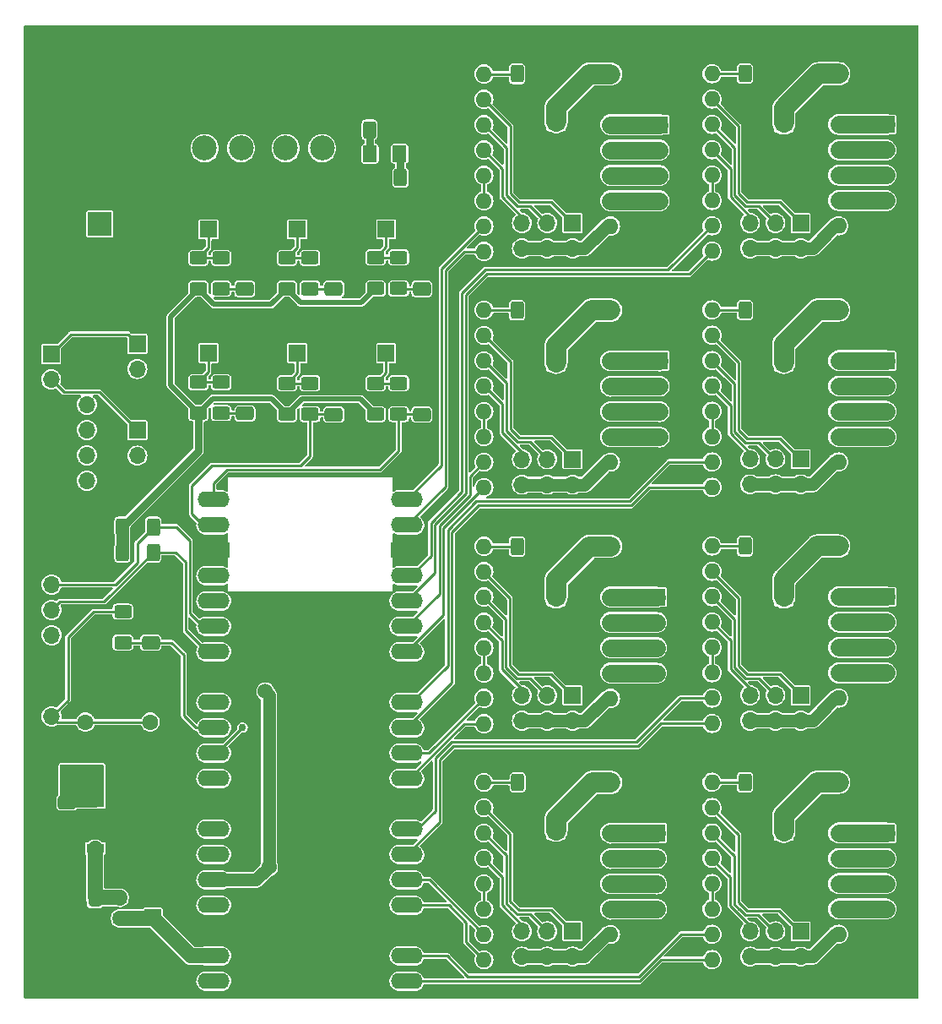
<source format=gbr>
%TF.GenerationSoftware,KiCad,Pcbnew,7.0.5*%
%TF.CreationDate,2023-08-20T17:21:48-04:00*%
%TF.ProjectId,RPi_Pico_W_A4988_control_board,5250695f-5069-4636-9f5f-575f41343938,rev?*%
%TF.SameCoordinates,Original*%
%TF.FileFunction,Copper,L1,Top*%
%TF.FilePolarity,Positive*%
%FSLAX46Y46*%
G04 Gerber Fmt 4.6, Leading zero omitted, Abs format (unit mm)*
G04 Created by KiCad (PCBNEW 7.0.5) date 2023-08-20 17:21:48*
%MOMM*%
%LPD*%
G01*
G04 APERTURE LIST*
G04 Aperture macros list*
%AMRoundRect*
0 Rectangle with rounded corners*
0 $1 Rounding radius*
0 $2 $3 $4 $5 $6 $7 $8 $9 X,Y pos of 4 corners*
0 Add a 4 corners polygon primitive as box body*
4,1,4,$2,$3,$4,$5,$6,$7,$8,$9,$2,$3,0*
0 Add four circle primitives for the rounded corners*
1,1,$1+$1,$2,$3*
1,1,$1+$1,$4,$5*
1,1,$1+$1,$6,$7*
1,1,$1+$1,$8,$9*
0 Add four rect primitives between the rounded corners*
20,1,$1+$1,$2,$3,$4,$5,0*
20,1,$1+$1,$4,$5,$6,$7,0*
20,1,$1+$1,$6,$7,$8,$9,0*
20,1,$1+$1,$8,$9,$2,$3,0*%
G04 Aperture macros list end*
%TA.AperFunction,ComponentPad*%
%ADD10C,1.600000*%
%TD*%
%TA.AperFunction,SMDPad,CuDef*%
%ADD11R,1.750000X0.950000*%
%TD*%
%TA.AperFunction,SMDPad,CuDef*%
%ADD12R,1.750000X3.200000*%
%TD*%
%TA.AperFunction,SMDPad,CuDef*%
%ADD13RoundRect,0.250000X-0.400000X-0.625000X0.400000X-0.625000X0.400000X0.625000X-0.400000X0.625000X0*%
%TD*%
%TA.AperFunction,ComponentPad*%
%ADD14R,1.600000X1.600000*%
%TD*%
%TA.AperFunction,ComponentPad*%
%ADD15R,1.700000X1.700000*%
%TD*%
%TA.AperFunction,ComponentPad*%
%ADD16O,1.700000X1.700000*%
%TD*%
%TA.AperFunction,SMDPad,CuDef*%
%ADD17RoundRect,0.250000X0.650000X-0.412500X0.650000X0.412500X-0.650000X0.412500X-0.650000X-0.412500X0*%
%TD*%
%TA.AperFunction,SMDPad,CuDef*%
%ADD18RoundRect,0.250000X0.625000X-0.400000X0.625000X0.400000X-0.625000X0.400000X-0.625000X-0.400000X0*%
%TD*%
%TA.AperFunction,ComponentPad*%
%ADD19C,2.500000*%
%TD*%
%TA.AperFunction,ComponentPad*%
%ADD20C,3.500000*%
%TD*%
%TA.AperFunction,SMDPad,CuDef*%
%ADD21RoundRect,1.500000X-5.000000X1.500000X-5.000000X-1.500000X5.000000X-1.500000X5.000000X1.500000X0*%
%TD*%
%TA.AperFunction,ComponentPad*%
%ADD22O,1.600000X1.600000*%
%TD*%
%TA.AperFunction,SMDPad,CuDef*%
%ADD23RoundRect,0.250000X0.400000X0.625000X-0.400000X0.625000X-0.400000X-0.625000X0.400000X-0.625000X0*%
%TD*%
%TA.AperFunction,SMDPad,CuDef*%
%ADD24RoundRect,0.250001X0.462499X0.624999X-0.462499X0.624999X-0.462499X-0.624999X0.462499X-0.624999X0*%
%TD*%
%TA.AperFunction,ComponentPad*%
%ADD25R,2.400000X2.400000*%
%TD*%
%TA.AperFunction,ComponentPad*%
%ADD26C,2.400000*%
%TD*%
%TA.AperFunction,SMDPad,CuDef*%
%ADD27RoundRect,0.250000X0.450000X-0.325000X0.450000X0.325000X-0.450000X0.325000X-0.450000X-0.325000X0*%
%TD*%
%TA.AperFunction,SMDPad,CuDef*%
%ADD28RoundRect,0.250000X0.412500X0.650000X-0.412500X0.650000X-0.412500X-0.650000X0.412500X-0.650000X0*%
%TD*%
%TA.AperFunction,SMDPad,CuDef*%
%ADD29RoundRect,0.250000X-0.650000X0.412500X-0.650000X-0.412500X0.650000X-0.412500X0.650000X0.412500X0*%
%TD*%
%TA.AperFunction,SMDPad,CuDef*%
%ADD30O,3.200000X1.600000*%
%TD*%
%TA.AperFunction,SMDPad,CuDef*%
%ADD31R,3.200000X1.600000*%
%TD*%
%TA.AperFunction,ViaPad*%
%ADD32C,0.762000*%
%TD*%
%TA.AperFunction,ViaPad*%
%ADD33C,1.016000*%
%TD*%
%TA.AperFunction,ViaPad*%
%ADD34C,0.914400*%
%TD*%
%TA.AperFunction,ViaPad*%
%ADD35C,1.270000*%
%TD*%
%TA.AperFunction,ViaPad*%
%ADD36C,1.524000*%
%TD*%
%TA.AperFunction,Conductor*%
%ADD37C,0.254000*%
%TD*%
%TA.AperFunction,Conductor*%
%ADD38C,1.270000*%
%TD*%
%TA.AperFunction,Conductor*%
%ADD39C,2.032000*%
%TD*%
%TA.AperFunction,Conductor*%
%ADD40C,1.016000*%
%TD*%
%TA.AperFunction,Conductor*%
%ADD41C,0.762000*%
%TD*%
%TA.AperFunction,Conductor*%
%ADD42C,1.778000*%
%TD*%
%TA.AperFunction,Conductor*%
%ADD43C,0.508000*%
%TD*%
%TA.AperFunction,Conductor*%
%ADD44C,1.524000*%
%TD*%
G04 APERTURE END LIST*
D10*
%TO.P,SW1,1,1*%
%TO.N,GND*%
X107950000Y-93550000D03*
%TO.P,SW1,3,K*%
%TO.N,Net-(J23-Pin_2)*%
X107950000Y-98050000D03*
%TO.P,SW1,2,2*%
%TO.N,GND*%
X114450000Y-93550000D03*
%TO.P,SW1,4,A*%
%TO.N,Net-(J23-Pin_2)*%
X114450000Y-98050000D03*
%TD*%
D11*
%TO.P,IC1,1,IN*%
%TO.N,VPP*%
X108940000Y-106100000D03*
%TO.P,IC1,2,GND_1*%
%TO.N,GND*%
X108940000Y-108400000D03*
%TO.P,IC1,3,OUT*%
%TO.N,+5V*%
X108940000Y-110700000D03*
D12*
%TO.P,IC1,4,GND_2*%
%TO.N,GND*%
X115240000Y-108400000D03*
%TD*%
D13*
%TO.P,R38,1*%
%TO.N,VPP*%
X136450000Y-38700000D03*
%TO.P,R38,2*%
%TO.N,GND*%
X139550000Y-38700000D03*
%TD*%
D14*
%TO.P,C13,1*%
%TO.N,VPP*%
X178000000Y-38000000D03*
D10*
%TO.P,C13,2*%
%TO.N,GND*%
X178000000Y-40500000D03*
%TD*%
D15*
%TO.P,J2,1,Pin_1*%
%TO.N,2B_3*%
X188250000Y-85510000D03*
D16*
%TO.P,J2,2,Pin_2*%
%TO.N,2A_3*%
X188250000Y-88050000D03*
%TO.P,J2,3,Pin_3*%
%TO.N,1A_3*%
X188250000Y-90590000D03*
%TO.P,J2,4,Pin_4*%
%TO.N,1B_3*%
X188250000Y-93130000D03*
%TD*%
D17*
%TO.P,C9,1*%
%TO.N,LIMIT_SW_6*%
X141700000Y-67242500D03*
%TO.P,C9,2*%
%TO.N,GND*%
X141700000Y-64117500D03*
%TD*%
D15*
%TO.P,J13,1,Pin_1*%
%TO.N,MS1_1*%
X156805000Y-119025000D03*
D16*
%TO.P,J13,2,Pin_2*%
%TO.N,+3V3*%
X156805000Y-121565000D03*
%TO.P,J13,3,Pin_3*%
%TO.N,MS2_1*%
X154265000Y-119025000D03*
%TO.P,J13,4,Pin_4*%
%TO.N,+3V3*%
X154265000Y-121565000D03*
%TO.P,J13,5,Pin_5*%
%TO.N,MS3_1*%
X151725000Y-119025000D03*
%TO.P,J13,6,Pin_6*%
%TO.N,+3V3*%
X151725000Y-121565000D03*
%TD*%
D18*
%TO.P,R33,1*%
%TO.N,+3V3*%
X128150000Y-67200000D03*
%TO.P,R33,2*%
%TO.N,Net-(J11-Pin_1)*%
X128150000Y-64100000D03*
%TD*%
D19*
%TO.P,U1,1,1*%
%TO.N,+12V*%
X119905000Y-40550000D03*
%TO.P,U1,2,2*%
X123565000Y-40550000D03*
%TO.P,U1,3,3*%
%TO.N,VPP*%
X128035000Y-40550000D03*
%TO.P,U1,4,4*%
X131695000Y-40550000D03*
%TD*%
D15*
%TO.P,J4,1,Pin_1*%
%TO.N,2B_1*%
X165250000Y-109195000D03*
D16*
%TO.P,J4,2,Pin_2*%
%TO.N,2A_1*%
X165250000Y-111735000D03*
%TO.P,J4,3,Pin_3*%
%TO.N,1A_1*%
X165250000Y-114275000D03*
%TO.P,J4,4,Pin_4*%
%TO.N,1B_1*%
X165250000Y-116815000D03*
%TD*%
D18*
%TO.P,R28,1*%
%TO.N,+3V3*%
X128150000Y-54637500D03*
%TO.P,R28,2*%
%TO.N,Net-(J7-Pin_1)*%
X128150000Y-51537500D03*
%TD*%
D15*
%TO.P,J27,1,Pin_1*%
%TO.N,2B_7*%
X165510000Y-38200000D03*
D16*
%TO.P,J27,2,Pin_2*%
%TO.N,2A_7*%
X165510000Y-40740000D03*
%TO.P,J27,3,Pin_3*%
%TO.N,1A_7*%
X165510000Y-43280000D03*
%TO.P,J27,4,Pin_4*%
%TO.N,1B_7*%
X165510000Y-45820000D03*
%TD*%
D15*
%TO.P,J8,1,Pin_1*%
%TO.N,2B_6*%
X165510000Y-61865000D03*
D16*
%TO.P,J8,2,Pin_2*%
%TO.N,2A_6*%
X165510000Y-64405000D03*
%TO.P,J8,3,Pin_3*%
%TO.N,1A_6*%
X165510000Y-66945000D03*
%TO.P,J8,4,Pin_4*%
%TO.N,1B_6*%
X165510000Y-69485000D03*
%TD*%
D15*
%TO.P,J12,1,Pin_1*%
%TO.N,Net-(J12-Pin_1)*%
X138100000Y-61100000D03*
D16*
%TO.P,J12,2,Pin_2*%
%TO.N,GND*%
X140640000Y-61100000D03*
%TD*%
D13*
%TO.P,R40,1*%
%TO.N,+3V3*%
X111650000Y-78500000D03*
%TO.P,R40,2*%
%TO.N,SDA*%
X114750000Y-78500000D03*
%TD*%
D15*
%TO.P,J25,1,Pin_1*%
%TO.N,MS1_8*%
X179685000Y-48040000D03*
D16*
%TO.P,J25,2,Pin_2*%
%TO.N,+3V3*%
X179685000Y-50580000D03*
%TO.P,J25,3,Pin_3*%
%TO.N,MS2_8*%
X177145000Y-48040000D03*
%TO.P,J25,4,Pin_4*%
%TO.N,+3V3*%
X177145000Y-50580000D03*
%TO.P,J25,5,Pin_5*%
%TO.N,MS3_8*%
X174605000Y-48040000D03*
%TO.P,J25,6,Pin_6*%
%TO.N,+3V3*%
X174605000Y-50580000D03*
%TD*%
D20*
%TO.P,H3,1,1*%
%TO.N,GND*%
X104500000Y-123000000D03*
%TD*%
%TO.P,H4,1,1*%
%TO.N,GND*%
X188750000Y-123000000D03*
%TD*%
D18*
%TO.P,R37,1*%
%TO.N,LIMIT_SW_6*%
X139375000Y-67200000D03*
%TO.P,R37,2*%
%TO.N,Net-(J12-Pin_1)*%
X139375000Y-64100000D03*
%TD*%
D15*
%TO.P,J21,1,Pin_1*%
%TO.N,GND*%
X108100000Y-61170000D03*
D16*
%TO.P,J21,2,Pin_2*%
X108100000Y-63710000D03*
%TO.P,J21,3,Pin_3*%
%TO.N,VSYS*%
X108100000Y-66250000D03*
%TO.P,J21,4,Pin_4*%
X108100000Y-68790000D03*
%TO.P,J21,5,Pin_5*%
%TO.N,+3V3*%
X108100000Y-71330000D03*
%TO.P,J21,6,Pin_6*%
X108100000Y-73870000D03*
%TD*%
D15*
%TO.P,J28,1,Pin_1*%
%TO.N,IO27*%
X113150000Y-60140000D03*
D16*
%TO.P,J28,2,Pin_2*%
%TO.N,VSYS*%
X113150000Y-62680000D03*
%TO.P,J28,3,Pin_3*%
%TO.N,GND*%
X113150000Y-65220000D03*
%TD*%
D17*
%TO.P,C10,1*%
%TO.N,/PicoW RP2040/~{RST}*%
X114500000Y-90102500D03*
%TO.P,C10,2*%
%TO.N,GND*%
X114500000Y-86977500D03*
%TD*%
D21*
%TO.P,J31,1*%
%TO.N,GND*%
X108500000Y-39500000D03*
%TD*%
D14*
%TO.P,A3,1,GND*%
%TO.N,GND*%
X183500000Y-98200000D03*
D22*
%TO.P,A3,2,VDD*%
%TO.N,+3V3*%
X183500000Y-95660000D03*
%TO.P,A3,3,1B*%
%TO.N,1B_3*%
X183500000Y-93120000D03*
%TO.P,A3,4,1A*%
%TO.N,1A_3*%
X183500000Y-90580000D03*
%TO.P,A3,5,2A*%
%TO.N,2A_3*%
X183500000Y-88040000D03*
%TO.P,A3,6,2B*%
%TO.N,2B_3*%
X183500000Y-85500000D03*
%TO.P,A3,7,GND*%
%TO.N,GND*%
X183500000Y-82960000D03*
%TO.P,A3,8,VMOT*%
%TO.N,VPP*%
X183500000Y-80420000D03*
%TO.P,A3,9,~{ENABLE}*%
%TO.N,Net-(A3-~{ENABLE})*%
X170800000Y-80420000D03*
%TO.P,A3,10,MS1*%
%TO.N,MS1_3*%
X170800000Y-82960000D03*
%TO.P,A3,11,MS2*%
%TO.N,MS2_3*%
X170800000Y-85500000D03*
%TO.P,A3,12,MS3*%
%TO.N,MS3_3*%
X170800000Y-88040000D03*
%TO.P,A3,13,~{RESET}*%
%TO.N,Net-(A3-~{RESET})*%
X170800000Y-90580000D03*
%TO.P,A3,14,~{SLEEP}*%
X170800000Y-93120000D03*
%TO.P,A3,15,STEP*%
%TO.N,STEP_3*%
X170800000Y-95660000D03*
%TO.P,A3,16,DIR*%
%TO.N,DIR_3*%
X170800000Y-98200000D03*
%TD*%
D15*
%TO.P,J11,1,Pin_1*%
%TO.N,Net-(J11-Pin_1)*%
X129200000Y-61100000D03*
D16*
%TO.P,J11,2,Pin_2*%
%TO.N,GND*%
X131740000Y-61100000D03*
%TD*%
D18*
%TO.P,R12,1*%
%TO.N,LIMIT_SW_1*%
X121575000Y-54637500D03*
%TO.P,R12,2*%
%TO.N,Net-(J6-Pin_1)*%
X121575000Y-51537500D03*
%TD*%
D15*
%TO.P,J22,1,Pin_1*%
%TO.N,VSYS*%
X114700000Y-117675000D03*
D16*
%TO.P,J22,2,Pin_2*%
%TO.N,GND*%
X114700000Y-115135000D03*
%TD*%
D17*
%TO.P,C6,1*%
%TO.N,LIMIT_SW_3*%
X141700000Y-54650000D03*
%TO.P,C6,2*%
%TO.N,GND*%
X141700000Y-51525000D03*
%TD*%
D18*
%TO.P,R30,1*%
%TO.N,+3V3*%
X137050000Y-54600000D03*
%TO.P,R30,2*%
%TO.N,Net-(J9-Pin_1)*%
X137050000Y-51500000D03*
%TD*%
D13*
%TO.P,R25,1*%
%TO.N,Net-(A4-~{ENABLE})*%
X151250000Y-80450000D03*
%TO.P,R25,2*%
%TO.N,GND*%
X154350000Y-80450000D03*
%TD*%
D14*
%TO.P,C15,1*%
%TO.N,VPP*%
X178000000Y-85500000D03*
D10*
%TO.P,C15,2*%
%TO.N,GND*%
X178000000Y-88000000D03*
%TD*%
D13*
%TO.P,R8,1*%
%TO.N,Net-(A2-~{ENABLE})*%
X174120000Y-104080000D03*
%TO.P,R8,2*%
%TO.N,GND*%
X177220000Y-104080000D03*
%TD*%
D14*
%TO.P,C17,1*%
%TO.N,VPP*%
X155150000Y-62000000D03*
D10*
%TO.P,C17,2*%
%TO.N,GND*%
X155150000Y-64500000D03*
%TD*%
D18*
%TO.P,R36,1*%
%TO.N,LIMIT_SW_5*%
X130475000Y-67200000D03*
%TO.P,R36,2*%
%TO.N,Net-(J11-Pin_1)*%
X130475000Y-64100000D03*
%TD*%
D20*
%TO.P,H1,1,1*%
%TO.N,GND*%
X104500000Y-31000000D03*
%TD*%
D14*
%TO.P,C19,1*%
%TO.N,VPP*%
X178000000Y-109000000D03*
D10*
%TO.P,C19,2*%
%TO.N,GND*%
X178000000Y-111500000D03*
%TD*%
D14*
%TO.P,A2,1,GND*%
%TO.N,GND*%
X183500000Y-121865000D03*
D22*
%TO.P,A2,2,VDD*%
%TO.N,+3V3*%
X183500000Y-119325000D03*
%TO.P,A2,3,1B*%
%TO.N,1B_2*%
X183500000Y-116785000D03*
%TO.P,A2,4,1A*%
%TO.N,1A_2*%
X183500000Y-114245000D03*
%TO.P,A2,5,2A*%
%TO.N,2A_2*%
X183500000Y-111705000D03*
%TO.P,A2,6,2B*%
%TO.N,2B_2*%
X183500000Y-109165000D03*
%TO.P,A2,7,GND*%
%TO.N,GND*%
X183500000Y-106625000D03*
%TO.P,A2,8,VMOT*%
%TO.N,VPP*%
X183500000Y-104085000D03*
%TO.P,A2,9,~{ENABLE}*%
%TO.N,Net-(A2-~{ENABLE})*%
X170800000Y-104085000D03*
%TO.P,A2,10,MS1*%
%TO.N,MS1_2*%
X170800000Y-106625000D03*
%TO.P,A2,11,MS2*%
%TO.N,MS2_2*%
X170800000Y-109165000D03*
%TO.P,A2,12,MS3*%
%TO.N,MS3_2*%
X170800000Y-111705000D03*
%TO.P,A2,13,~{RESET}*%
%TO.N,Net-(A2-~{RESET})*%
X170800000Y-114245000D03*
%TO.P,A2,14,~{SLEEP}*%
X170800000Y-116785000D03*
%TO.P,A2,15,STEP*%
%TO.N,STEP_2*%
X170800000Y-119325000D03*
%TO.P,A2,16,DIR*%
%TO.N,DIR_2*%
X170800000Y-121865000D03*
%TD*%
D13*
%TO.P,R1,1*%
%TO.N,Net-(A1-~{ENABLE})*%
X151290000Y-104100000D03*
%TO.P,R1,2*%
%TO.N,GND*%
X154390000Y-104100000D03*
%TD*%
D14*
%TO.P,C12,1*%
%TO.N,VPP*%
X155150000Y-37900000D03*
D10*
%TO.P,C12,2*%
%TO.N,GND*%
X155150000Y-40400000D03*
%TD*%
D14*
%TO.P,C16,1*%
%TO.N,VPP*%
X155150000Y-85500000D03*
D10*
%TO.P,C16,2*%
%TO.N,GND*%
X155150000Y-88000000D03*
%TD*%
D15*
%TO.P,J17,1,Pin_1*%
%TO.N,MS1_5*%
X179685000Y-71705000D03*
D16*
%TO.P,J17,2,Pin_2*%
%TO.N,+3V3*%
X179685000Y-74245000D03*
%TO.P,J17,3,Pin_3*%
%TO.N,MS2_5*%
X177145000Y-71705000D03*
%TO.P,J17,4,Pin_4*%
%TO.N,+3V3*%
X177145000Y-74245000D03*
%TO.P,J17,5,Pin_5*%
%TO.N,MS3_5*%
X174605000Y-71705000D03*
%TO.P,J17,6,Pin_6*%
%TO.N,+3V3*%
X174605000Y-74245000D03*
%TD*%
D23*
%TO.P,R10,1*%
%TO.N,Net-(D4-K)*%
X139550000Y-43500000D03*
%TO.P,R10,2*%
%TO.N,GND*%
X136450000Y-43500000D03*
%TD*%
D20*
%TO.P,H2,1,1*%
%TO.N,GND*%
X188750000Y-31000000D03*
%TD*%
D15*
%TO.P,J19,1,Pin_1*%
%TO.N,GND*%
X104550000Y-81740000D03*
D16*
%TO.P,J19,2,Pin_2*%
%TO.N,SDA*%
X104550000Y-84280000D03*
%TO.P,J19,3,Pin_3*%
%TO.N,SCL*%
X104550000Y-86820000D03*
%TO.P,J19,4,Pin_4*%
%TO.N,+3V3*%
X104550000Y-89360000D03*
%TD*%
D18*
%TO.P,R39,1*%
%TO.N,/PicoW RP2040/~{RST}*%
X111700000Y-90090000D03*
%TO.P,R39,2*%
%TO.N,Net-(J23-Pin_2)*%
X111700000Y-86990000D03*
%TD*%
D15*
%TO.P,J5,1,Pin_1*%
%TO.N,2B_5*%
X188250000Y-61845000D03*
D16*
%TO.P,J5,2,Pin_2*%
%TO.N,2A_5*%
X188250000Y-64385000D03*
%TO.P,J5,3,Pin_3*%
%TO.N,1A_5*%
X188250000Y-66925000D03*
%TO.P,J5,4,Pin_4*%
%TO.N,1B_5*%
X188250000Y-69465000D03*
%TD*%
D13*
%TO.P,R41,1*%
%TO.N,+3V3*%
X111650000Y-81040000D03*
%TO.P,R41,2*%
%TO.N,SCL*%
X114750000Y-81040000D03*
%TD*%
D14*
%TO.P,A7,1,GND*%
%TO.N,GND*%
X160620000Y-50890000D03*
D22*
%TO.P,A7,2,VDD*%
%TO.N,+3V3*%
X160620000Y-48350000D03*
%TO.P,A7,3,1B*%
%TO.N,1B_7*%
X160620000Y-45810000D03*
%TO.P,A7,4,1A*%
%TO.N,1A_7*%
X160620000Y-43270000D03*
%TO.P,A7,5,2A*%
%TO.N,2A_7*%
X160620000Y-40730000D03*
%TO.P,A7,6,2B*%
%TO.N,2B_7*%
X160620000Y-38190000D03*
%TO.P,A7,7,GND*%
%TO.N,GND*%
X160620000Y-35650000D03*
%TO.P,A7,8,VMOT*%
%TO.N,VPP*%
X160620000Y-33110000D03*
%TO.P,A7,9,~{ENABLE}*%
%TO.N,Net-(A7-~{ENABLE})*%
X147920000Y-33110000D03*
%TO.P,A7,10,MS1*%
%TO.N,MS1_7*%
X147920000Y-35650000D03*
%TO.P,A7,11,MS2*%
%TO.N,MS2_7*%
X147920000Y-38190000D03*
%TO.P,A7,12,MS3*%
%TO.N,MS3_7*%
X147920000Y-40730000D03*
%TO.P,A7,13,~{RESET}*%
%TO.N,Net-(A7-~{RESET})*%
X147920000Y-43270000D03*
%TO.P,A7,14,~{SLEEP}*%
X147920000Y-45810000D03*
%TO.P,A7,15,STEP*%
%TO.N,STEP_7*%
X147920000Y-48350000D03*
%TO.P,A7,16,DIR*%
%TO.N,DIR_7*%
X147920000Y-50890000D03*
%TD*%
D24*
%TO.P,D4,1,K*%
%TO.N,Net-(D4-K)*%
X139465000Y-41100000D03*
%TO.P,D4,2,A*%
%TO.N,VPP*%
X136490000Y-41100000D03*
%TD*%
D15*
%TO.P,J26,1,Pin_1*%
%TO.N,2B_8*%
X188250000Y-38180000D03*
D16*
%TO.P,J26,2,Pin_2*%
%TO.N,2A_8*%
X188250000Y-40720000D03*
%TO.P,J26,3,Pin_3*%
%TO.N,1A_8*%
X188250000Y-43260000D03*
%TO.P,J26,4,Pin_4*%
%TO.N,1B_8*%
X188250000Y-45800000D03*
%TD*%
D18*
%TO.P,R32,1*%
%TO.N,+3V3*%
X119275000Y-67100000D03*
%TO.P,R32,2*%
%TO.N,Net-(J10-Pin_1)*%
X119275000Y-64000000D03*
%TD*%
D17*
%TO.P,C8,1*%
%TO.N,LIMIT_SW_5*%
X132850000Y-67242500D03*
%TO.P,C8,2*%
%TO.N,GND*%
X132850000Y-64117500D03*
%TD*%
D18*
%TO.P,R31,1*%
%TO.N,LIMIT_SW_3*%
X139375000Y-54607500D03*
%TO.P,R31,2*%
%TO.N,Net-(J9-Pin_1)*%
X139375000Y-51507500D03*
%TD*%
D25*
%TO.P,C11,1*%
%TO.N,+12V*%
X109400000Y-48176041D03*
D26*
%TO.P,C11,2*%
%TO.N,GND*%
X109400000Y-53176041D03*
%TD*%
D14*
%TO.P,A5,1,GND*%
%TO.N,GND*%
X183500000Y-74535000D03*
D22*
%TO.P,A5,2,VDD*%
%TO.N,+3V3*%
X183500000Y-71995000D03*
%TO.P,A5,3,1B*%
%TO.N,1B_5*%
X183500000Y-69455000D03*
%TO.P,A5,4,1A*%
%TO.N,1A_5*%
X183500000Y-66915000D03*
%TO.P,A5,5,2A*%
%TO.N,2A_5*%
X183500000Y-64375000D03*
%TO.P,A5,6,2B*%
%TO.N,2B_5*%
X183500000Y-61835000D03*
%TO.P,A5,7,GND*%
%TO.N,GND*%
X183500000Y-59295000D03*
%TO.P,A5,8,VMOT*%
%TO.N,VPP*%
X183500000Y-56755000D03*
%TO.P,A5,9,~{ENABLE}*%
%TO.N,Net-(A5-~{ENABLE})*%
X170800000Y-56755000D03*
%TO.P,A5,10,MS1*%
%TO.N,MS1_5*%
X170800000Y-59295000D03*
%TO.P,A5,11,MS2*%
%TO.N,MS2_5*%
X170800000Y-61835000D03*
%TO.P,A5,12,MS3*%
%TO.N,MS3_5*%
X170800000Y-64375000D03*
%TO.P,A5,13,~{RESET}*%
%TO.N,Net-(A5-~{RESET})*%
X170800000Y-66915000D03*
%TO.P,A5,14,~{SLEEP}*%
X170800000Y-69455000D03*
%TO.P,A5,15,STEP*%
%TO.N,STEP_5*%
X170800000Y-71995000D03*
%TO.P,A5,16,DIR*%
%TO.N,DIR_5*%
X170800000Y-74535000D03*
%TD*%
D14*
%TO.P,A6,1,GND*%
%TO.N,GND*%
X160620000Y-74555000D03*
D22*
%TO.P,A6,2,VDD*%
%TO.N,+3V3*%
X160620000Y-72015000D03*
%TO.P,A6,3,1B*%
%TO.N,1B_6*%
X160620000Y-69475000D03*
%TO.P,A6,4,1A*%
%TO.N,1A_6*%
X160620000Y-66935000D03*
%TO.P,A6,5,2A*%
%TO.N,2A_6*%
X160620000Y-64395000D03*
%TO.P,A6,6,2B*%
%TO.N,2B_6*%
X160620000Y-61855000D03*
%TO.P,A6,7,GND*%
%TO.N,GND*%
X160620000Y-59315000D03*
%TO.P,A6,8,VMOT*%
%TO.N,VPP*%
X160620000Y-56775000D03*
%TO.P,A6,9,~{ENABLE}*%
%TO.N,Net-(A6-~{ENABLE})*%
X147920000Y-56775000D03*
%TO.P,A6,10,MS1*%
%TO.N,MS1_6*%
X147920000Y-59315000D03*
%TO.P,A6,11,MS2*%
%TO.N,MS2_6*%
X147920000Y-61855000D03*
%TO.P,A6,12,MS3*%
%TO.N,MS3_6*%
X147920000Y-64395000D03*
%TO.P,A6,13,~{RESET}*%
%TO.N,Net-(A6-~{RESET})*%
X147920000Y-66935000D03*
%TO.P,A6,14,~{SLEEP}*%
X147920000Y-69475000D03*
%TO.P,A6,15,STEP*%
%TO.N,STEP_6*%
X147920000Y-72015000D03*
%TO.P,A6,16,DIR*%
%TO.N,DIR_6*%
X147920000Y-74555000D03*
%TD*%
D14*
%TO.P,A1,1,GND*%
%TO.N,GND*%
X160620000Y-121885000D03*
D22*
%TO.P,A1,2,VDD*%
%TO.N,+3V3*%
X160620000Y-119345000D03*
%TO.P,A1,3,1B*%
%TO.N,1B_1*%
X160620000Y-116805000D03*
%TO.P,A1,4,1A*%
%TO.N,1A_1*%
X160620000Y-114265000D03*
%TO.P,A1,5,2A*%
%TO.N,2A_1*%
X160620000Y-111725000D03*
%TO.P,A1,6,2B*%
%TO.N,2B_1*%
X160620000Y-109185000D03*
%TO.P,A1,7,GND*%
%TO.N,GND*%
X160620000Y-106645000D03*
%TO.P,A1,8,VMOT*%
%TO.N,VPP*%
X160620000Y-104105000D03*
%TO.P,A1,9,~{ENABLE}*%
%TO.N,Net-(A1-~{ENABLE})*%
X147920000Y-104105000D03*
%TO.P,A1,10,MS1*%
%TO.N,MS1_1*%
X147920000Y-106645000D03*
%TO.P,A1,11,MS2*%
%TO.N,MS2_1*%
X147920000Y-109185000D03*
%TO.P,A1,12,MS3*%
%TO.N,MS3_1*%
X147920000Y-111725000D03*
%TO.P,A1,13,~{RESET}*%
%TO.N,Net-(A1-~{RESET})*%
X147920000Y-114265000D03*
%TO.P,A1,14,~{SLEEP}*%
X147920000Y-116805000D03*
%TO.P,A1,15,STEP*%
%TO.N,STEP_1*%
X147920000Y-119345000D03*
%TO.P,A1,16,DIR*%
%TO.N,DIR_1*%
X147920000Y-121885000D03*
%TD*%
D14*
%TO.P,C18,1*%
%TO.N,VPP*%
X155150000Y-108900000D03*
D10*
%TO.P,C18,2*%
%TO.N,GND*%
X155150000Y-111400000D03*
%TD*%
D15*
%TO.P,J18,1,Pin_1*%
%TO.N,MS1_6*%
X156805000Y-71725000D03*
D16*
%TO.P,J18,2,Pin_2*%
%TO.N,+3V3*%
X156805000Y-74265000D03*
%TO.P,J18,3,Pin_3*%
%TO.N,MS2_6*%
X154265000Y-71725000D03*
%TO.P,J18,4,Pin_4*%
%TO.N,+3V3*%
X154265000Y-74265000D03*
%TO.P,J18,5,Pin_5*%
%TO.N,MS3_6*%
X151725000Y-71725000D03*
%TO.P,J18,6,Pin_6*%
%TO.N,+3V3*%
X151725000Y-74265000D03*
%TD*%
D15*
%TO.P,J15,1,Pin_1*%
%TO.N,MS1_3*%
X179685000Y-95370000D03*
D16*
%TO.P,J15,2,Pin_2*%
%TO.N,+3V3*%
X179685000Y-97910000D03*
%TO.P,J15,3,Pin_3*%
%TO.N,MS2_3*%
X177145000Y-95370000D03*
%TO.P,J15,4,Pin_4*%
%TO.N,+3V3*%
X177145000Y-97910000D03*
%TO.P,J15,5,Pin_5*%
%TO.N,MS3_3*%
X174605000Y-95370000D03*
%TO.P,J15,6,Pin_6*%
%TO.N,+3V3*%
X174605000Y-97910000D03*
%TD*%
D27*
%TO.P,D2,1,K*%
%TO.N,VSYS*%
X111400000Y-117725000D03*
%TO.P,D2,2,A*%
%TO.N,+5V*%
X111400000Y-115675000D03*
%TD*%
D18*
%TO.P,R34,1*%
%TO.N,+3V3*%
X137050000Y-67200000D03*
%TO.P,R34,2*%
%TO.N,Net-(J12-Pin_1)*%
X137050000Y-64100000D03*
%TD*%
D13*
%TO.P,R26,1*%
%TO.N,Net-(A5-~{ENABLE})*%
X174120000Y-56780000D03*
%TO.P,R26,2*%
%TO.N,GND*%
X177220000Y-56780000D03*
%TD*%
D28*
%TO.P,C5,1*%
%TO.N,+5V*%
X108902500Y-115650000D03*
%TO.P,C5,2*%
%TO.N,GND*%
X105777500Y-115650000D03*
%TD*%
D13*
%TO.P,R27,1*%
%TO.N,Net-(A6-~{ENABLE})*%
X151250000Y-56800000D03*
%TO.P,R27,2*%
%TO.N,GND*%
X154350000Y-56800000D03*
%TD*%
D15*
%TO.P,J3,1,Pin_1*%
%TO.N,2B_4*%
X165250000Y-85530000D03*
D16*
%TO.P,J3,2,Pin_2*%
%TO.N,2A_4*%
X165250000Y-88070000D03*
%TO.P,J3,3,Pin_3*%
%TO.N,1A_4*%
X165250000Y-90610000D03*
%TO.P,J3,4,Pin_4*%
%TO.N,1B_4*%
X165250000Y-93150000D03*
%TD*%
D15*
%TO.P,J9,1,Pin_1*%
%TO.N,Net-(J9-Pin_1)*%
X138100000Y-48687500D03*
D16*
%TO.P,J9,2,Pin_2*%
%TO.N,GND*%
X140640000Y-48687500D03*
%TD*%
D17*
%TO.P,C2,1*%
%TO.N,LIMIT_SW_1*%
X123925000Y-54650000D03*
%TO.P,C2,2*%
%TO.N,GND*%
X123925000Y-51525000D03*
%TD*%
D28*
%TO.P,C3,1*%
%TO.N,+5V*%
X108902500Y-113250000D03*
%TO.P,C3,2*%
%TO.N,GND*%
X105777500Y-113250000D03*
%TD*%
D29*
%TO.P,C4,1*%
%TO.N,VPP*%
X106100000Y-106100000D03*
%TO.P,C4,2*%
%TO.N,GND*%
X106100000Y-109225000D03*
%TD*%
D13*
%TO.P,R15,1*%
%TO.N,Net-(A3-~{ENABLE})*%
X174120000Y-80430000D03*
%TO.P,R15,2*%
%TO.N,GND*%
X177220000Y-80430000D03*
%TD*%
D18*
%TO.P,R29,1*%
%TO.N,LIMIT_SW_2*%
X130475000Y-54637500D03*
%TO.P,R29,2*%
%TO.N,Net-(J7-Pin_1)*%
X130475000Y-51537500D03*
%TD*%
D14*
%TO.P,A8,1,GND*%
%TO.N,GND*%
X183500000Y-50870000D03*
D22*
%TO.P,A8,2,VDD*%
%TO.N,+3V3*%
X183500000Y-48330000D03*
%TO.P,A8,3,1B*%
%TO.N,1B_8*%
X183500000Y-45790000D03*
%TO.P,A8,4,1A*%
%TO.N,1A_8*%
X183500000Y-43250000D03*
%TO.P,A8,5,2A*%
%TO.N,2A_8*%
X183500000Y-40710000D03*
%TO.P,A8,6,2B*%
%TO.N,2B_8*%
X183500000Y-38170000D03*
%TO.P,A8,7,GND*%
%TO.N,GND*%
X183500000Y-35630000D03*
%TO.P,A8,8,VMOT*%
%TO.N,VPP*%
X183500000Y-33090000D03*
%TO.P,A8,9,~{ENABLE}*%
%TO.N,Net-(A8-~{ENABLE})*%
X170800000Y-33090000D03*
%TO.P,A8,10,MS1*%
%TO.N,MS1_8*%
X170800000Y-35630000D03*
%TO.P,A8,11,MS2*%
%TO.N,MS2_8*%
X170800000Y-38170000D03*
%TO.P,A8,12,MS3*%
%TO.N,MS3_8*%
X170800000Y-40710000D03*
%TO.P,A8,13,~{RESET}*%
%TO.N,Net-(A8-~{RESET})*%
X170800000Y-43250000D03*
%TO.P,A8,14,~{SLEEP}*%
X170800000Y-45790000D03*
%TO.P,A8,15,STEP*%
%TO.N,STEP_8*%
X170800000Y-48330000D03*
%TO.P,A8,16,DIR*%
%TO.N,DIR_8*%
X170800000Y-50870000D03*
%TD*%
D13*
%TO.P,R3,1*%
%TO.N,Net-(A8-~{ENABLE})*%
X174120000Y-33080000D03*
%TO.P,R3,2*%
%TO.N,GND*%
X177220000Y-33080000D03*
%TD*%
D17*
%TO.P,C1,1*%
%TO.N,LIMIT_SW_2*%
X132850000Y-54650000D03*
%TO.P,C1,2*%
%TO.N,GND*%
X132850000Y-51525000D03*
%TD*%
D15*
%TO.P,J14,1,Pin_1*%
%TO.N,MS1_2*%
X179685000Y-119035000D03*
D16*
%TO.P,J14,2,Pin_2*%
%TO.N,+3V3*%
X179685000Y-121575000D03*
%TO.P,J14,3,Pin_3*%
%TO.N,MS2_2*%
X177145000Y-119035000D03*
%TO.P,J14,4,Pin_4*%
%TO.N,+3V3*%
X177145000Y-121575000D03*
%TO.P,J14,5,Pin_5*%
%TO.N,MS3_2*%
X174605000Y-119035000D03*
%TO.P,J14,6,Pin_6*%
%TO.N,+3V3*%
X174605000Y-121575000D03*
%TD*%
D15*
%TO.P,J16,1,Pin_1*%
%TO.N,MS1_4*%
X156805000Y-95390000D03*
D16*
%TO.P,J16,2,Pin_2*%
%TO.N,+3V3*%
X156805000Y-97930000D03*
%TO.P,J16,3,Pin_3*%
%TO.N,MS2_4*%
X154265000Y-95390000D03*
%TO.P,J16,4,Pin_4*%
%TO.N,+3V3*%
X154265000Y-97930000D03*
%TO.P,J16,5,Pin_5*%
%TO.N,MS3_4*%
X151725000Y-95390000D03*
%TO.P,J16,6,Pin_6*%
%TO.N,+3V3*%
X151725000Y-97930000D03*
%TD*%
D30*
%TO.P,IC2,1,UART0_TX/I2C0_SDA_/SPI0_RX/GP0*%
%TO.N,DIR_2*%
X140190000Y-124040000D03*
%TO.P,IC2,2,UART0_RX/I2C0_SCL_/SPI0_CSN/GP1*%
%TO.N,STEP_2*%
X140190000Y-121500000D03*
D31*
%TO.P,IC2,3,GND_1*%
%TO.N,GND*%
X140190000Y-118960000D03*
D30*
%TO.P,IC2,4,I2C1_SDA_/SPI0_SCK/GP2*%
%TO.N,DIR_1*%
X140190000Y-116420000D03*
%TO.P,IC2,5,I2C0_SCL_/SPI0_TX/GP3*%
%TO.N,STEP_1*%
X140190000Y-113880000D03*
%TO.P,IC2,6,UART1_TX/I2C0_SDA_/SPI0_RX/GP4*%
%TO.N,DIR_3*%
X140190000Y-111340000D03*
%TO.P,IC2,7,UART1_RX/I2C0_SCL_/SPI0_CSN/GP5*%
%TO.N,STEP_3*%
X140190000Y-108800000D03*
D31*
%TO.P,IC2,8,GND_2*%
%TO.N,GND*%
X140190000Y-106260000D03*
D30*
%TO.P,IC2,9,I2C1_SDA_/SPI0_SCK/GP6*%
%TO.N,DIR_4*%
X140190000Y-103720000D03*
%TO.P,IC2,10,I2C1_SCL_/SPI0_TX/GP7*%
%TO.N,STEP_4*%
X140190000Y-101180000D03*
%TO.P,IC2,11,UART1_TX/I2C0_SDA_/SPI1_RX/GP8*%
%TO.N,DIR_5*%
X140190000Y-98640000D03*
%TO.P,IC2,12,UART1_RX/I2C0_SCL_/SPI1_CSN/GP9*%
%TO.N,STEP_5*%
X140190000Y-96100000D03*
D31*
%TO.P,IC2,13,GND_3*%
%TO.N,GND*%
X140190000Y-93560000D03*
D30*
%TO.P,IC2,14,I2C1_SDA_/SPI1__SCK/GP10*%
%TO.N,DIR_6*%
X140190000Y-91020000D03*
%TO.P,IC2,15,I2C1_SCL_/SPI1__TX/GP11*%
%TO.N,STEP_6*%
X140190000Y-88480000D03*
%TO.P,IC2,16,UART0_TX/I2C0_SDA_/SPI1_RX_/GP12*%
%TO.N,DIR_8*%
X140190000Y-85940000D03*
%TO.P,IC2,17,UART0_RX/I2C0_SCL_/SPI1_CSN/GP13*%
%TO.N,STEP_8*%
X140190000Y-83400000D03*
D31*
%TO.P,IC2,18,GND_4*%
%TO.N,GND*%
X140190000Y-80860000D03*
D30*
%TO.P,IC2,19,I2C1_SDA/SPI1_SCK/GP14*%
%TO.N,DIR_7*%
X140190000Y-78320000D03*
%TO.P,IC2,20,I2C1_SCL/SPI1_TX/GP15*%
%TO.N,STEP_7*%
X140190000Y-75780000D03*
%TO.P,IC2,21,UART0_TX/I2C0_SDA_/SPI0_RX_/GP16*%
%TO.N,LIMIT_SW_6*%
X120810000Y-75780000D03*
%TO.P,IC2,22,UART0_RX/I2C0_SCL/SPIO_CSN/GP17*%
%TO.N,LIMIT_SW_5*%
X120810000Y-78320000D03*
D31*
%TO.P,IC2,23,GND_5*%
%TO.N,GND*%
X120810000Y-80860000D03*
D30*
%TO.P,IC2,24,I2C1_SDA/_SPI0_SCK/GP18*%
%TO.N,LIMIT_SW_3*%
X120810000Y-83400000D03*
%TO.P,IC2,25,I2C1_SCL/_SPI0_TX/GP19*%
%TO.N,LIMIT_SW_2*%
X120810000Y-85940000D03*
%TO.P,IC2,26,I2C0_SDA/GP20*%
%TO.N,SDA*%
X120810000Y-88480000D03*
%TO.P,IC2,27,I2C0_SCL/GP21*%
%TO.N,SCL*%
X120810000Y-91020000D03*
D31*
%TO.P,IC2,28,GND_6*%
%TO.N,GND*%
X120810000Y-93560000D03*
D30*
%TO.P,IC2,29,GP22*%
%TO.N,LIMIT_SW_1*%
X120810000Y-96100000D03*
%TO.P,IC2,30,RUN*%
%TO.N,/PicoW RP2040/~{RST}*%
X120810000Y-98640000D03*
%TO.P,IC2,31,I2C1_SDA/ADC0/GP26*%
%TO.N,LIMIT_SW_4*%
X120810000Y-101180000D03*
%TO.P,IC2,32,I2C1_SCL_/ADC1/GP_27*%
%TO.N,IO27*%
X120810000Y-103720000D03*
D31*
%TO.P,IC2,33,GND/AGND*%
%TO.N,GND*%
X120810000Y-106260000D03*
D30*
%TO.P,IC2,34,GP28/ADC2*%
%TO.N,IO28*%
X120810000Y-108800000D03*
%TO.P,IC2,35,ADC_VREF*%
%TO.N,unconnected-(IC2-ADC_VREF-Pad35)*%
X120810000Y-111340000D03*
%TO.P,IC2,36,3V3(OUT)*%
%TO.N,+3V3*%
X120810000Y-113880000D03*
%TO.P,IC2,37,3V3_EN*%
%TO.N,unconnected-(IC2-3V3_EN-Pad37)*%
X120810000Y-116420000D03*
D31*
%TO.P,IC2,38,GND_7*%
%TO.N,GND*%
X120810000Y-118960000D03*
D30*
%TO.P,IC2,39,VSYS*%
%TO.N,VSYS*%
X120810000Y-121500000D03*
%TO.P,IC2,40,VBUS*%
%TO.N,unconnected-(IC2-VBUS-Pad40)*%
X120810000Y-124040000D03*
%TD*%
D17*
%TO.P,C7,1*%
%TO.N,LIMIT_SW_4*%
X123950000Y-67142500D03*
%TO.P,C7,2*%
%TO.N,GND*%
X123950000Y-64017500D03*
%TD*%
D13*
%TO.P,R2,1*%
%TO.N,Net-(A7-~{ENABLE})*%
X151250000Y-33100000D03*
%TO.P,R2,2*%
%TO.N,GND*%
X154350000Y-33100000D03*
%TD*%
D14*
%TO.P,A4,1,GND*%
%TO.N,GND*%
X160620000Y-98220000D03*
D22*
%TO.P,A4,2,VDD*%
%TO.N,+3V3*%
X160620000Y-95680000D03*
%TO.P,A4,3,1B*%
%TO.N,1B_4*%
X160620000Y-93140000D03*
%TO.P,A4,4,1A*%
%TO.N,1A_4*%
X160620000Y-90600000D03*
%TO.P,A4,5,2A*%
%TO.N,2A_4*%
X160620000Y-88060000D03*
%TO.P,A4,6,2B*%
%TO.N,2B_4*%
X160620000Y-85520000D03*
%TO.P,A4,7,GND*%
%TO.N,GND*%
X160620000Y-82980000D03*
%TO.P,A4,8,VMOT*%
%TO.N,VPP*%
X160620000Y-80440000D03*
%TO.P,A4,9,~{ENABLE}*%
%TO.N,Net-(A4-~{ENABLE})*%
X147920000Y-80440000D03*
%TO.P,A4,10,MS1*%
%TO.N,MS1_4*%
X147920000Y-82980000D03*
%TO.P,A4,11,MS2*%
%TO.N,MS2_4*%
X147920000Y-85520000D03*
%TO.P,A4,12,MS3*%
%TO.N,MS3_4*%
X147920000Y-88060000D03*
%TO.P,A4,13,~{RESET}*%
%TO.N,Net-(A4-~{RESET})*%
X147920000Y-90600000D03*
%TO.P,A4,14,~{SLEEP}*%
X147920000Y-93140000D03*
%TO.P,A4,15,STEP*%
%TO.N,STEP_4*%
X147920000Y-95680000D03*
%TO.P,A4,16,DIR*%
%TO.N,DIR_4*%
X147920000Y-98220000D03*
%TD*%
D15*
%TO.P,J24,1,Pin_1*%
%TO.N,MS1_7*%
X156805000Y-48060000D03*
D16*
%TO.P,J24,2,Pin_2*%
%TO.N,+3V3*%
X156805000Y-50600000D03*
%TO.P,J24,3,Pin_3*%
%TO.N,MS2_7*%
X154265000Y-48060000D03*
%TO.P,J24,4,Pin_4*%
%TO.N,+3V3*%
X154265000Y-50600000D03*
%TO.P,J24,5,Pin_5*%
%TO.N,MS3_7*%
X151725000Y-48060000D03*
%TO.P,J24,6,Pin_6*%
%TO.N,+3V3*%
X151725000Y-50600000D03*
%TD*%
D18*
%TO.P,R35,1*%
%TO.N,LIMIT_SW_4*%
X121575000Y-67100000D03*
%TO.P,R35,2*%
%TO.N,Net-(J10-Pin_1)*%
X121575000Y-64000000D03*
%TD*%
D15*
%TO.P,J10,1,Pin_1*%
%TO.N,Net-(J10-Pin_1)*%
X120300000Y-61100000D03*
D16*
%TO.P,J10,2,Pin_2*%
%TO.N,GND*%
X122840000Y-61100000D03*
%TD*%
D15*
%TO.P,J29,1,Pin_1*%
%TO.N,IO28*%
X113150000Y-68820000D03*
D16*
%TO.P,J29,2,Pin_2*%
%TO.N,VSYS*%
X113150000Y-71360000D03*
%TO.P,J29,3,Pin_3*%
%TO.N,GND*%
X113150000Y-73900000D03*
%TD*%
D14*
%TO.P,C14,1*%
%TO.N,VPP*%
X178000000Y-62000000D03*
D10*
%TO.P,C14,2*%
%TO.N,GND*%
X178000000Y-64500000D03*
%TD*%
D15*
%TO.P,J6,1,Pin_1*%
%TO.N,Net-(J6-Pin_1)*%
X120300000Y-48687500D03*
D16*
%TO.P,J6,2,Pin_2*%
%TO.N,GND*%
X122840000Y-48687500D03*
%TD*%
D15*
%TO.P,J23,1,Pin_1*%
%TO.N,GND*%
X104550000Y-94960000D03*
D16*
%TO.P,J23,2,Pin_2*%
%TO.N,Net-(J23-Pin_2)*%
X104550000Y-97500000D03*
%TD*%
D18*
%TO.P,R11,1*%
%TO.N,+3V3*%
X119275000Y-54637500D03*
%TO.P,R11,2*%
%TO.N,Net-(J6-Pin_1)*%
X119275000Y-51537500D03*
%TD*%
D15*
%TO.P,J20,1,Pin_1*%
%TO.N,IO27*%
X104500000Y-61170000D03*
D16*
%TO.P,J20,2,Pin_2*%
%TO.N,IO28*%
X104500000Y-63710000D03*
%TO.P,J20,3,Pin_3*%
%TO.N,GND*%
X104500000Y-66250000D03*
%TO.P,J20,4,Pin_4*%
X104500000Y-68790000D03*
%TO.P,J20,5,Pin_5*%
X104500000Y-71330000D03*
%TO.P,J20,6,Pin_6*%
X104500000Y-73870000D03*
%TD*%
D15*
%TO.P,J7,1,Pin_1*%
%TO.N,Net-(J7-Pin_1)*%
X129200000Y-48687500D03*
D16*
%TO.P,J7,2,Pin_2*%
%TO.N,GND*%
X131740000Y-48687500D03*
%TD*%
D15*
%TO.P,J1,1,Pin_1*%
%TO.N,2B_2*%
X188250000Y-109175000D03*
D16*
%TO.P,J1,2,Pin_2*%
%TO.N,2A_2*%
X188250000Y-111715000D03*
%TO.P,J1,3,Pin_3*%
%TO.N,1A_2*%
X188250000Y-114255000D03*
%TO.P,J1,4,Pin_4*%
%TO.N,1B_2*%
X188250000Y-116795000D03*
%TD*%
D32*
%TO.N,GND*%
X186000000Y-79000000D03*
X107000000Y-57000000D03*
X190000000Y-100500000D03*
X117000000Y-53000000D03*
X186000000Y-102500000D03*
X132000000Y-46000000D03*
X113000000Y-53000000D03*
X128000000Y-46000000D03*
X117000000Y-49000000D03*
X106000000Y-119000000D03*
X188000000Y-53000000D03*
X190000000Y-53000000D03*
X188000000Y-73000000D03*
X103000000Y-55000000D03*
X113000000Y-57000000D03*
X186000000Y-51000000D03*
X190000000Y-55000000D03*
X110000000Y-123000000D03*
X104000000Y-119000000D03*
X111000000Y-57000000D03*
X190000000Y-57000000D03*
X186000000Y-96500000D03*
X186000000Y-100500000D03*
X125000000Y-87000000D03*
X188000000Y-96500000D03*
X112000000Y-123000000D03*
X136000000Y-46000000D03*
X190000000Y-73000000D03*
X131000000Y-47000000D03*
X129000000Y-95000000D03*
X135000000Y-51000000D03*
X119000000Y-47000000D03*
X118000000Y-46000000D03*
X188000000Y-75000000D03*
X190000000Y-79000000D03*
X190000000Y-98500000D03*
X186000000Y-98500000D03*
X111000000Y-51000000D03*
X190000000Y-49000000D03*
X141250000Y-80900000D03*
X186000000Y-104500000D03*
X139000000Y-47000000D03*
X190000000Y-81000000D03*
X186000000Y-57000000D03*
X108000000Y-119000000D03*
X109000000Y-51000000D03*
X126000000Y-54000000D03*
X137000000Y-87000000D03*
X186000000Y-77000000D03*
X105000000Y-53000000D03*
X133000000Y-95000000D03*
X135000000Y-49000000D03*
X115000000Y-53000000D03*
X186000000Y-49000000D03*
X126000000Y-50000000D03*
X186000000Y-73000000D03*
X121000000Y-47000000D03*
X188000000Y-98500000D03*
X123000000Y-47000000D03*
X137000000Y-95000000D03*
X105000000Y-57000000D03*
X105000000Y-55000000D03*
X137000000Y-47000000D03*
X104000000Y-102000000D03*
X117000000Y-51000000D03*
X120800000Y-80700000D03*
X190000000Y-102500000D03*
X138000000Y-46000000D03*
X186000000Y-53000000D03*
X108000000Y-121000000D03*
X122000000Y-46000000D03*
X120000000Y-46000000D03*
X115000000Y-51000000D03*
X186000000Y-75000000D03*
X130000000Y-46000000D03*
X114000000Y-123000000D03*
X125000000Y-47000000D03*
X113000000Y-104000000D03*
X129000000Y-47000000D03*
X135000000Y-53000000D03*
X115000000Y-49000000D03*
X103000000Y-53000000D03*
X134000000Y-46000000D03*
X190000000Y-77000000D03*
X110000000Y-119000000D03*
X107000000Y-53000000D03*
X188000000Y-77000000D03*
X140100000Y-119050000D03*
X133000000Y-87000000D03*
X104000000Y-100000000D03*
X126000000Y-52000000D03*
X190000000Y-104500000D03*
X117000000Y-47000000D03*
X188000000Y-57000000D03*
X188000000Y-100500000D03*
X188000000Y-81000000D03*
X188000000Y-104500000D03*
X190000000Y-75000000D03*
X107000000Y-55000000D03*
X188000000Y-49000000D03*
X103000000Y-57000000D03*
X140150000Y-106350000D03*
X126000000Y-48000000D03*
X109000000Y-57000000D03*
X110000000Y-121000000D03*
X188000000Y-55000000D03*
X111000000Y-104000000D03*
X135000000Y-47000000D03*
X188000000Y-102500000D03*
X139250000Y-80900000D03*
X188000000Y-79000000D03*
X107000000Y-51000000D03*
X104000000Y-104000000D03*
X115000000Y-104000000D03*
X105000000Y-51000000D03*
X124000000Y-46000000D03*
X120900000Y-119000000D03*
X115000000Y-55000000D03*
X115000000Y-57000000D03*
X129000000Y-91000000D03*
X113000000Y-55000000D03*
X117000000Y-55000000D03*
X127000000Y-47000000D03*
X190000000Y-51000000D03*
X108000000Y-123000000D03*
X112000000Y-121000000D03*
X103000000Y-51000000D03*
X120800000Y-106200000D03*
X190000000Y-96500000D03*
X106000000Y-100000000D03*
X126000000Y-46000000D03*
X137000000Y-91000000D03*
X140150000Y-93600000D03*
X133000000Y-47000000D03*
X186000000Y-81000000D03*
X114000000Y-121000000D03*
X116000000Y-123000000D03*
X113000000Y-51000000D03*
X186000000Y-55000000D03*
X129000000Y-87000000D03*
X188000000Y-51000000D03*
X133000000Y-91000000D03*
D33*
%TO.N,VPP*%
X109000000Y-104500000D03*
X109000000Y-103100000D03*
X107600000Y-104500000D03*
X107600000Y-103100000D03*
X106200000Y-104500000D03*
D34*
X136450000Y-38700000D03*
D33*
X106200000Y-103100000D03*
D35*
%TO.N,+3V3*%
X111650000Y-81040000D03*
D36*
X126350000Y-112600000D03*
X126000000Y-95000000D03*
D32*
%TO.N,LIMIT_SW_2*%
X130450000Y-54650000D03*
X120800000Y-85900000D03*
%TO.N,LIMIT_SW_1*%
X120800000Y-96050000D03*
X121550000Y-54650000D03*
%TO.N,LIMIT_SW_3*%
X139400000Y-54600000D03*
X120800000Y-83350000D03*
%TO.N,LIMIT_SW_4*%
X121550000Y-67100000D03*
X123700000Y-98600000D03*
%TO.N,IO28*%
X120750000Y-108750000D03*
%TO.N,IO27*%
X120700000Y-103750000D03*
%TD*%
D37*
%TO.N,Net-(J23-Pin_2)*%
X105100000Y-98050000D02*
X104550000Y-97500000D01*
X107950000Y-98050000D02*
X105100000Y-98050000D01*
X107950000Y-98050000D02*
X114450000Y-98050000D01*
D38*
%TO.N,+3V3*%
X158007081Y-50600000D02*
X160257081Y-48350000D01*
X160257081Y-48350000D02*
X160620000Y-48350000D01*
X156805000Y-50600000D02*
X158007081Y-50600000D01*
X180887081Y-50580000D02*
X183137081Y-48330000D01*
X179685000Y-50580000D02*
X180887081Y-50580000D01*
X183137081Y-48330000D02*
X183500000Y-48330000D01*
X160227081Y-119345000D02*
X160620000Y-119345000D01*
X158007081Y-121565000D02*
X160227081Y-119345000D01*
X156805000Y-121565000D02*
X158007081Y-121565000D01*
X183137081Y-119325000D02*
X183500000Y-119325000D01*
X180887081Y-121575000D02*
X183137081Y-119325000D01*
X179685000Y-121575000D02*
X180887081Y-121575000D01*
X183137081Y-95660000D02*
X183500000Y-95660000D01*
X179685000Y-97910000D02*
X180887081Y-97910000D01*
X180887081Y-97910000D02*
X183137081Y-95660000D01*
X160257081Y-95680000D02*
X160620000Y-95680000D01*
X158007081Y-97930000D02*
X160257081Y-95680000D01*
X156805000Y-97930000D02*
X158007081Y-97930000D01*
X183137081Y-71995000D02*
X183500000Y-71995000D01*
X180887081Y-74245000D02*
X183137081Y-71995000D01*
X179685000Y-74245000D02*
X180887081Y-74245000D01*
X158007081Y-74265000D02*
X160257081Y-72015000D01*
X160257081Y-72015000D02*
X160620000Y-72015000D01*
X156805000Y-74265000D02*
X158007081Y-74265000D01*
D37*
%TO.N,LIMIT_SW_6*%
X137493600Y-72756400D02*
X139375000Y-70875000D01*
X122143600Y-72756400D02*
X137493600Y-72756400D01*
X120810000Y-74090000D02*
X122143600Y-72756400D01*
X139375000Y-70875000D02*
X139375000Y-67200000D01*
X120810000Y-75780000D02*
X120810000Y-74090000D01*
%TO.N,MS1_4*%
X151374600Y-93263200D02*
X150524600Y-92413200D01*
D39*
%TO.N,VPP*%
X160620000Y-80440000D02*
X158510000Y-80440000D01*
D40*
X106100000Y-106100000D02*
X108940000Y-106100000D01*
D39*
X181460000Y-33090000D02*
X178000000Y-36550000D01*
X155150000Y-107750000D02*
X155150000Y-108900000D01*
D41*
X136450000Y-38700000D02*
X136450000Y-41060000D01*
D39*
X183500000Y-33090000D02*
X181460000Y-33090000D01*
X158725000Y-56775000D02*
X155150000Y-60350000D01*
X178000000Y-107400000D02*
X178000000Y-109000000D01*
X158510000Y-80440000D02*
X155150000Y-83800000D01*
X160620000Y-104105000D02*
X158795000Y-104105000D01*
D41*
X136450000Y-41060000D02*
X136490000Y-41100000D01*
D39*
X178000000Y-36550000D02*
X178000000Y-38000000D01*
X158490000Y-33110000D02*
X155150000Y-36450000D01*
X178000000Y-60150000D02*
X178000000Y-62000000D01*
X155150000Y-36450000D02*
X155150000Y-37900000D01*
X181330000Y-80420000D02*
X178000000Y-83750000D01*
X155150000Y-60350000D02*
X155150000Y-62000000D01*
X183500000Y-80420000D02*
X181330000Y-80420000D01*
X158795000Y-104105000D02*
X155150000Y-107750000D01*
X160620000Y-56775000D02*
X158725000Y-56775000D01*
X160620000Y-33110000D02*
X158490000Y-33110000D01*
X178000000Y-83750000D02*
X178000000Y-85500000D01*
X183500000Y-56755000D02*
X181395000Y-56755000D01*
X183500000Y-104085000D02*
X181315000Y-104085000D01*
X181395000Y-56755000D02*
X178000000Y-60150000D01*
X181315000Y-104085000D02*
X178000000Y-107400000D01*
X155150000Y-83800000D02*
X155150000Y-85500000D01*
D42*
%TO.N,1B_1*%
X165250000Y-116815000D02*
X160630000Y-116815000D01*
X160630000Y-116815000D02*
X160620000Y-116805000D01*
D41*
%TO.N,Net-(D4-K)*%
X139550000Y-41185000D02*
X139465000Y-41100000D01*
X139550000Y-43500000D02*
X139550000Y-41185000D01*
D42*
%TO.N,1A_1*%
X160620000Y-114265000D02*
X165240000Y-114265000D01*
X165240000Y-114265000D02*
X165250000Y-114275000D01*
%TO.N,2A_1*%
X160630000Y-111735000D02*
X160620000Y-111725000D01*
X165250000Y-111735000D02*
X160630000Y-111735000D01*
%TO.N,2B_1*%
X160630000Y-109195000D02*
X160620000Y-109185000D01*
X165250000Y-109195000D02*
X160630000Y-109195000D01*
D37*
%TO.N,Net-(A1-~{ENABLE})*%
X147920000Y-104105000D02*
X151285000Y-104105000D01*
X151285000Y-104105000D02*
X151290000Y-104100000D01*
%TO.N,MS1_1*%
X154680000Y-116900000D02*
X151406400Y-116900000D01*
X150556400Y-109281400D02*
X150556400Y-116050000D01*
X156805000Y-119025000D02*
X154680000Y-116900000D01*
X151406400Y-116900000D02*
X150556400Y-116050000D01*
X147920000Y-106645000D02*
X150556400Y-109281400D01*
%TO.N,MS2_1*%
X150150000Y-111415000D02*
X150150000Y-116224736D01*
X152546400Y-117306400D02*
X154265000Y-119025000D01*
X150634432Y-116709168D02*
X150640832Y-116709168D01*
X151238064Y-117306400D02*
X152546400Y-117306400D01*
X147920000Y-109185000D02*
X150150000Y-111415000D01*
X150150000Y-116224736D02*
X150634432Y-116709168D01*
X150640832Y-116709168D02*
X151238064Y-117306400D01*
%TO.N,MS3_1*%
X147920000Y-111725000D02*
X149743600Y-113548600D01*
X149743600Y-116393600D02*
X151725000Y-118375000D01*
X151725000Y-118375000D02*
X151725000Y-119025000D01*
X149743600Y-113548600D02*
X149743600Y-116393600D01*
%TO.N,STEP_1*%
X140190000Y-113880000D02*
X142455000Y-113880000D01*
X142455000Y-113880000D02*
X147920000Y-119345000D01*
D41*
%TO.N,+3V3*%
X111650000Y-78500000D02*
X119275000Y-70875000D01*
D38*
X179685000Y-121575000D02*
X177145000Y-121575000D01*
X111650000Y-81040000D02*
X111650000Y-78500000D01*
X151725000Y-50600000D02*
X154265000Y-50600000D01*
X151725000Y-121565000D02*
X154265000Y-121565000D01*
D43*
X128150000Y-67200000D02*
X129650000Y-65700000D01*
D38*
X177145000Y-97910000D02*
X179685000Y-97910000D01*
D43*
X116500000Y-64325000D02*
X119275000Y-67100000D01*
D38*
X120810000Y-113880000D02*
X125070000Y-113880000D01*
D43*
X116500000Y-57412500D02*
X116500000Y-64325000D01*
D38*
X179685000Y-74245000D02*
X177145000Y-74245000D01*
X174605000Y-50580000D02*
X177145000Y-50580000D01*
X125070000Y-113880000D02*
X126350000Y-112600000D01*
X179685000Y-50580000D02*
X177145000Y-50580000D01*
X156805000Y-50600000D02*
X154265000Y-50600000D01*
D43*
X126600000Y-65650000D02*
X128150000Y-67200000D01*
X120725000Y-65650000D02*
X126600000Y-65650000D01*
D41*
X119275000Y-70875000D02*
X119275000Y-67100000D01*
D43*
X135650000Y-56000000D02*
X137050000Y-54600000D01*
D38*
X177145000Y-121575000D02*
X174605000Y-121575000D01*
D43*
X129512500Y-56000000D02*
X135650000Y-56000000D01*
D38*
X156805000Y-97930000D02*
X154265000Y-97930000D01*
D43*
X126587500Y-56200000D02*
X128150000Y-54637500D01*
D38*
X156805000Y-121565000D02*
X154265000Y-121565000D01*
D43*
X119275000Y-54637500D02*
X120837500Y-56200000D01*
X120837500Y-56200000D02*
X126587500Y-56200000D01*
X119275000Y-67100000D02*
X120725000Y-65650000D01*
D38*
X151725000Y-97930000D02*
X154265000Y-97930000D01*
X174605000Y-97910000D02*
X177145000Y-97910000D01*
X156805000Y-74265000D02*
X154265000Y-74265000D01*
D43*
X135550000Y-65700000D02*
X137050000Y-67200000D01*
D38*
X126350000Y-112600000D02*
X126350000Y-95350000D01*
X126350000Y-95350000D02*
X126000000Y-95000000D01*
X151725000Y-74265000D02*
X154265000Y-74265000D01*
D43*
X119275000Y-54637500D02*
X116500000Y-57412500D01*
D38*
X174605000Y-74245000D02*
X177145000Y-74245000D01*
D43*
X128150000Y-54637500D02*
X129512500Y-56000000D01*
X129650000Y-65700000D02*
X135550000Y-65700000D01*
D37*
%TO.N,DIR_1*%
X146150000Y-120115000D02*
X147920000Y-121885000D01*
X146150000Y-118149736D02*
X146150000Y-120115000D01*
X140190000Y-116420000D02*
X144420264Y-116420000D01*
X144420264Y-116420000D02*
X146150000Y-118149736D01*
D42*
%TO.N,1B_2*%
X183500000Y-116785000D02*
X188240000Y-116785000D01*
X188240000Y-116785000D02*
X188250000Y-116795000D01*
%TO.N,1A_2*%
X188240000Y-114245000D02*
X188250000Y-114255000D01*
X183500000Y-114245000D02*
X188240000Y-114245000D01*
D37*
%TO.N,Net-(J6-Pin_1)*%
X119275000Y-51537500D02*
X120300000Y-50512500D01*
X119275000Y-51537500D02*
X121575000Y-51537500D01*
X120300000Y-50512500D02*
X120300000Y-48687500D01*
D42*
%TO.N,2A_2*%
X183510000Y-111715000D02*
X183500000Y-111705000D01*
X188250000Y-111715000D02*
X183510000Y-111715000D01*
D37*
%TO.N,SCL*%
X105400000Y-85970000D02*
X109820000Y-85970000D01*
X116990000Y-81040000D02*
X114750000Y-81040000D01*
X120120000Y-91020000D02*
X117993600Y-88893600D01*
X120810000Y-91020000D02*
X120120000Y-91020000D01*
X117993600Y-82043600D02*
X116990000Y-81040000D01*
X109820000Y-85970000D02*
X114750000Y-81040000D01*
X117993600Y-88893600D02*
X117993600Y-82043600D01*
X104550000Y-86820000D02*
X105400000Y-85970000D01*
%TO.N,SDA*%
X119730000Y-88480000D02*
X118400000Y-87150000D01*
X118400000Y-87150000D02*
X118400000Y-79850000D01*
X110935264Y-84280000D02*
X113150000Y-82065264D01*
X120810000Y-88480000D02*
X119730000Y-88480000D01*
X113150000Y-80100000D02*
X114750000Y-78500000D01*
X104550000Y-84280000D02*
X110935264Y-84280000D01*
X113150000Y-82065264D02*
X113150000Y-80100000D01*
X117050000Y-78500000D02*
X114750000Y-78500000D01*
X118400000Y-79850000D02*
X117050000Y-78500000D01*
D42*
%TO.N,2B_2*%
X188240000Y-109165000D02*
X188250000Y-109175000D01*
X183500000Y-109165000D02*
X188240000Y-109165000D01*
D37*
%TO.N,Net-(A2-~{ENABLE})*%
X170800000Y-104085000D02*
X174115000Y-104085000D01*
X174115000Y-104085000D02*
X174120000Y-104080000D01*
%TO.N,MS1_2*%
X177548200Y-116963200D02*
X174274600Y-116963200D01*
X170788200Y-106708200D02*
X173424600Y-109344600D01*
X173424600Y-109344600D02*
X173424600Y-116113200D01*
X179673200Y-119088200D02*
X177548200Y-116963200D01*
X174274600Y-116963200D02*
X173424600Y-116113200D01*
%TO.N,MS2_2*%
X173502632Y-116772368D02*
X173509032Y-116772368D01*
X173509032Y-116772368D02*
X174106264Y-117369600D01*
X173018200Y-111478200D02*
X173018200Y-116287936D01*
X174106264Y-117369600D02*
X175414600Y-117369600D01*
X170788200Y-109248200D02*
X173018200Y-111478200D01*
X175414600Y-117369600D02*
X177133200Y-119088200D01*
X173018200Y-116287936D02*
X173502632Y-116772368D01*
%TO.N,Net-(A1-~{RESET})*%
X147920000Y-116805000D02*
X147920000Y-114265000D01*
%TO.N,MS3_2*%
X172611800Y-116456800D02*
X174593200Y-118438200D01*
X170788200Y-111788200D02*
X172611800Y-113611800D01*
X172611800Y-113611800D02*
X172611800Y-116456800D01*
X174593200Y-118438200D02*
X174593200Y-119088200D01*
%TO.N,Net-(A2-~{RESET})*%
X170800000Y-114245000D02*
X170800000Y-116785000D01*
%TO.N,STEP_2*%
X163450000Y-123550000D02*
X167675000Y-119325000D01*
X144250000Y-121500000D02*
X146300000Y-123550000D01*
X146300000Y-123550000D02*
X163450000Y-123550000D01*
X167675000Y-119325000D02*
X170800000Y-119325000D01*
X140190000Y-121500000D02*
X144250000Y-121500000D01*
%TO.N,DIR_2*%
X163534736Y-124040000D02*
X140190000Y-124040000D01*
X170800000Y-121865000D02*
X165709736Y-121865000D01*
X165709736Y-121865000D02*
X163534736Y-124040000D01*
D42*
%TO.N,1B_3*%
X183510000Y-93130000D02*
X183500000Y-93120000D01*
X188250000Y-93130000D02*
X183510000Y-93130000D01*
%TO.N,1A_3*%
X183500000Y-90580000D02*
X188240000Y-90580000D01*
X188240000Y-90580000D02*
X188250000Y-90590000D01*
%TO.N,2A_3*%
X188240000Y-88040000D02*
X188250000Y-88050000D01*
X183500000Y-88040000D02*
X188240000Y-88040000D01*
%TO.N,2B_3*%
X183500000Y-85500000D02*
X188240000Y-85500000D01*
X188240000Y-85500000D02*
X188250000Y-85510000D01*
D37*
%TO.N,Net-(A3-~{ENABLE})*%
X174110000Y-80420000D02*
X174120000Y-80430000D01*
X170800000Y-80420000D02*
X174110000Y-80420000D01*
%TO.N,MS1_3*%
X173474600Y-85644600D02*
X173474600Y-92413200D01*
X177598200Y-93263200D02*
X174324600Y-93263200D01*
X174324600Y-93263200D02*
X173474600Y-92413200D01*
X170838200Y-83008200D02*
X173474600Y-85644600D01*
X179723200Y-95388200D02*
X177598200Y-93263200D01*
%TO.N,MS2_3*%
X174156264Y-93669600D02*
X175464600Y-93669600D01*
X173068200Y-87778200D02*
X173068200Y-92587936D01*
X170838200Y-85548200D02*
X173068200Y-87778200D01*
X173559032Y-93072368D02*
X174156264Y-93669600D01*
X175464600Y-93669600D02*
X177183200Y-95388200D01*
X173552632Y-93072368D02*
X173559032Y-93072368D01*
X173068200Y-92587936D02*
X173552632Y-93072368D01*
%TO.N,MS3_3*%
X174643200Y-94738200D02*
X174643200Y-95388200D01*
X172661800Y-92756800D02*
X174643200Y-94738200D01*
X170838200Y-88088200D02*
X172661800Y-89911800D01*
X172661800Y-89911800D02*
X172661800Y-92756800D01*
%TO.N,Net-(A3-~{RESET})*%
X170800000Y-93120000D02*
X170800000Y-90580000D01*
%TO.N,STEP_3*%
X143050000Y-101688736D02*
X144688736Y-100050000D01*
X143050000Y-106950000D02*
X143050000Y-101688736D01*
X140190000Y-108800000D02*
X141200000Y-108800000D01*
X144688736Y-100050000D02*
X163250000Y-100050000D01*
X163250000Y-100050000D02*
X167640000Y-95660000D01*
X167640000Y-95660000D02*
X170800000Y-95660000D01*
X141200000Y-108800000D02*
X143050000Y-106950000D01*
%TO.N,DIR_3*%
X143456400Y-108073600D02*
X140190000Y-111340000D01*
X143456400Y-101857072D02*
X143456400Y-108073600D01*
X144813472Y-100500000D02*
X143456400Y-101857072D01*
X165674736Y-98200000D02*
X163374736Y-100500000D01*
X163374736Y-100500000D02*
X144813472Y-100500000D01*
X170800000Y-98200000D02*
X165674736Y-98200000D01*
D42*
%TO.N,1B_4*%
X160630000Y-93150000D02*
X160620000Y-93140000D01*
X165250000Y-93150000D02*
X160630000Y-93150000D01*
%TO.N,1A_4*%
X160620000Y-90600000D02*
X165240000Y-90600000D01*
X165240000Y-90600000D02*
X165250000Y-90610000D01*
%TO.N,2A_4*%
X160630000Y-88070000D02*
X160620000Y-88060000D01*
X165250000Y-88070000D02*
X160630000Y-88070000D01*
%TO.N,2B_4*%
X165250000Y-85530000D02*
X160630000Y-85530000D01*
X160630000Y-85530000D02*
X160620000Y-85520000D01*
D37*
%TO.N,Net-(A4-~{ENABLE})*%
X147920000Y-80440000D02*
X151240000Y-80440000D01*
X151240000Y-80440000D02*
X151250000Y-80450000D01*
%TO.N,MS1_4*%
X156773200Y-95388200D02*
X154648200Y-93263200D01*
X147888200Y-83008200D02*
X150524600Y-85644600D01*
X154648200Y-93263200D02*
X151374600Y-93263200D01*
X150524600Y-85644600D02*
X150524600Y-92413200D01*
%TO.N,MS2_4*%
X150602632Y-93072368D02*
X150609032Y-93072368D01*
X150118200Y-92587936D02*
X150602632Y-93072368D01*
X147888200Y-85548200D02*
X150118200Y-87778200D01*
X152514600Y-93669600D02*
X154233200Y-95388200D01*
X150609032Y-93072368D02*
X151206264Y-93669600D01*
X151206264Y-93669600D02*
X152514600Y-93669600D01*
X150118200Y-87778200D02*
X150118200Y-92587936D01*
%TO.N,MS3_4*%
X149711800Y-89911800D02*
X149711800Y-92756800D01*
X149711800Y-92756800D02*
X151693200Y-94738200D01*
X151693200Y-94738200D02*
X151693200Y-95388200D01*
X147888200Y-88088200D02*
X149711800Y-89911800D01*
%TO.N,Net-(A4-~{RESET})*%
X147920000Y-93140000D02*
X147920000Y-90600000D01*
%TO.N,STEP_4*%
X140190000Y-101180000D02*
X142409264Y-101180000D01*
X147909264Y-95680000D02*
X147920000Y-95680000D01*
X142409264Y-101180000D02*
X147909264Y-95680000D01*
%TO.N,DIR_4*%
X140444000Y-103720000D02*
X145944000Y-98220000D01*
X145944000Y-98220000D02*
X147920000Y-98220000D01*
X140190000Y-103720000D02*
X140444000Y-103720000D01*
D42*
%TO.N,1B_5*%
X183510000Y-69465000D02*
X183500000Y-69455000D01*
X188250000Y-69465000D02*
X183510000Y-69465000D01*
%TO.N,1A_5*%
X188240000Y-66915000D02*
X188250000Y-66925000D01*
X183500000Y-66915000D02*
X188240000Y-66915000D01*
%TO.N,2A_5*%
X188250000Y-64385000D02*
X183510000Y-64385000D01*
X183510000Y-64385000D02*
X183500000Y-64375000D01*
%TO.N,2B_5*%
X188240000Y-61835000D02*
X188250000Y-61845000D01*
X183500000Y-61835000D02*
X188240000Y-61835000D01*
D37*
%TO.N,Net-(A5-~{ENABLE})*%
X170800000Y-56755000D02*
X174095000Y-56755000D01*
X174095000Y-56755000D02*
X174120000Y-56780000D01*
%TO.N,MS1_5*%
X170838200Y-59408200D02*
X173474600Y-62044600D01*
X179723200Y-71788200D02*
X177598200Y-69663200D01*
X174324600Y-69663200D02*
X173474600Y-68813200D01*
X177598200Y-69663200D02*
X174324600Y-69663200D01*
X173474600Y-62044600D02*
X173474600Y-68813200D01*
%TO.N,MS2_5*%
X173068200Y-68987936D02*
X173552632Y-69472368D01*
X173068200Y-64178200D02*
X173068200Y-68987936D01*
X170838200Y-61948200D02*
X173068200Y-64178200D01*
X174156264Y-70069600D02*
X175464600Y-70069600D01*
X173552632Y-69472368D02*
X173559032Y-69472368D01*
X173559032Y-69472368D02*
X174156264Y-70069600D01*
X175464600Y-70069600D02*
X177183200Y-71788200D01*
%TO.N,MS3_5*%
X174643200Y-71138200D02*
X174643200Y-71788200D01*
X170838200Y-64488200D02*
X172661800Y-66311800D01*
X172661800Y-66311800D02*
X172661800Y-69156800D01*
X172661800Y-69156800D02*
X174643200Y-71138200D01*
%TO.N,Net-(A5-~{RESET})*%
X170800000Y-69455000D02*
X170800000Y-66915000D01*
%TO.N,STEP_5*%
X144300000Y-78800000D02*
X147150000Y-75950000D01*
X140190000Y-96100000D02*
X140608800Y-96100000D01*
X166455000Y-71995000D02*
X170800000Y-71995000D01*
X147150000Y-75950000D02*
X147850000Y-75950000D01*
X147850000Y-75950000D02*
X162500000Y-75950000D01*
X140608800Y-96100000D02*
X144300000Y-92408800D01*
X162500000Y-75950000D02*
X166455000Y-71995000D01*
X144300000Y-92408800D02*
X144300000Y-79600000D01*
X144300000Y-79600000D02*
X144300000Y-78800000D01*
%TO.N,DIR_5*%
X162668336Y-76356400D02*
X147400000Y-76356400D01*
X144706400Y-80000000D02*
X144706400Y-94123600D01*
X144706400Y-80000000D02*
X144706400Y-79050000D01*
X144706400Y-94123600D02*
X140190000Y-98640000D01*
X164489736Y-74535000D02*
X162668336Y-76356400D01*
X170800000Y-74535000D02*
X164489736Y-74535000D01*
X144706400Y-79050000D02*
X147400000Y-76356400D01*
D42*
%TO.N,1B_6*%
X165500000Y-69475000D02*
X165510000Y-69485000D01*
X160620000Y-69475000D02*
X165500000Y-69475000D01*
%TO.N,1A_6*%
X165500000Y-66935000D02*
X165510000Y-66945000D01*
X160620000Y-66935000D02*
X165500000Y-66935000D01*
%TO.N,2A_6*%
X160630000Y-64405000D02*
X160620000Y-64395000D01*
X165510000Y-64405000D02*
X160630000Y-64405000D01*
%TO.N,2B_6*%
X165500000Y-61855000D02*
X165510000Y-61865000D01*
X160620000Y-61855000D02*
X165500000Y-61855000D01*
D37*
%TO.N,Net-(A6-~{ENABLE})*%
X151225000Y-56775000D02*
X151250000Y-56800000D01*
X147920000Y-56775000D02*
X151225000Y-56775000D01*
%TO.N,MS1_6*%
X151424600Y-69563200D02*
X150574600Y-68713200D01*
X150574600Y-61944600D02*
X150574600Y-68713200D01*
X156823200Y-71688200D02*
X154698200Y-69563200D01*
X147938200Y-59308200D02*
X150574600Y-61944600D01*
X154698200Y-69563200D02*
X151424600Y-69563200D01*
%TO.N,MS2_6*%
X150168200Y-64078200D02*
X150168200Y-68887936D01*
X147938200Y-61848200D02*
X150168200Y-64078200D01*
X150652632Y-69372368D02*
X150659032Y-69372368D01*
X152564600Y-69969600D02*
X154283200Y-71688200D01*
X150659032Y-69372368D02*
X151256264Y-69969600D01*
X151256264Y-69969600D02*
X152564600Y-69969600D01*
X150168200Y-68887936D02*
X150652632Y-69372368D01*
%TO.N,MS3_6*%
X149761800Y-69056800D02*
X151743200Y-71038200D01*
X147938200Y-64388200D02*
X149761800Y-66211800D01*
X151743200Y-71038200D02*
X151743200Y-71688200D01*
X149761800Y-66211800D02*
X149761800Y-69056800D01*
%TO.N,Net-(A6-~{RESET})*%
X147920000Y-69475000D02*
X147920000Y-66935000D01*
%TO.N,STEP_6*%
X146500000Y-75350000D02*
X143450000Y-78400000D01*
X143450000Y-85220000D02*
X140190000Y-88480000D01*
X147920000Y-72015000D02*
X146500000Y-73435000D01*
X143450000Y-78400000D02*
X143450000Y-85220000D01*
X146500000Y-73435000D02*
X146500000Y-75350000D01*
%TO.N,DIR_6*%
X143856400Y-87353600D02*
X143856400Y-79350000D01*
X143856400Y-79350000D02*
X143856400Y-78618600D01*
X140190000Y-91020000D02*
X143856400Y-87353600D01*
X143856400Y-78618600D02*
X147920000Y-74555000D01*
%TO.N,LIMIT_SW_2*%
X130487500Y-54637500D02*
X132837500Y-54637500D01*
X130462500Y-54637500D02*
X130450000Y-54650000D01*
X132837500Y-54637500D02*
X132850000Y-54650000D01*
X130475000Y-54637500D02*
X130462500Y-54637500D01*
X130450000Y-54650000D02*
X130487500Y-54637500D01*
%TO.N,LIMIT_SW_1*%
X121575000Y-54637500D02*
X121562500Y-54637500D01*
X123912500Y-54637500D02*
X123925000Y-54650000D01*
X121550000Y-54650000D02*
X121587500Y-54637500D01*
X121562500Y-54637500D02*
X121550000Y-54650000D01*
X121587500Y-54637500D02*
X123912500Y-54637500D01*
D44*
%TO.N,+5V*%
X108902500Y-115650000D02*
X111375000Y-115650000D01*
X108902500Y-113250000D02*
X108902500Y-110737500D01*
X111375000Y-115650000D02*
X111400000Y-115675000D01*
X108902500Y-115650000D02*
X108902500Y-113250000D01*
D37*
%TO.N,LIMIT_SW_3*%
X139417500Y-54650000D02*
X139400000Y-54632500D01*
X139400000Y-54632500D02*
X139400000Y-54600000D01*
X139367500Y-54600000D02*
X139375000Y-54607500D01*
X139400000Y-54600000D02*
X139367500Y-54600000D01*
X141700000Y-54650000D02*
X139417500Y-54650000D01*
%TO.N,LIMIT_SW_4*%
X121550000Y-67100000D02*
X123907500Y-67100000D01*
X121120000Y-101180000D02*
X123700000Y-98600000D01*
X121575000Y-67100000D02*
X121550000Y-67100000D01*
X120810000Y-101180000D02*
X121120000Y-101180000D01*
X123907500Y-67100000D02*
X123950000Y-67142500D01*
%TO.N,LIMIT_SW_5*%
X130475000Y-67200000D02*
X132807500Y-67200000D01*
X118600000Y-77200000D02*
X118600000Y-74400000D01*
X120650000Y-72350000D02*
X122750000Y-72350000D01*
X132807500Y-67200000D02*
X132850000Y-67242500D01*
X122750000Y-72350000D02*
X129550000Y-72350000D01*
X129550000Y-72350000D02*
X130125000Y-71775000D01*
X130475000Y-67200000D02*
X130475000Y-71425000D01*
X118600000Y-74400000D02*
X120650000Y-72350000D01*
X130475000Y-71425000D02*
X130125000Y-71775000D01*
X119720000Y-78320000D02*
X118600000Y-77200000D01*
X120810000Y-78320000D02*
X119720000Y-78320000D01*
%TO.N,LIMIT_SW_6*%
X141657500Y-67200000D02*
X141700000Y-67242500D01*
X139375000Y-67200000D02*
X141657500Y-67200000D01*
%TO.N,/PicoW RP2040/~{RST}*%
X117800000Y-97400000D02*
X119040000Y-98640000D01*
X114487500Y-90090000D02*
X114500000Y-90102500D01*
X111700000Y-90090000D02*
X114487500Y-90090000D01*
X116602500Y-90102500D02*
X117800000Y-91300000D01*
X119040000Y-98640000D02*
X120810000Y-98640000D01*
X114500000Y-90102500D02*
X116602500Y-90102500D01*
X117800000Y-91300000D02*
X117800000Y-97400000D01*
D44*
%TO.N,VSYS*%
X120810000Y-121500000D02*
X118525000Y-121500000D01*
X118525000Y-121500000D02*
X114700000Y-117675000D01*
X111400000Y-117725000D02*
X114650000Y-117725000D01*
X114650000Y-117725000D02*
X114700000Y-117675000D01*
D37*
%TO.N,IO28*%
X104500000Y-63710000D02*
X105790000Y-65000000D01*
X105790000Y-65000000D02*
X109330000Y-65000000D01*
X109330000Y-65000000D02*
X113150000Y-68820000D01*
%TO.N,IO27*%
X106470000Y-59200000D02*
X104500000Y-61170000D01*
X112210000Y-59200000D02*
X106470000Y-59200000D01*
X113150000Y-60140000D02*
X112210000Y-59200000D01*
%TO.N,Net-(J7-Pin_1)*%
X128150000Y-51537500D02*
X129200000Y-50487500D01*
X129200000Y-50487500D02*
X129200000Y-48687500D01*
X130475000Y-51537500D02*
X128150000Y-51537500D01*
%TO.N,Net-(J9-Pin_1)*%
X137050000Y-51500000D02*
X138100000Y-50450000D01*
X139375000Y-51507500D02*
X137057500Y-51507500D01*
X137057500Y-51507500D02*
X137050000Y-51500000D01*
X138100000Y-50450000D02*
X138100000Y-48687500D01*
%TO.N,Net-(J10-Pin_1)*%
X120300000Y-62975000D02*
X120300000Y-61100000D01*
X119275000Y-64000000D02*
X120300000Y-62975000D01*
X119275000Y-64000000D02*
X121575000Y-64000000D01*
%TO.N,Net-(J11-Pin_1)*%
X128150000Y-64100000D02*
X129200000Y-63050000D01*
X129200000Y-63050000D02*
X129200000Y-61100000D01*
X128150000Y-64100000D02*
X130475000Y-64100000D01*
%TO.N,Net-(J12-Pin_1)*%
X137050000Y-64100000D02*
X139375000Y-64100000D01*
X138100000Y-63050000D02*
X138100000Y-61100000D01*
X137050000Y-64100000D02*
X138100000Y-63050000D01*
%TO.N,Net-(J23-Pin_2)*%
X104550000Y-97500000D02*
X106200000Y-95850000D01*
X106200000Y-95850000D02*
X106200000Y-89550000D01*
X108760000Y-86990000D02*
X111700000Y-86990000D01*
X106200000Y-89550000D02*
X108760000Y-86990000D01*
D42*
%TO.N,1B_7*%
X160620000Y-45810000D02*
X165500000Y-45810000D01*
X165500000Y-45810000D02*
X165510000Y-45820000D01*
%TO.N,1A_7*%
X165510000Y-43280000D02*
X160630000Y-43280000D01*
X160630000Y-43280000D02*
X160620000Y-43270000D01*
%TO.N,2A_7*%
X165500000Y-40730000D02*
X165510000Y-40740000D01*
X160620000Y-40730000D02*
X165500000Y-40730000D01*
%TO.N,2B_7*%
X160620000Y-38190000D02*
X165500000Y-38190000D01*
X165500000Y-38190000D02*
X165510000Y-38200000D01*
D37*
%TO.N,Net-(A7-~{ENABLE})*%
X151240000Y-33110000D02*
X151250000Y-33100000D01*
X147920000Y-33110000D02*
X151240000Y-33110000D01*
%TO.N,MS1_7*%
X147938200Y-35708200D02*
X150574600Y-38344600D01*
X150574600Y-38344600D02*
X150574600Y-45113200D01*
X151424600Y-45963200D02*
X150574600Y-45113200D01*
X156823200Y-48088200D02*
X154698200Y-45963200D01*
X154698200Y-45963200D02*
X151424600Y-45963200D01*
%TO.N,MS2_7*%
X151256264Y-46369600D02*
X152564600Y-46369600D01*
X150652632Y-45772368D02*
X150659032Y-45772368D01*
X152564600Y-46369600D02*
X154283200Y-48088200D01*
X150168200Y-45287936D02*
X150652632Y-45772368D01*
X150659032Y-45772368D02*
X151256264Y-46369600D01*
X147938200Y-38248200D02*
X150168200Y-40478200D01*
X150168200Y-40478200D02*
X150168200Y-45287936D01*
%TO.N,MS3_7*%
X147938200Y-40788200D02*
X149761800Y-42611800D01*
X151743200Y-47438200D02*
X151743200Y-48088200D01*
X149761800Y-45456800D02*
X151743200Y-47438200D01*
X149761800Y-42611800D02*
X149761800Y-45456800D01*
%TO.N,Net-(A7-~{RESET})*%
X147920000Y-45810000D02*
X147920000Y-43270000D01*
%TO.N,STEP_7*%
X143650000Y-52620000D02*
X143650000Y-71700000D01*
X143650000Y-72320000D02*
X143650000Y-71700000D01*
X147920000Y-48350000D02*
X143650000Y-52620000D01*
X140190000Y-75780000D02*
X143650000Y-72320000D01*
%TO.N,DIR_7*%
X140190000Y-78320000D02*
X140205264Y-78320000D01*
X145960000Y-50890000D02*
X147920000Y-50890000D01*
X140205264Y-78320000D02*
X144056400Y-74468864D01*
X144056400Y-52793600D02*
X145960000Y-50890000D01*
X144056400Y-74468864D02*
X144056400Y-52793600D01*
D42*
%TO.N,1B_8*%
X183500000Y-45790000D02*
X188240000Y-45790000D01*
X188240000Y-45790000D02*
X188250000Y-45800000D01*
%TO.N,1A_8*%
X183500000Y-43250000D02*
X188240000Y-43250000D01*
X188240000Y-43250000D02*
X188250000Y-43260000D01*
%TO.N,2A_8*%
X188250000Y-40720000D02*
X183510000Y-40720000D01*
X183510000Y-40720000D02*
X183500000Y-40710000D01*
%TO.N,2B_8*%
X183500000Y-38170000D02*
X188240000Y-38170000D01*
X188240000Y-38170000D02*
X188250000Y-38180000D01*
D37*
%TO.N,Net-(A8-~{ENABLE})*%
X174110000Y-33090000D02*
X174120000Y-33080000D01*
X170800000Y-33090000D02*
X174110000Y-33090000D01*
%TO.N,MS1_8*%
X170838200Y-35708200D02*
X173474600Y-38344600D01*
X173474600Y-38344600D02*
X173474600Y-45113200D01*
X174324600Y-45963200D02*
X173474600Y-45113200D01*
X177598200Y-45963200D02*
X174324600Y-45963200D01*
X179723200Y-48088200D02*
X177598200Y-45963200D01*
%TO.N,MS2_8*%
X173068200Y-45287936D02*
X173552632Y-45772368D01*
X173552632Y-45772368D02*
X173559032Y-45772368D01*
X170838200Y-38248200D02*
X173068200Y-40478200D01*
X175464600Y-46369600D02*
X177183200Y-48088200D01*
X173559032Y-45772368D02*
X174156264Y-46369600D01*
X173068200Y-40478200D02*
X173068200Y-45287936D01*
X174156264Y-46369600D02*
X175464600Y-46369600D01*
%TO.N,MS3_8*%
X170838200Y-40788200D02*
X172661800Y-42611800D01*
X172661800Y-42611800D02*
X172661800Y-45456800D01*
X174643200Y-47438200D02*
X174643200Y-48088200D01*
X172661800Y-45456800D02*
X174643200Y-47438200D01*
%TO.N,Net-(A8-~{RESET})*%
X170800000Y-45790000D02*
X170800000Y-43250000D01*
%TO.N,STEP_8*%
X148031664Y-52750000D02*
X145687200Y-55094464D01*
X166380000Y-52750000D02*
X170800000Y-48330000D01*
X145687200Y-55094464D02*
X145687200Y-75013328D01*
X148650000Y-52750000D02*
X166380000Y-52750000D01*
X148650000Y-52750000D02*
X148031664Y-52750000D01*
X140608800Y-83400000D02*
X140190000Y-83400000D01*
X142600000Y-78100528D02*
X142600000Y-81408800D01*
X145687200Y-75013328D02*
X142600000Y-78100528D01*
X142600000Y-81408800D02*
X140608800Y-83400000D01*
%TO.N,DIR_8*%
X140190000Y-85940000D02*
X143006400Y-83123600D01*
X146093600Y-75181664D02*
X146093600Y-55262800D01*
X148200000Y-53156400D02*
X168513600Y-53156400D01*
X143006400Y-78268864D02*
X146093600Y-75181664D01*
X143006400Y-83123600D02*
X143006400Y-78268864D01*
X146093600Y-55262800D02*
X148200000Y-53156400D01*
X168513600Y-53156400D02*
X170800000Y-50870000D01*
%TD*%
%TA.AperFunction,Conductor*%
%TO.N,VPP*%
G36*
X109742121Y-102320002D02*
G01*
X109788614Y-102373658D01*
X109800000Y-102426000D01*
X109800000Y-106374000D01*
X109779998Y-106442121D01*
X109726342Y-106488614D01*
X109674000Y-106500000D01*
X105526000Y-106500000D01*
X105457879Y-106479998D01*
X105411386Y-106426342D01*
X105400000Y-106374000D01*
X105400000Y-102426000D01*
X105420002Y-102357879D01*
X105473658Y-102311386D01*
X105526000Y-102300000D01*
X109674000Y-102300000D01*
X109742121Y-102320002D01*
G37*
%TD.AperFunction*%
%TD*%
%TA.AperFunction,Conductor*%
%TO.N,GND*%
G36*
X191454031Y-28273713D02*
G01*
X191490576Y-28324013D01*
X191495500Y-28355100D01*
X191495500Y-125644900D01*
X191476287Y-125704031D01*
X191425987Y-125740576D01*
X191394900Y-125745500D01*
X101855100Y-125745500D01*
X101795969Y-125726287D01*
X101759424Y-125675987D01*
X101754500Y-125644900D01*
X101754500Y-124088512D01*
X119053415Y-124088512D01*
X119082762Y-124280081D01*
X119117048Y-124372654D01*
X119150070Y-124461816D01*
X119252584Y-124626284D01*
X119386106Y-124766749D01*
X119545171Y-124877461D01*
X119723266Y-124953888D01*
X119913100Y-124992900D01*
X119913101Y-124992900D01*
X121658322Y-124992900D01*
X121802807Y-124978207D01*
X121802812Y-124978206D01*
X121890723Y-124950623D01*
X121987720Y-124920191D01*
X122157169Y-124826139D01*
X122304217Y-124699902D01*
X122422843Y-124546649D01*
X122508192Y-124372654D01*
X122556769Y-124185040D01*
X122561664Y-124088512D01*
X138433415Y-124088512D01*
X138462762Y-124280081D01*
X138497048Y-124372654D01*
X138530070Y-124461816D01*
X138632584Y-124626284D01*
X138766106Y-124766749D01*
X138925171Y-124877461D01*
X139103266Y-124953888D01*
X139293100Y-124992900D01*
X139293101Y-124992900D01*
X141038322Y-124992900D01*
X141182807Y-124978207D01*
X141182812Y-124978206D01*
X141270723Y-124950623D01*
X141367720Y-124920191D01*
X141537169Y-124826139D01*
X141684217Y-124699902D01*
X141802843Y-124546649D01*
X141886455Y-124376194D01*
X141929744Y-124331569D01*
X141976773Y-124319900D01*
X163476719Y-124319900D01*
X163483677Y-124320383D01*
X163495392Y-124322016D01*
X163495396Y-124322018D01*
X163523466Y-124320720D01*
X163540052Y-124319954D01*
X163542375Y-124319900D01*
X163560667Y-124319900D01*
X163560671Y-124319900D01*
X163563632Y-124319346D01*
X163570555Y-124318543D01*
X163575625Y-124318308D01*
X163599929Y-124317185D01*
X163607413Y-124313880D01*
X163629554Y-124307023D01*
X163637599Y-124305520D01*
X163662602Y-124290037D01*
X163668759Y-124286791D01*
X163695658Y-124274916D01*
X163701441Y-124269131D01*
X163719611Y-124254738D01*
X163726569Y-124250431D01*
X163744292Y-124226960D01*
X163748860Y-124221713D01*
X165796210Y-122174365D01*
X165851608Y-122146139D01*
X165867345Y-122144900D01*
X169814519Y-122144900D01*
X169873650Y-122164113D01*
X169910195Y-122214413D01*
X169910747Y-122216167D01*
X169915375Y-122231424D01*
X169915377Y-122231429D01*
X169993468Y-122377525D01*
X170003859Y-122396965D01*
X170003861Y-122396967D01*
X170003862Y-122396969D01*
X170122932Y-122542058D01*
X170122941Y-122542067D01*
X170172518Y-122582753D01*
X170268035Y-122661141D01*
X170433576Y-122749625D01*
X170433578Y-122749625D01*
X170433581Y-122749627D01*
X170523387Y-122776869D01*
X170613199Y-122804113D01*
X170800000Y-122822511D01*
X170986801Y-122804113D01*
X171132982Y-122759769D01*
X171166418Y-122749627D01*
X171166418Y-122749626D01*
X171166424Y-122749625D01*
X171331965Y-122661141D01*
X171477063Y-122542063D01*
X171596141Y-122396965D01*
X171684625Y-122231424D01*
X171686044Y-122226748D01*
X171704832Y-122164811D01*
X171739113Y-122051801D01*
X171757511Y-121865000D01*
X171739113Y-121678199D01*
X171707808Y-121575000D01*
X173597247Y-121575000D01*
X173616611Y-121771606D01*
X173673956Y-121960646D01*
X173767084Y-122134878D01*
X173846321Y-122231429D01*
X173892411Y-122287589D01*
X174045122Y-122412916D01*
X174219350Y-122506042D01*
X174219352Y-122506042D01*
X174219353Y-122506043D01*
X174408393Y-122563388D01*
X174408394Y-122563388D01*
X174408397Y-122563389D01*
X174605000Y-122582753D01*
X174801603Y-122563389D01*
X174990650Y-122506042D01*
X175164878Y-122412916D01*
X175198000Y-122385733D01*
X175255897Y-122363074D01*
X175261818Y-122362900D01*
X176488182Y-122362900D01*
X176547313Y-122382113D01*
X176551991Y-122385726D01*
X176585122Y-122412916D01*
X176759350Y-122506042D01*
X176759352Y-122506042D01*
X176759353Y-122506043D01*
X176948393Y-122563388D01*
X176948394Y-122563388D01*
X176948397Y-122563389D01*
X177145000Y-122582753D01*
X177341603Y-122563389D01*
X177530650Y-122506042D01*
X177704878Y-122412916D01*
X177738000Y-122385733D01*
X177795897Y-122363074D01*
X177801818Y-122362900D01*
X179028182Y-122362900D01*
X179087313Y-122382113D01*
X179091991Y-122385726D01*
X179125122Y-122412916D01*
X179299350Y-122506042D01*
X179299352Y-122506042D01*
X179299353Y-122506043D01*
X179488393Y-122563388D01*
X179488394Y-122563388D01*
X179488397Y-122563389D01*
X179685000Y-122582753D01*
X179881603Y-122563389D01*
X180070650Y-122506042D01*
X180244878Y-122412916D01*
X180278000Y-122385733D01*
X180335897Y-122363074D01*
X180341818Y-122362900D01*
X180932695Y-122362900D01*
X180932731Y-122362899D01*
X180975852Y-122362899D01*
X180975855Y-122362899D01*
X181016510Y-122353619D01*
X181022056Y-122352676D01*
X181063515Y-122348006D01*
X181102894Y-122334225D01*
X181108289Y-122332671D01*
X181148954Y-122323391D01*
X181186534Y-122305292D01*
X181191725Y-122303142D01*
X181231101Y-122289365D01*
X181266431Y-122267164D01*
X181271331Y-122264456D01*
X181308921Y-122246355D01*
X181341523Y-122220354D01*
X181346119Y-122217092D01*
X181381437Y-122194902D01*
X181408561Y-122167777D01*
X181408568Y-122167771D01*
X181412922Y-122163416D01*
X181412925Y-122163415D01*
X183278671Y-120297667D01*
X183334067Y-120269443D01*
X183359653Y-120268688D01*
X183500000Y-120282511D01*
X183686801Y-120264113D01*
X183839274Y-120217861D01*
X183866418Y-120209627D01*
X183866418Y-120209626D01*
X183866424Y-120209625D01*
X184031965Y-120121141D01*
X184177063Y-120002063D01*
X184296141Y-119856965D01*
X184384625Y-119691424D01*
X184389214Y-119676298D01*
X184401934Y-119634365D01*
X184439113Y-119511801D01*
X184457511Y-119325000D01*
X184439113Y-119138199D01*
X184407808Y-119035000D01*
X184384627Y-118958581D01*
X184384625Y-118958577D01*
X184384625Y-118958576D01*
X184296141Y-118793035D01*
X184296137Y-118793030D01*
X184177067Y-118647941D01*
X184177058Y-118647932D01*
X184031969Y-118528862D01*
X184031966Y-118528860D01*
X184031965Y-118528859D01*
X183957641Y-118489132D01*
X183879750Y-118447498D01*
X183866424Y-118440375D01*
X183866423Y-118440374D01*
X183866422Y-118440374D01*
X183866418Y-118440372D01*
X183686805Y-118385888D01*
X183686803Y-118385887D01*
X183686801Y-118385887D01*
X183500000Y-118367489D01*
X183313199Y-118385887D01*
X183313196Y-118385887D01*
X183313194Y-118385888D01*
X183133581Y-118440372D01*
X183133577Y-118440374D01*
X182968034Y-118528858D01*
X182968032Y-118528860D01*
X182941520Y-118550617D01*
X182900092Y-118570927D01*
X182875211Y-118576606D01*
X182837628Y-118594703D01*
X182832417Y-118596862D01*
X182793060Y-118610635D01*
X182757752Y-118632819D01*
X182752815Y-118635548D01*
X182715241Y-118653644D01*
X182715239Y-118653645D01*
X182715236Y-118653647D01*
X182682635Y-118679645D01*
X182678033Y-118682910D01*
X182642727Y-118705096D01*
X182611240Y-118736582D01*
X180590187Y-120757635D01*
X180534789Y-120785861D01*
X180519052Y-120787100D01*
X180341818Y-120787100D01*
X180282687Y-120767887D01*
X180278008Y-120764273D01*
X180244878Y-120737084D01*
X180244875Y-120737082D01*
X180244873Y-120737081D01*
X180070646Y-120643956D01*
X179881606Y-120586611D01*
X179734150Y-120572088D01*
X179685000Y-120567247D01*
X179684999Y-120567247D01*
X179488393Y-120586611D01*
X179299353Y-120643956D01*
X179125126Y-120737081D01*
X179125123Y-120737083D01*
X179125121Y-120737084D01*
X179125122Y-120737084D01*
X179091999Y-120764266D01*
X179034103Y-120786926D01*
X179028182Y-120787100D01*
X177801818Y-120787100D01*
X177742687Y-120767887D01*
X177738008Y-120764273D01*
X177704878Y-120737084D01*
X177704875Y-120737082D01*
X177704873Y-120737081D01*
X177530646Y-120643956D01*
X177341606Y-120586611D01*
X177194150Y-120572088D01*
X177145000Y-120567247D01*
X177144999Y-120567247D01*
X176948393Y-120586611D01*
X176759353Y-120643956D01*
X176585126Y-120737081D01*
X176585123Y-120737083D01*
X176585121Y-120737084D01*
X176585122Y-120737084D01*
X176551999Y-120764266D01*
X176494103Y-120786926D01*
X176488182Y-120787100D01*
X175261818Y-120787100D01*
X175202687Y-120767887D01*
X175198008Y-120764273D01*
X175164878Y-120737084D01*
X175164875Y-120737082D01*
X175164873Y-120737081D01*
X174990646Y-120643956D01*
X174801606Y-120586611D01*
X174605000Y-120567247D01*
X174408393Y-120586611D01*
X174219353Y-120643956D01*
X174045121Y-120737084D01*
X173892411Y-120862410D01*
X173892410Y-120862411D01*
X173767084Y-121015121D01*
X173673956Y-121189353D01*
X173616611Y-121378393D01*
X173597247Y-121575000D01*
X171707808Y-121575000D01*
X171705044Y-121565887D01*
X171684627Y-121498581D01*
X171684625Y-121498577D01*
X171684625Y-121498576D01*
X171596141Y-121333035D01*
X171566308Y-121296683D01*
X171477067Y-121187941D01*
X171477058Y-121187932D01*
X171331969Y-121068862D01*
X171331967Y-121068861D01*
X171331965Y-121068859D01*
X171166424Y-120980375D01*
X171166423Y-120980374D01*
X171166422Y-120980374D01*
X171166418Y-120980372D01*
X170986805Y-120925888D01*
X170986803Y-120925887D01*
X170986801Y-120925887D01*
X170800000Y-120907489D01*
X170613199Y-120925887D01*
X170613196Y-120925887D01*
X170613194Y-120925888D01*
X170433581Y-120980372D01*
X170433577Y-120980374D01*
X170268043Y-121068854D01*
X170268030Y-121068862D01*
X170122941Y-121187932D01*
X170122932Y-121187941D01*
X170003862Y-121333030D01*
X170003854Y-121333043D01*
X169915377Y-121498570D01*
X169915375Y-121498575D01*
X169915375Y-121498576D01*
X169910785Y-121513705D01*
X169875238Y-121564710D01*
X169816495Y-121585081D01*
X169814519Y-121585100D01*
X166053609Y-121585100D01*
X165994478Y-121565887D01*
X165957933Y-121515587D01*
X165957933Y-121453413D01*
X165982474Y-121413365D01*
X167761474Y-119634365D01*
X167816872Y-119606139D01*
X167832609Y-119604900D01*
X169814519Y-119604900D01*
X169873650Y-119624113D01*
X169910195Y-119674413D01*
X169910747Y-119676167D01*
X169915375Y-119691424D01*
X169915377Y-119691429D01*
X170003854Y-119856956D01*
X170003859Y-119856965D01*
X170003861Y-119856967D01*
X170003862Y-119856969D01*
X170122932Y-120002058D01*
X170122941Y-120002067D01*
X170267030Y-120120316D01*
X170268035Y-120121141D01*
X170433576Y-120209625D01*
X170433578Y-120209625D01*
X170433581Y-120209627D01*
X170523387Y-120236869D01*
X170613199Y-120264113D01*
X170800000Y-120282511D01*
X170986801Y-120264113D01*
X171139274Y-120217861D01*
X171166418Y-120209627D01*
X171166418Y-120209626D01*
X171166424Y-120209625D01*
X171331965Y-120121141D01*
X171477063Y-120002063D01*
X171596141Y-119856965D01*
X171684625Y-119691424D01*
X171689214Y-119676298D01*
X171701934Y-119634365D01*
X171739113Y-119511801D01*
X171757511Y-119325000D01*
X171739113Y-119138199D01*
X171707808Y-119035000D01*
X171684627Y-118958581D01*
X171684625Y-118958577D01*
X171684625Y-118958576D01*
X171596141Y-118793035D01*
X171596137Y-118793030D01*
X171477067Y-118647941D01*
X171477058Y-118647932D01*
X171331969Y-118528862D01*
X171331966Y-118528860D01*
X171331965Y-118528859D01*
X171257641Y-118489132D01*
X171179750Y-118447498D01*
X171166424Y-118440375D01*
X171166423Y-118440374D01*
X171166422Y-118440374D01*
X171166418Y-118440372D01*
X170986805Y-118385888D01*
X170986803Y-118385887D01*
X170986801Y-118385887D01*
X170800000Y-118367489D01*
X170613199Y-118385887D01*
X170613196Y-118385887D01*
X170613194Y-118385888D01*
X170433581Y-118440372D01*
X170433577Y-118440374D01*
X170268043Y-118528854D01*
X170268030Y-118528862D01*
X170122941Y-118647932D01*
X170122932Y-118647941D01*
X170003862Y-118793030D01*
X170003854Y-118793043D01*
X169915377Y-118958570D01*
X169915375Y-118958575D01*
X169915375Y-118958576D01*
X169910785Y-118973705D01*
X169875238Y-119024710D01*
X169816495Y-119045081D01*
X169814519Y-119045100D01*
X167733009Y-119045100D01*
X167726051Y-119044617D01*
X167714340Y-119042983D01*
X167669696Y-119045046D01*
X167667374Y-119045100D01*
X167649055Y-119045100D01*
X167646088Y-119045655D01*
X167639172Y-119046457D01*
X167609805Y-119047815D01*
X167609804Y-119047815D01*
X167602317Y-119051121D01*
X167580181Y-119057976D01*
X167572135Y-119059480D01*
X167547141Y-119074956D01*
X167540974Y-119078207D01*
X167514078Y-119090083D01*
X167508292Y-119095870D01*
X167490122Y-119110262D01*
X167483167Y-119114568D01*
X167465450Y-119138028D01*
X167460873Y-119143287D01*
X163363527Y-123240635D01*
X163308129Y-123268861D01*
X163292392Y-123270100D01*
X146457609Y-123270100D01*
X146398478Y-123250887D01*
X146386474Y-123240635D01*
X144488943Y-121343105D01*
X144484364Y-121337843D01*
X144477234Y-121328401D01*
X144444202Y-121298288D01*
X144442522Y-121296683D01*
X144429581Y-121283743D01*
X144429576Y-121283739D01*
X144427093Y-121282038D01*
X144421627Y-121277708D01*
X144399902Y-121257903D01*
X144399901Y-121257902D01*
X144399899Y-121257901D01*
X144392269Y-121254945D01*
X144371763Y-121244135D01*
X144365020Y-121239516D01*
X144365017Y-121239514D01*
X144365016Y-121239514D01*
X144357570Y-121237762D01*
X144336396Y-121232782D01*
X144329737Y-121230720D01*
X144302322Y-121220100D01*
X144294142Y-121220100D01*
X144271110Y-121217428D01*
X144263151Y-121215556D01*
X144263150Y-121215556D01*
X144254502Y-121216762D01*
X144234035Y-121219617D01*
X144227082Y-121220100D01*
X141972510Y-121220100D01*
X141913379Y-121200887D01*
X141878172Y-121154439D01*
X141872086Y-121138008D01*
X141849930Y-121078184D01*
X141747416Y-120913716D01*
X141613894Y-120773251D01*
X141454829Y-120662539D01*
X141454827Y-120662538D01*
X141276739Y-120586114D01*
X141276737Y-120586113D01*
X141276734Y-120586112D01*
X141276731Y-120586111D01*
X141276730Y-120586111D01*
X141178318Y-120565887D01*
X141086900Y-120547100D01*
X139341678Y-120547100D01*
X139197192Y-120561792D01*
X139197187Y-120561793D01*
X139012281Y-120619808D01*
X138842830Y-120713861D01*
X138842829Y-120713862D01*
X138695784Y-120840096D01*
X138577157Y-120993350D01*
X138491808Y-121167345D01*
X138468361Y-121257902D01*
X138443728Y-121353043D01*
X138443231Y-121354961D01*
X138433415Y-121548510D01*
X138433415Y-121548512D01*
X138462762Y-121740081D01*
X138497048Y-121832654D01*
X138530070Y-121921816D01*
X138582947Y-122006649D01*
X138632583Y-122086283D01*
X138748846Y-122208591D01*
X138766106Y-122226749D01*
X138925171Y-122337461D01*
X139103266Y-122413888D01*
X139293100Y-122452900D01*
X139293101Y-122452900D01*
X141038322Y-122452900D01*
X141182807Y-122438207D01*
X141182812Y-122438206D01*
X141290524Y-122404411D01*
X141367720Y-122380191D01*
X141537169Y-122286139D01*
X141684217Y-122159902D01*
X141802843Y-122006649D01*
X141886455Y-121836194D01*
X141929744Y-121791569D01*
X141976773Y-121779900D01*
X144092392Y-121779900D01*
X144151523Y-121799113D01*
X144163527Y-121809365D01*
X145942527Y-123588365D01*
X145970753Y-123643763D01*
X145961027Y-123705171D01*
X145917063Y-123749135D01*
X145871392Y-123760100D01*
X141972510Y-123760100D01*
X141913379Y-123740887D01*
X141878172Y-123694439D01*
X141859403Y-123643763D01*
X141849930Y-123618184D01*
X141747416Y-123453716D01*
X141613894Y-123313251D01*
X141454829Y-123202539D01*
X141276734Y-123126112D01*
X141276731Y-123126111D01*
X141276730Y-123126111D01*
X141188628Y-123108005D01*
X141086900Y-123087100D01*
X139341678Y-123087100D01*
X139197192Y-123101792D01*
X139197187Y-123101793D01*
X139012281Y-123159808D01*
X138842830Y-123253861D01*
X138842829Y-123253862D01*
X138695784Y-123380096D01*
X138577157Y-123533350D01*
X138491808Y-123707345D01*
X138443231Y-123894961D01*
X138433415Y-124088510D01*
X138433415Y-124088512D01*
X122561664Y-124088512D01*
X122566585Y-123991488D01*
X122537238Y-123799921D01*
X122469930Y-123618184D01*
X122367416Y-123453716D01*
X122233894Y-123313251D01*
X122074829Y-123202539D01*
X121896734Y-123126112D01*
X121896731Y-123126111D01*
X121896730Y-123126111D01*
X121808628Y-123108005D01*
X121706900Y-123087100D01*
X119961678Y-123087100D01*
X119817192Y-123101792D01*
X119817187Y-123101793D01*
X119632281Y-123159808D01*
X119462830Y-123253861D01*
X119462829Y-123253862D01*
X119315784Y-123380096D01*
X119197157Y-123533350D01*
X119111808Y-123707345D01*
X119063231Y-123894961D01*
X119053415Y-124088510D01*
X119053415Y-124088512D01*
X101754500Y-124088512D01*
X101754500Y-117821159D01*
X110485099Y-117821159D01*
X110523117Y-118000019D01*
X110525085Y-118009277D01*
X110538403Y-118039190D01*
X110546606Y-118077784D01*
X110546790Y-118077770D01*
X110546899Y-118079163D01*
X110547100Y-118080106D01*
X110547100Y-118081714D01*
X110562042Y-118176052D01*
X110562044Y-118176058D01*
X110619981Y-118289767D01*
X110619982Y-118289768D01*
X110619984Y-118289771D01*
X110710229Y-118380016D01*
X110813482Y-118432625D01*
X110835112Y-118447492D01*
X110859273Y-118469247D01*
X111025827Y-118565407D01*
X111208734Y-118624837D01*
X111208733Y-118624837D01*
X111222363Y-118626269D01*
X111352048Y-118639900D01*
X113716233Y-118639900D01*
X113772121Y-118656853D01*
X113790342Y-118669028D01*
X113834943Y-118677900D01*
X114367365Y-118677899D01*
X114426496Y-118697112D01*
X114438500Y-118707364D01*
X117821552Y-122090416D01*
X117831799Y-122102413D01*
X117841351Y-122115560D01*
X117841353Y-122115562D01*
X117841354Y-122115563D01*
X117894036Y-122162998D01*
X117895947Y-122164811D01*
X117911975Y-122180839D01*
X117929598Y-122195110D01*
X117931575Y-122196798D01*
X117984271Y-122244245D01*
X117984270Y-122244245D01*
X117984272Y-122244246D01*
X117984273Y-122244247D01*
X117998339Y-122252367D01*
X118011347Y-122261308D01*
X118023959Y-122271522D01*
X118023962Y-122271524D01*
X118023965Y-122271526D01*
X118058976Y-122289365D01*
X118087121Y-122303706D01*
X118089409Y-122304947D01*
X118150827Y-122340407D01*
X118166275Y-122345426D01*
X118180844Y-122351460D01*
X118195323Y-122358838D01*
X118263838Y-122377195D01*
X118266282Y-122377920D01*
X118333734Y-122399837D01*
X118333733Y-122399837D01*
X118340365Y-122400533D01*
X118349878Y-122401533D01*
X118365398Y-122404409D01*
X118381090Y-122408614D01*
X118451901Y-122412324D01*
X118454497Y-122412529D01*
X118477048Y-122414900D01*
X118499710Y-122414900D01*
X118502339Y-122414968D01*
X118573146Y-122418680D01*
X118589189Y-122416138D01*
X118604927Y-122414900D01*
X119717958Y-122414900D01*
X119738209Y-122416959D01*
X119913100Y-122452900D01*
X119913101Y-122452900D01*
X121658322Y-122452900D01*
X121802807Y-122438207D01*
X121802812Y-122438206D01*
X121910524Y-122404411D01*
X121987720Y-122380191D01*
X122157169Y-122286139D01*
X122304217Y-122159902D01*
X122422843Y-122006649D01*
X122508192Y-121832654D01*
X122556769Y-121645040D01*
X122566585Y-121451488D01*
X122537238Y-121259921D01*
X122469930Y-121078184D01*
X122367416Y-120913716D01*
X122233894Y-120773251D01*
X122074829Y-120662539D01*
X122074827Y-120662538D01*
X121896739Y-120586114D01*
X121896737Y-120586113D01*
X121896734Y-120586112D01*
X121896731Y-120586111D01*
X121896730Y-120586111D01*
X121798318Y-120565887D01*
X121706900Y-120547100D01*
X119961678Y-120547100D01*
X119817193Y-120561792D01*
X119757610Y-120580487D01*
X119727495Y-120585100D01*
X118945634Y-120585100D01*
X118886503Y-120565887D01*
X118874499Y-120555635D01*
X115732364Y-117413500D01*
X115704138Y-117358102D01*
X115702899Y-117342365D01*
X115702899Y-116809942D01*
X115694028Y-116765342D01*
X115694026Y-116765338D01*
X115660235Y-116714767D01*
X115660233Y-116714765D01*
X115609657Y-116680971D01*
X115573927Y-116673864D01*
X115565057Y-116672100D01*
X115565056Y-116672100D01*
X113834944Y-116672100D01*
X113790342Y-116680971D01*
X113790338Y-116680973D01*
X113739767Y-116714764D01*
X113739765Y-116714766D01*
X113705940Y-116765390D01*
X113657113Y-116803882D01*
X113622294Y-116810100D01*
X111352048Y-116810100D01*
X111208735Y-116825162D01*
X111025829Y-116884592D01*
X111025827Y-116884593D01*
X110859275Y-116980751D01*
X110859272Y-116980754D01*
X110835110Y-117002508D01*
X110813471Y-117017379D01*
X110710231Y-117069982D01*
X110619981Y-117160232D01*
X110562044Y-117273941D01*
X110562042Y-117273947D01*
X110547100Y-117368285D01*
X110547100Y-117369893D01*
X110546899Y-117370835D01*
X110546790Y-117372230D01*
X110546606Y-117372215D01*
X110538403Y-117410810D01*
X110525084Y-117440724D01*
X110485099Y-117628840D01*
X110485099Y-117821159D01*
X101754500Y-117821159D01*
X101754500Y-111190055D01*
X107912100Y-111190055D01*
X107920971Y-111234657D01*
X107920973Y-111234661D01*
X107954764Y-111285232D01*
X107958134Y-111288602D01*
X107986360Y-111344000D01*
X107987599Y-111359737D01*
X107987600Y-113202048D01*
X107987599Y-115746159D01*
X107997074Y-115790735D01*
X107997899Y-115795938D01*
X108002662Y-115841262D01*
X108016743Y-115884602D01*
X108018107Y-115889690D01*
X108027583Y-115934271D01*
X108027584Y-115934274D01*
X108027585Y-115934277D01*
X108037074Y-115955590D01*
X108046120Y-115975910D01*
X108048007Y-115980825D01*
X108062090Y-116024165D01*
X108062093Y-116024173D01*
X108073622Y-116044143D01*
X108087100Y-116094441D01*
X108087100Y-116331714D01*
X108102042Y-116426052D01*
X108102044Y-116426058D01*
X108159981Y-116539767D01*
X108159982Y-116539768D01*
X108159984Y-116539771D01*
X108250229Y-116630016D01*
X108250231Y-116630017D01*
X108250232Y-116630018D01*
X108250231Y-116630018D01*
X108363941Y-116687955D01*
X108363945Y-116687957D01*
X108424223Y-116697504D01*
X108458285Y-116702899D01*
X108458290Y-116702900D01*
X108458292Y-116702900D01*
X109346710Y-116702900D01*
X109346714Y-116702899D01*
X109441055Y-116687957D01*
X109554771Y-116630016D01*
X109590422Y-116594364D01*
X109645821Y-116566138D01*
X109661557Y-116564900D01*
X111173004Y-116564900D01*
X111199040Y-116568327D01*
X111256089Y-116583614D01*
X111428014Y-116592623D01*
X111448144Y-116593679D01*
X111448144Y-116593678D01*
X111448146Y-116593679D01*
X111544106Y-116578480D01*
X111638094Y-116563594D01*
X111638095Y-116563593D01*
X111638097Y-116563593D01*
X111817644Y-116494672D01*
X111857927Y-116468512D01*
X119053415Y-116468512D01*
X119082762Y-116660081D01*
X119138266Y-116809944D01*
X119150070Y-116841816D01*
X119202947Y-116926649D01*
X119248201Y-116999253D01*
X119252584Y-117006284D01*
X119386106Y-117146749D01*
X119545171Y-117257461D01*
X119723266Y-117333888D01*
X119913100Y-117372900D01*
X119913101Y-117372900D01*
X121658322Y-117372900D01*
X121802807Y-117358207D01*
X121802812Y-117358206D01*
X121890723Y-117330623D01*
X121987720Y-117300191D01*
X122157169Y-117206139D01*
X122304217Y-117079902D01*
X122422843Y-116926649D01*
X122508192Y-116752654D01*
X122556769Y-116565040D01*
X122561664Y-116468512D01*
X138433415Y-116468512D01*
X138462762Y-116660081D01*
X138518266Y-116809944D01*
X138530070Y-116841816D01*
X138582947Y-116926649D01*
X138628201Y-116999253D01*
X138632584Y-117006284D01*
X138766106Y-117146749D01*
X138925171Y-117257461D01*
X139103266Y-117333888D01*
X139293100Y-117372900D01*
X139293101Y-117372900D01*
X141038322Y-117372900D01*
X141182807Y-117358207D01*
X141182812Y-117358206D01*
X141270723Y-117330623D01*
X141367720Y-117300191D01*
X141537169Y-117206139D01*
X141684217Y-117079902D01*
X141802843Y-116926649D01*
X141886455Y-116756194D01*
X141929744Y-116711569D01*
X141976773Y-116699900D01*
X144262656Y-116699900D01*
X144321787Y-116719113D01*
X144333791Y-116729365D01*
X145840635Y-118236209D01*
X145868861Y-118291607D01*
X145870100Y-118307344D01*
X145870100Y-120056978D01*
X145869617Y-120063934D01*
X145867982Y-120075658D01*
X145870046Y-120120316D01*
X145870100Y-120122639D01*
X145870100Y-120140933D01*
X145870101Y-120140948D01*
X145870653Y-120143902D01*
X145871456Y-120150820D01*
X145872814Y-120180188D01*
X145872815Y-120180192D01*
X145876119Y-120187676D01*
X145882975Y-120209814D01*
X145884480Y-120217863D01*
X145884481Y-120217864D01*
X145899955Y-120242857D01*
X145903207Y-120249025D01*
X145915082Y-120275920D01*
X145920867Y-120281705D01*
X145935263Y-120299880D01*
X145939565Y-120306829D01*
X145939569Y-120306833D01*
X145963029Y-120324550D01*
X145968285Y-120329123D01*
X147025240Y-121386078D01*
X147053466Y-121441476D01*
X147043740Y-121502884D01*
X147042826Y-121504635D01*
X147035375Y-121518573D01*
X147035372Y-121518581D01*
X146980888Y-121698194D01*
X146980887Y-121698196D01*
X146980887Y-121698199D01*
X146962489Y-121885000D01*
X146980887Y-122071801D01*
X146980887Y-122071803D01*
X146980888Y-122071805D01*
X147035372Y-122251418D01*
X147035374Y-122251422D01*
X147116349Y-122402916D01*
X147123859Y-122416965D01*
X147123861Y-122416967D01*
X147123862Y-122416969D01*
X147242932Y-122562058D01*
X147242941Y-122562067D01*
X147388030Y-122681137D01*
X147388035Y-122681141D01*
X147553576Y-122769625D01*
X147553578Y-122769625D01*
X147553581Y-122769627D01*
X147643387Y-122796869D01*
X147733199Y-122824113D01*
X147920000Y-122842511D01*
X148106801Y-122824113D01*
X148252982Y-122779769D01*
X148286418Y-122769627D01*
X148286418Y-122769626D01*
X148286424Y-122769625D01*
X148451965Y-122681141D01*
X148597063Y-122562063D01*
X148716141Y-122416965D01*
X148804625Y-122251424D01*
X148859113Y-122071801D01*
X148877511Y-121885000D01*
X148859113Y-121698199D01*
X148818708Y-121565000D01*
X150717247Y-121565000D01*
X150736611Y-121761606D01*
X150793956Y-121950646D01*
X150887084Y-122124878D01*
X150970687Y-122226749D01*
X151012411Y-122277589D01*
X151165122Y-122402916D01*
X151339350Y-122496042D01*
X151339352Y-122496042D01*
X151339353Y-122496043D01*
X151528393Y-122553388D01*
X151528394Y-122553388D01*
X151528397Y-122553389D01*
X151725000Y-122572753D01*
X151921603Y-122553389D01*
X152110650Y-122496042D01*
X152284878Y-122402916D01*
X152318000Y-122375733D01*
X152375897Y-122353074D01*
X152381818Y-122352900D01*
X153608182Y-122352900D01*
X153667313Y-122372113D01*
X153671991Y-122375726D01*
X153705122Y-122402916D01*
X153879350Y-122496042D01*
X153879352Y-122496042D01*
X153879353Y-122496043D01*
X154068393Y-122553388D01*
X154068394Y-122553388D01*
X154068397Y-122553389D01*
X154265000Y-122572753D01*
X154461603Y-122553389D01*
X154650650Y-122496042D01*
X154824878Y-122402916D01*
X154858000Y-122375733D01*
X154915897Y-122353074D01*
X154921818Y-122352900D01*
X156148182Y-122352900D01*
X156207313Y-122372113D01*
X156211991Y-122375726D01*
X156245122Y-122402916D01*
X156419350Y-122496042D01*
X156419352Y-122496042D01*
X156419353Y-122496043D01*
X156608393Y-122553388D01*
X156608394Y-122553388D01*
X156608397Y-122553389D01*
X156805000Y-122572753D01*
X157001603Y-122553389D01*
X157190650Y-122496042D01*
X157364878Y-122402916D01*
X157398000Y-122375733D01*
X157455897Y-122353074D01*
X157461818Y-122352900D01*
X158052695Y-122352900D01*
X158052731Y-122352899D01*
X158095852Y-122352899D01*
X158095855Y-122352899D01*
X158136510Y-122343619D01*
X158142056Y-122342676D01*
X158183515Y-122338006D01*
X158222894Y-122324225D01*
X158228289Y-122322671D01*
X158268954Y-122313391D01*
X158306534Y-122295292D01*
X158311725Y-122293142D01*
X158351101Y-122279365D01*
X158386431Y-122257164D01*
X158391331Y-122254456D01*
X158428921Y-122236355D01*
X158461523Y-122210354D01*
X158466119Y-122207092D01*
X158501437Y-122184902D01*
X158528561Y-122157777D01*
X158528568Y-122157771D01*
X158532922Y-122153416D01*
X158532925Y-122153415D01*
X160371360Y-120314978D01*
X160426756Y-120286754D01*
X160452349Y-120285999D01*
X160620000Y-120302511D01*
X160806801Y-120284113D01*
X160952982Y-120239769D01*
X160986418Y-120229627D01*
X160986418Y-120229626D01*
X160986424Y-120229625D01*
X161151965Y-120141141D01*
X161297063Y-120022063D01*
X161416141Y-119876965D01*
X161504625Y-119711424D01*
X161559113Y-119531801D01*
X161577511Y-119345000D01*
X161559113Y-119158199D01*
X161526631Y-119051121D01*
X161504627Y-118978581D01*
X161504625Y-118978577D01*
X161504625Y-118978576D01*
X161416141Y-118813035D01*
X161399728Y-118793035D01*
X161297067Y-118667941D01*
X161297058Y-118667932D01*
X161151969Y-118548862D01*
X161151967Y-118548861D01*
X161151965Y-118548859D01*
X161125303Y-118534608D01*
X161020812Y-118478756D01*
X160986424Y-118460375D01*
X160986423Y-118460374D01*
X160986422Y-118460374D01*
X160986418Y-118460372D01*
X160806805Y-118405888D01*
X160806803Y-118405887D01*
X160806801Y-118405887D01*
X160620000Y-118387489D01*
X160433199Y-118405887D01*
X160433196Y-118405887D01*
X160433194Y-118405888D01*
X160253581Y-118460372D01*
X160253577Y-118460374D01*
X160088034Y-118548858D01*
X160080445Y-118555086D01*
X160049859Y-118572269D01*
X160011286Y-118585766D01*
X160005864Y-118587328D01*
X159965206Y-118596609D01*
X159927632Y-118614703D01*
X159922418Y-118616862D01*
X159883061Y-118630634D01*
X159847750Y-118652821D01*
X159842810Y-118655551D01*
X159805243Y-118673643D01*
X159772638Y-118699643D01*
X159768037Y-118702907D01*
X159732728Y-118725095D01*
X159732727Y-118725095D01*
X157710187Y-120747635D01*
X157654789Y-120775861D01*
X157639052Y-120777100D01*
X157461818Y-120777100D01*
X157402687Y-120757887D01*
X157398008Y-120754273D01*
X157364878Y-120727084D01*
X157364875Y-120727082D01*
X157364873Y-120727081D01*
X157190646Y-120633956D01*
X157001606Y-120576611D01*
X156851145Y-120561792D01*
X156805000Y-120557247D01*
X156804999Y-120557247D01*
X156608393Y-120576611D01*
X156419353Y-120633956D01*
X156245126Y-120727081D01*
X156245123Y-120727083D01*
X156245121Y-120727084D01*
X156245122Y-120727084D01*
X156211999Y-120754266D01*
X156154103Y-120776926D01*
X156148182Y-120777100D01*
X154921818Y-120777100D01*
X154862687Y-120757887D01*
X154858008Y-120754273D01*
X154824878Y-120727084D01*
X154824875Y-120727082D01*
X154824873Y-120727081D01*
X154650646Y-120633956D01*
X154461606Y-120576611D01*
X154311145Y-120561792D01*
X154265000Y-120557247D01*
X154264999Y-120557247D01*
X154068393Y-120576611D01*
X153879353Y-120633956D01*
X153705126Y-120727081D01*
X153705123Y-120727083D01*
X153705121Y-120727084D01*
X153705122Y-120727084D01*
X153671999Y-120754266D01*
X153614103Y-120776926D01*
X153608182Y-120777100D01*
X152381818Y-120777100D01*
X152322687Y-120757887D01*
X152318008Y-120754273D01*
X152284878Y-120727084D01*
X152284875Y-120727082D01*
X152284873Y-120727081D01*
X152110646Y-120633956D01*
X151921606Y-120576611D01*
X151725000Y-120557247D01*
X151528393Y-120576611D01*
X151339353Y-120633956D01*
X151165121Y-120727084D01*
X151012411Y-120852410D01*
X151012410Y-120852411D01*
X150887084Y-121005121D01*
X150793956Y-121179353D01*
X150736611Y-121368393D01*
X150717247Y-121565000D01*
X148818708Y-121565000D01*
X148813706Y-121548512D01*
X148804627Y-121518581D01*
X148804625Y-121518577D01*
X148804625Y-121518576D01*
X148716141Y-121353035D01*
X148707992Y-121343105D01*
X148597067Y-121207941D01*
X148597058Y-121207932D01*
X148451969Y-121088862D01*
X148451967Y-121088861D01*
X148451965Y-121088859D01*
X148431997Y-121078186D01*
X148320812Y-121018756D01*
X148286424Y-121000375D01*
X148286423Y-121000374D01*
X148286422Y-121000374D01*
X148286418Y-121000372D01*
X148106805Y-120945888D01*
X148106803Y-120945887D01*
X148106801Y-120945887D01*
X147920000Y-120927489D01*
X147919999Y-120927489D01*
X147889640Y-120930479D01*
X147733199Y-120945887D01*
X147733196Y-120945887D01*
X147733194Y-120945888D01*
X147553581Y-121000372D01*
X147553573Y-121000375D01*
X147539635Y-121007826D01*
X147478429Y-121018756D01*
X147422488Y-120991623D01*
X147421078Y-120990240D01*
X146459365Y-120028527D01*
X146431139Y-119973129D01*
X146429900Y-119957392D01*
X146429900Y-118493607D01*
X146449113Y-118434476D01*
X146499413Y-118397931D01*
X146561587Y-118397931D01*
X146601634Y-118422471D01*
X147025240Y-118846078D01*
X147053466Y-118901475D01*
X147043740Y-118962883D01*
X147042827Y-118964632D01*
X147035376Y-118978571D01*
X147035372Y-118978581D01*
X146980888Y-119158194D01*
X146980887Y-119158196D01*
X146980887Y-119158199D01*
X146962489Y-119345000D01*
X146980887Y-119531801D01*
X146980887Y-119531803D01*
X146980888Y-119531805D01*
X147035372Y-119711418D01*
X147035374Y-119711422D01*
X147116349Y-119862916D01*
X147123859Y-119876965D01*
X147123861Y-119876967D01*
X147123862Y-119876969D01*
X147242932Y-120022058D01*
X147242941Y-120022067D01*
X147387784Y-120140935D01*
X147388035Y-120141141D01*
X147553576Y-120229625D01*
X147553578Y-120229625D01*
X147553581Y-120229627D01*
X147617529Y-120249025D01*
X147733199Y-120284113D01*
X147920000Y-120302511D01*
X148106801Y-120284113D01*
X148252982Y-120239769D01*
X148286418Y-120229627D01*
X148286418Y-120229626D01*
X148286424Y-120229625D01*
X148451965Y-120141141D01*
X148597063Y-120022063D01*
X148716141Y-119876965D01*
X148804625Y-119711424D01*
X148859113Y-119531801D01*
X148877511Y-119345000D01*
X148859113Y-119158199D01*
X148826631Y-119051121D01*
X148804627Y-118978581D01*
X148804625Y-118978577D01*
X148804625Y-118978576D01*
X148716141Y-118813035D01*
X148699728Y-118793035D01*
X148597067Y-118667941D01*
X148597058Y-118667932D01*
X148451969Y-118548862D01*
X148451967Y-118548861D01*
X148451965Y-118548859D01*
X148425303Y-118534608D01*
X148320812Y-118478756D01*
X148286424Y-118460375D01*
X148286423Y-118460374D01*
X148286422Y-118460374D01*
X148286418Y-118460372D01*
X148106805Y-118405888D01*
X148106803Y-118405887D01*
X148106801Y-118405887D01*
X147920000Y-118387489D01*
X147733199Y-118405887D01*
X147733196Y-118405887D01*
X147733194Y-118405888D01*
X147553581Y-118460372D01*
X147553573Y-118460375D01*
X147539635Y-118467826D01*
X147478429Y-118478756D01*
X147422488Y-118451623D01*
X147421078Y-118450240D01*
X145775838Y-116805000D01*
X146962489Y-116805000D01*
X146980887Y-116991801D01*
X146980887Y-116991803D01*
X146980888Y-116991805D01*
X147035372Y-117171418D01*
X147035374Y-117171422D01*
X147035375Y-117171424D01*
X147123859Y-117336965D01*
X147123861Y-117336967D01*
X147123862Y-117336969D01*
X147242932Y-117482058D01*
X147242941Y-117482067D01*
X147369951Y-117586300D01*
X147388035Y-117601141D01*
X147553576Y-117689625D01*
X147553578Y-117689625D01*
X147553581Y-117689627D01*
X147602378Y-117704429D01*
X147733199Y-117744113D01*
X147920000Y-117762511D01*
X148106801Y-117744113D01*
X148252982Y-117699769D01*
X148286418Y-117689627D01*
X148286418Y-117689626D01*
X148286424Y-117689625D01*
X148451965Y-117601141D01*
X148597063Y-117482063D01*
X148716141Y-117336965D01*
X148804625Y-117171424D01*
X148859113Y-116991801D01*
X148877511Y-116805000D01*
X148859113Y-116618199D01*
X148818921Y-116485702D01*
X148804627Y-116438581D01*
X148804625Y-116438577D01*
X148804625Y-116438576D01*
X148716141Y-116273035D01*
X148699728Y-116253035D01*
X148597067Y-116127941D01*
X148597058Y-116127932D01*
X148451969Y-116008862D01*
X148451967Y-116008861D01*
X148451965Y-116008859D01*
X148446768Y-116006081D01*
X148286425Y-115920375D01*
X148271294Y-115915785D01*
X148220287Y-115880233D01*
X148199919Y-115821490D01*
X148199900Y-115819518D01*
X148199900Y-115250481D01*
X148219113Y-115191350D01*
X148269413Y-115154805D01*
X148271302Y-115154212D01*
X148286422Y-115149626D01*
X148286424Y-115149625D01*
X148451965Y-115061141D01*
X148597063Y-114942063D01*
X148716141Y-114796965D01*
X148804625Y-114631424D01*
X148859113Y-114451801D01*
X148877511Y-114265000D01*
X148859113Y-114078199D01*
X148813706Y-113928512D01*
X148804627Y-113898581D01*
X148804625Y-113898577D01*
X148804625Y-113898576D01*
X148716141Y-113733035D01*
X148707992Y-113723105D01*
X148597067Y-113587941D01*
X148597058Y-113587932D01*
X148451969Y-113468862D01*
X148451967Y-113468861D01*
X148451965Y-113468859D01*
X148431997Y-113458186D01*
X148312848Y-113394499D01*
X148286424Y-113380375D01*
X148286423Y-113380374D01*
X148286422Y-113380374D01*
X148286418Y-113380372D01*
X148106805Y-113325888D01*
X148106803Y-113325887D01*
X148106801Y-113325887D01*
X147920000Y-113307489D01*
X147733199Y-113325887D01*
X147733196Y-113325887D01*
X147733194Y-113325888D01*
X147553581Y-113380372D01*
X147553577Y-113380374D01*
X147388043Y-113468854D01*
X147388030Y-113468862D01*
X147242941Y-113587932D01*
X147242932Y-113587941D01*
X147123862Y-113733030D01*
X147123854Y-113733043D01*
X147035374Y-113898577D01*
X147035372Y-113898581D01*
X146980888Y-114078194D01*
X146980887Y-114078196D01*
X146980887Y-114078199D01*
X146962489Y-114265000D01*
X146980887Y-114451801D01*
X146980887Y-114451803D01*
X146980888Y-114451805D01*
X147035372Y-114631418D01*
X147035374Y-114631422D01*
X147092057Y-114737469D01*
X147123859Y-114796965D01*
X147123861Y-114796967D01*
X147123862Y-114796969D01*
X147242932Y-114942058D01*
X147242941Y-114942067D01*
X147388030Y-115061137D01*
X147388035Y-115061141D01*
X147449674Y-115094088D01*
X147553577Y-115149626D01*
X147568698Y-115154212D01*
X147619708Y-115189760D01*
X147640081Y-115248501D01*
X147640100Y-115250481D01*
X147640100Y-115819518D01*
X147620887Y-115878649D01*
X147570587Y-115915194D01*
X147568706Y-115915785D01*
X147553574Y-115920375D01*
X147388043Y-116008854D01*
X147388030Y-116008862D01*
X147242941Y-116127932D01*
X147242932Y-116127941D01*
X147123862Y-116273030D01*
X147123854Y-116273043D01*
X147035374Y-116438577D01*
X147035372Y-116438581D01*
X146980888Y-116618194D01*
X146980887Y-116618196D01*
X146980887Y-116618199D01*
X146962489Y-116805000D01*
X145775838Y-116805000D01*
X142693943Y-113723105D01*
X142689364Y-113717843D01*
X142682234Y-113708401D01*
X142649202Y-113678288D01*
X142647522Y-113676683D01*
X142634581Y-113663743D01*
X142634576Y-113663739D01*
X142632093Y-113662038D01*
X142626627Y-113657708D01*
X142604902Y-113637903D01*
X142604901Y-113637902D01*
X142604899Y-113637901D01*
X142597269Y-113634945D01*
X142576763Y-113624135D01*
X142570020Y-113619516D01*
X142570017Y-113619514D01*
X142570016Y-113619514D01*
X142562570Y-113617762D01*
X142541396Y-113612782D01*
X142534737Y-113610720D01*
X142507322Y-113600100D01*
X142499142Y-113600100D01*
X142476110Y-113597428D01*
X142468151Y-113595556D01*
X142468150Y-113595556D01*
X142459502Y-113596762D01*
X142439035Y-113599617D01*
X142432082Y-113600100D01*
X141972510Y-113600100D01*
X141913379Y-113580887D01*
X141878172Y-113534439D01*
X141867158Y-113504701D01*
X141849930Y-113458184D01*
X141747416Y-113293716D01*
X141613894Y-113153251D01*
X141454829Y-113042539D01*
X141355255Y-112999808D01*
X141276739Y-112966114D01*
X141276737Y-112966113D01*
X141276734Y-112966112D01*
X141276731Y-112966111D01*
X141276730Y-112966111D01*
X141188628Y-112948005D01*
X141086900Y-112927100D01*
X139341678Y-112927100D01*
X139197192Y-112941792D01*
X139197187Y-112941793D01*
X139012281Y-112999808D01*
X138842830Y-113093861D01*
X138842829Y-113093862D01*
X138695784Y-113220096D01*
X138577157Y-113373350D01*
X138491808Y-113547345D01*
X138468361Y-113637902D01*
X138443728Y-113733043D01*
X138443231Y-113734961D01*
X138433415Y-113928510D01*
X138433415Y-113928512D01*
X138462762Y-114120081D01*
X138497048Y-114212654D01*
X138530070Y-114301816D01*
X138582947Y-114386649D01*
X138632583Y-114466283D01*
X138634613Y-114468418D01*
X138766106Y-114606749D01*
X138925171Y-114717461D01*
X139103266Y-114793888D01*
X139293100Y-114832900D01*
X139293101Y-114832900D01*
X141038322Y-114832900D01*
X141182807Y-114818207D01*
X141182812Y-114818206D01*
X141270723Y-114790623D01*
X141367720Y-114760191D01*
X141537169Y-114666139D01*
X141684217Y-114539902D01*
X141802843Y-114386649D01*
X141886455Y-114216194D01*
X141929744Y-114171569D01*
X141976773Y-114159900D01*
X142297392Y-114159900D01*
X142356523Y-114179113D01*
X142368527Y-114189365D01*
X144147527Y-115968365D01*
X144175753Y-116023763D01*
X144166027Y-116085171D01*
X144122063Y-116129135D01*
X144076392Y-116140100D01*
X141972510Y-116140100D01*
X141913379Y-116120887D01*
X141878172Y-116074439D01*
X141867158Y-116044701D01*
X141849930Y-115998184D01*
X141747416Y-115833716D01*
X141613894Y-115693251D01*
X141454829Y-115582539D01*
X141387953Y-115553840D01*
X141276739Y-115506114D01*
X141276737Y-115506113D01*
X141276734Y-115506112D01*
X141276731Y-115506111D01*
X141276730Y-115506111D01*
X141188628Y-115488005D01*
X141086900Y-115467100D01*
X139341678Y-115467100D01*
X139197192Y-115481792D01*
X139197187Y-115481793D01*
X139012281Y-115539808D01*
X138842830Y-115633861D01*
X138842829Y-115633862D01*
X138695784Y-115760096D01*
X138577157Y-115913350D01*
X138491808Y-116087345D01*
X138481786Y-116126052D01*
X138443728Y-116273043D01*
X138443231Y-116274961D01*
X138433415Y-116468510D01*
X138433415Y-116468512D01*
X122561664Y-116468512D01*
X122566585Y-116371488D01*
X122537238Y-116179921D01*
X122469930Y-115998184D01*
X122367416Y-115833716D01*
X122233894Y-115693251D01*
X122074829Y-115582539D01*
X122007953Y-115553840D01*
X121896739Y-115506114D01*
X121896737Y-115506113D01*
X121896734Y-115506112D01*
X121896731Y-115506111D01*
X121896730Y-115506111D01*
X121808628Y-115488005D01*
X121706900Y-115467100D01*
X119961678Y-115467100D01*
X119817192Y-115481792D01*
X119817187Y-115481793D01*
X119632281Y-115539808D01*
X119462830Y-115633861D01*
X119462829Y-115633862D01*
X119315784Y-115760096D01*
X119197157Y-115913350D01*
X119111808Y-116087345D01*
X119101786Y-116126052D01*
X119063728Y-116273043D01*
X119063231Y-116274961D01*
X119053415Y-116468510D01*
X119053415Y-116468512D01*
X111857927Y-116468512D01*
X111978936Y-116389927D01*
X111978944Y-116389918D01*
X111982156Y-116387318D01*
X111999806Y-116375855D01*
X112042189Y-116354260D01*
X112089771Y-116330016D01*
X112180016Y-116239771D01*
X112237957Y-116126055D01*
X112252900Y-116031708D01*
X112252900Y-116024724D01*
X112259581Y-115988675D01*
X112288593Y-115913097D01*
X112288593Y-115913096D01*
X112288594Y-115913094D01*
X112318679Y-115723146D01*
X112318679Y-115723144D01*
X112309806Y-115553840D01*
X112308614Y-115531089D01*
X112258838Y-115345323D01*
X112258837Y-115345321D01*
X112257473Y-115340230D01*
X112257843Y-115340130D01*
X112253777Y-115322156D01*
X112253519Y-115322197D01*
X112239272Y-115232247D01*
X112237957Y-115223945D01*
X112211159Y-115171350D01*
X112180018Y-115110232D01*
X112180017Y-115110231D01*
X112180016Y-115110229D01*
X112089771Y-115019984D01*
X112089770Y-115019983D01*
X112089769Y-115019982D01*
X111994050Y-114971211D01*
X111976421Y-114959764D01*
X111970405Y-114954893D01*
X111968434Y-114953211D01*
X111915727Y-114905753D01*
X111901661Y-114897632D01*
X111888651Y-114888690D01*
X111882933Y-114884060D01*
X111876035Y-114878474D01*
X111828278Y-114854140D01*
X111812876Y-114846292D01*
X111810563Y-114845036D01*
X111764091Y-114818206D01*
X111749173Y-114809593D01*
X111744016Y-114807917D01*
X111733720Y-114804571D01*
X111719149Y-114798535D01*
X111704674Y-114791160D01*
X111636202Y-114772814D01*
X111633677Y-114772066D01*
X111566265Y-114750162D01*
X111550114Y-114748465D01*
X111534593Y-114745588D01*
X111518911Y-114741386D01*
X111448123Y-114737675D01*
X111445501Y-114737469D01*
X111422962Y-114735100D01*
X111422952Y-114735100D01*
X111400278Y-114735100D01*
X111397647Y-114735031D01*
X111393104Y-114734792D01*
X111326855Y-114731320D01*
X111326852Y-114731321D01*
X111310817Y-114733861D01*
X111295079Y-114735100D01*
X109918000Y-114735100D01*
X109858869Y-114715887D01*
X109822324Y-114665587D01*
X109817400Y-114634500D01*
X109817400Y-113928512D01*
X119053415Y-113928512D01*
X119082762Y-114120081D01*
X119117048Y-114212654D01*
X119150070Y-114301816D01*
X119202947Y-114386649D01*
X119252583Y-114466283D01*
X119254613Y-114468418D01*
X119386106Y-114606749D01*
X119545171Y-114717461D01*
X119723266Y-114793888D01*
X119913100Y-114832900D01*
X119913101Y-114832900D01*
X121658322Y-114832900D01*
X121802807Y-114818207D01*
X121802812Y-114818206D01*
X121890723Y-114790623D01*
X121987720Y-114760191D01*
X122131222Y-114680540D01*
X122180042Y-114667900D01*
X125115614Y-114667900D01*
X125115650Y-114667899D01*
X125158771Y-114667899D01*
X125158774Y-114667899D01*
X125199429Y-114658619D01*
X125204975Y-114657676D01*
X125246434Y-114653006D01*
X125285813Y-114639225D01*
X125291208Y-114637671D01*
X125331873Y-114628391D01*
X125369453Y-114610292D01*
X125374644Y-114608142D01*
X125414020Y-114594365D01*
X125449350Y-114572164D01*
X125454250Y-114569456D01*
X125491840Y-114551355D01*
X125524442Y-114525354D01*
X125529038Y-114522092D01*
X125564356Y-114499902D01*
X125591480Y-114472777D01*
X125591487Y-114472771D01*
X125595841Y-114468416D01*
X125595844Y-114468415D01*
X126556144Y-113508112D01*
X126606362Y-113480847D01*
X126634277Y-113474915D01*
X126809970Y-113396691D01*
X126965560Y-113283649D01*
X127094247Y-113140727D01*
X127190407Y-112974173D01*
X127249837Y-112791266D01*
X127269940Y-112600000D01*
X127249837Y-112408734D01*
X127190407Y-112225827D01*
X127186221Y-112218577D01*
X127151378Y-112158225D01*
X127137900Y-112107926D01*
X127137900Y-111388512D01*
X138433415Y-111388512D01*
X138462762Y-111580081D01*
X138497048Y-111672654D01*
X138530070Y-111761816D01*
X138582947Y-111846649D01*
X138628201Y-111919253D01*
X138632584Y-111926284D01*
X138766106Y-112066749D01*
X138925171Y-112177461D01*
X139103266Y-112253888D01*
X139293100Y-112292900D01*
X139293101Y-112292900D01*
X141038322Y-112292900D01*
X141182807Y-112278207D01*
X141182812Y-112278206D01*
X141270723Y-112250623D01*
X141367720Y-112220191D01*
X141537169Y-112126139D01*
X141684217Y-111999902D01*
X141802843Y-111846649D01*
X141862515Y-111725000D01*
X146962489Y-111725000D01*
X146980887Y-111911801D01*
X146980887Y-111911803D01*
X146980888Y-111911805D01*
X147035372Y-112091418D01*
X147035374Y-112091422D01*
X147107212Y-112225822D01*
X147123859Y-112256965D01*
X147123861Y-112256967D01*
X147123862Y-112256969D01*
X147242932Y-112402058D01*
X147242941Y-112402067D01*
X147388030Y-112521137D01*
X147388035Y-112521141D01*
X147553576Y-112609625D01*
X147553578Y-112609625D01*
X147553581Y-112609627D01*
X147607201Y-112625892D01*
X147733199Y-112664113D01*
X147920000Y-112682511D01*
X148106801Y-112664113D01*
X148286424Y-112609625D01*
X148286429Y-112609621D01*
X148286432Y-112609621D01*
X148300363Y-112602175D01*
X148361568Y-112591243D01*
X148417510Y-112618376D01*
X148418922Y-112619760D01*
X149434235Y-113635072D01*
X149462461Y-113690470D01*
X149463700Y-113706207D01*
X149463700Y-116335578D01*
X149463217Y-116342534D01*
X149461582Y-116354258D01*
X149463646Y-116398916D01*
X149463700Y-116401239D01*
X149463700Y-116419533D01*
X149463701Y-116419548D01*
X149464253Y-116422502D01*
X149465056Y-116429420D01*
X149466414Y-116458788D01*
X149466415Y-116458792D01*
X149469719Y-116466276D01*
X149476575Y-116488414D01*
X149478080Y-116496463D01*
X149478081Y-116496464D01*
X149493555Y-116521457D01*
X149496807Y-116527625D01*
X149508682Y-116554520D01*
X149514467Y-116560305D01*
X149528863Y-116578480D01*
X149533165Y-116585429D01*
X149533169Y-116585433D01*
X149556629Y-116603150D01*
X149561885Y-116607723D01*
X151073523Y-118119361D01*
X151101749Y-118174759D01*
X151092023Y-118236167D01*
X151066209Y-118268260D01*
X151012409Y-118312412D01*
X151012408Y-118312413D01*
X150887084Y-118465121D01*
X150793956Y-118639353D01*
X150736611Y-118828393D01*
X150717247Y-119025000D01*
X150736611Y-119221606D01*
X150793956Y-119410646D01*
X150793957Y-119410649D01*
X150793958Y-119410650D01*
X150887084Y-119584878D01*
X151012411Y-119737589D01*
X151165122Y-119862916D01*
X151339350Y-119956042D01*
X151339352Y-119956042D01*
X151339353Y-119956043D01*
X151528393Y-120013388D01*
X151528394Y-120013388D01*
X151528397Y-120013389D01*
X151725000Y-120032753D01*
X151921603Y-120013389D01*
X152110650Y-119956042D01*
X152284878Y-119862916D01*
X152437589Y-119737589D01*
X152562916Y-119584878D01*
X152656042Y-119410650D01*
X152713389Y-119221603D01*
X152732753Y-119025000D01*
X152713389Y-118828397D01*
X152708731Y-118813043D01*
X152656043Y-118639353D01*
X152656042Y-118639351D01*
X152656042Y-118639350D01*
X152562916Y-118465122D01*
X152437589Y-118312411D01*
X152284878Y-118187084D01*
X152110650Y-118093958D01*
X152110649Y-118093957D01*
X152110646Y-118093956D01*
X151921606Y-118036611D01*
X151803067Y-118024936D01*
X151746104Y-118000019D01*
X151741793Y-117995955D01*
X151503874Y-117758035D01*
X151475648Y-117702637D01*
X151485374Y-117641228D01*
X151529338Y-117597265D01*
X151575009Y-117586300D01*
X152388792Y-117586300D01*
X152447923Y-117605513D01*
X152459927Y-117615765D01*
X153333294Y-118489132D01*
X153361520Y-118544530D01*
X153351794Y-118605938D01*
X153350881Y-118607687D01*
X153333957Y-118639351D01*
X153276611Y-118828393D01*
X153257247Y-119025000D01*
X153276611Y-119221606D01*
X153333956Y-119410646D01*
X153333957Y-119410649D01*
X153333958Y-119410650D01*
X153427084Y-119584878D01*
X153552411Y-119737589D01*
X153705122Y-119862916D01*
X153879350Y-119956042D01*
X153879352Y-119956042D01*
X153879353Y-119956043D01*
X154068393Y-120013388D01*
X154068394Y-120013388D01*
X154068397Y-120013389D01*
X154265000Y-120032753D01*
X154461603Y-120013389D01*
X154650650Y-119956042D01*
X154824878Y-119862916D01*
X154977589Y-119737589D01*
X155102916Y-119584878D01*
X155196042Y-119410650D01*
X155253389Y-119221603D01*
X155272753Y-119025000D01*
X155253389Y-118828397D01*
X155248731Y-118813043D01*
X155196043Y-118639353D01*
X155196042Y-118639351D01*
X155196042Y-118639350D01*
X155102916Y-118465122D01*
X154977589Y-118312411D01*
X154824878Y-118187084D01*
X154650650Y-118093958D01*
X154650649Y-118093957D01*
X154650646Y-118093956D01*
X154461606Y-118036611D01*
X154307247Y-118021408D01*
X154265000Y-118017247D01*
X154264999Y-118017247D01*
X154068393Y-118036611D01*
X153879351Y-118093957D01*
X153847687Y-118110881D01*
X153786481Y-118121810D01*
X153730541Y-118094675D01*
X153729132Y-118093294D01*
X152987473Y-117351635D01*
X152959247Y-117296237D01*
X152968973Y-117234829D01*
X153012937Y-117190865D01*
X153058608Y-117179900D01*
X154522392Y-117179900D01*
X154581523Y-117199113D01*
X154593527Y-117209365D01*
X155772635Y-118388473D01*
X155800861Y-118443871D01*
X155802100Y-118459608D01*
X155802100Y-119890055D01*
X155810971Y-119934657D01*
X155810973Y-119934661D01*
X155844764Y-119985232D01*
X155844765Y-119985233D01*
X155844766Y-119985234D01*
X155895342Y-120019028D01*
X155939943Y-120027900D01*
X157670056Y-120027899D01*
X157714658Y-120019028D01*
X157765234Y-119985234D01*
X157799028Y-119934658D01*
X157807900Y-119890057D01*
X157807899Y-118159944D01*
X157799028Y-118115342D01*
X157799026Y-118115338D01*
X157765235Y-118064767D01*
X157765233Y-118064765D01*
X157714657Y-118030971D01*
X157678928Y-118023864D01*
X157670057Y-118022100D01*
X157670056Y-118022100D01*
X156239609Y-118022100D01*
X156180478Y-118002887D01*
X156168474Y-117992635D01*
X154980838Y-116805000D01*
X159573059Y-116805000D01*
X159593176Y-117009252D01*
X159652751Y-117205644D01*
X159652752Y-117205645D01*
X159652753Y-117205647D01*
X159653016Y-117206139D01*
X159730785Y-117351635D01*
X159749501Y-117386649D01*
X159811395Y-117462067D01*
X159847076Y-117505545D01*
X159855325Y-117513794D01*
X159858642Y-117517454D01*
X159873287Y-117535299D01*
X159889701Y-117555299D01*
X160048351Y-117685500D01*
X160212326Y-117773146D01*
X160229353Y-117782247D01*
X160229355Y-117782248D01*
X160425747Y-117841823D01*
X160425748Y-117841823D01*
X160425751Y-117841824D01*
X160630000Y-117861941D01*
X160670664Y-117857935D01*
X160678726Y-117857142D01*
X160683659Y-117856900D01*
X165301180Y-117856900D01*
X165301181Y-117856900D01*
X165454248Y-117841824D01*
X165597361Y-117798410D01*
X165650641Y-117782249D01*
X165650650Y-117782246D01*
X165831642Y-117685504D01*
X165831643Y-117685502D01*
X165831649Y-117685500D01*
X165990299Y-117555299D01*
X166120500Y-117396649D01*
X166125850Y-117386640D01*
X166217246Y-117215650D01*
X166217249Y-117215641D01*
X166238147Y-117146748D01*
X166276824Y-117019248D01*
X166296941Y-116815000D01*
X166293986Y-116785000D01*
X169842489Y-116785000D01*
X169860887Y-116971801D01*
X169860887Y-116971803D01*
X169860888Y-116971805D01*
X169915372Y-117151418D01*
X169915374Y-117151422D01*
X169992779Y-117296237D01*
X170003859Y-117316965D01*
X170003861Y-117316967D01*
X170003862Y-117316969D01*
X170122932Y-117462058D01*
X170122941Y-117462067D01*
X170212176Y-117535299D01*
X170268035Y-117581141D01*
X170433576Y-117669625D01*
X170433578Y-117669625D01*
X170433581Y-117669627D01*
X170523387Y-117696869D01*
X170613199Y-117724113D01*
X170800000Y-117742511D01*
X170986801Y-117724113D01*
X171135634Y-117678965D01*
X171166418Y-117669627D01*
X171166418Y-117669626D01*
X171166424Y-117669625D01*
X171331965Y-117581141D01*
X171477063Y-117462063D01*
X171596141Y-117316965D01*
X171684625Y-117151424D01*
X171686044Y-117146748D01*
X171694769Y-117117982D01*
X171739113Y-116971801D01*
X171757511Y-116785000D01*
X171739113Y-116598199D01*
X171708251Y-116496461D01*
X171684627Y-116418581D01*
X171684625Y-116418577D01*
X171684625Y-116418576D01*
X171596141Y-116253035D01*
X171563580Y-116213359D01*
X171477067Y-116107941D01*
X171477058Y-116107932D01*
X171331969Y-115988862D01*
X171331967Y-115988861D01*
X171331965Y-115988859D01*
X171331956Y-115988854D01*
X171166425Y-115900375D01*
X171151294Y-115895785D01*
X171100287Y-115860233D01*
X171079919Y-115801490D01*
X171079900Y-115799518D01*
X171079900Y-115230481D01*
X171099113Y-115171350D01*
X171149413Y-115134805D01*
X171151302Y-115134212D01*
X171166422Y-115129626D01*
X171166424Y-115129625D01*
X171331965Y-115041141D01*
X171477063Y-114922063D01*
X171596141Y-114776965D01*
X171684625Y-114611424D01*
X171685339Y-114609072D01*
X171702847Y-114551355D01*
X171739113Y-114431801D01*
X171757511Y-114245000D01*
X171739113Y-114058199D01*
X171699773Y-113928512D01*
X171684627Y-113878581D01*
X171684625Y-113878577D01*
X171684625Y-113878576D01*
X171596141Y-113713035D01*
X171592338Y-113708401D01*
X171477067Y-113567941D01*
X171477058Y-113567932D01*
X171331969Y-113448862D01*
X171331967Y-113448861D01*
X171331965Y-113448859D01*
X171234360Y-113396688D01*
X171192848Y-113374499D01*
X171166424Y-113360375D01*
X171166423Y-113360374D01*
X171166422Y-113360374D01*
X171166418Y-113360372D01*
X170986805Y-113305888D01*
X170986803Y-113305887D01*
X170986801Y-113305887D01*
X170800000Y-113287489D01*
X170613199Y-113305887D01*
X170613196Y-113305887D01*
X170613194Y-113305888D01*
X170433581Y-113360372D01*
X170433577Y-113360374D01*
X170268043Y-113448854D01*
X170268030Y-113448862D01*
X170122941Y-113567932D01*
X170122932Y-113567941D01*
X170003862Y-113713030D01*
X170003854Y-113713043D01*
X169915374Y-113878577D01*
X169915372Y-113878581D01*
X169860888Y-114058194D01*
X169860887Y-114058196D01*
X169860887Y-114058199D01*
X169842489Y-114245000D01*
X169860887Y-114431801D01*
X169860887Y-114431803D01*
X169860888Y-114431805D01*
X169915372Y-114611418D01*
X169915374Y-114611422D01*
X169987087Y-114745588D01*
X170003859Y-114776965D01*
X170003861Y-114776967D01*
X170003862Y-114776969D01*
X170122932Y-114922058D01*
X170122941Y-114922067D01*
X170212176Y-114995299D01*
X170268035Y-115041141D01*
X170305445Y-115061137D01*
X170433577Y-115129626D01*
X170448698Y-115134212D01*
X170499708Y-115169760D01*
X170520081Y-115228501D01*
X170520100Y-115230481D01*
X170520100Y-115799518D01*
X170500887Y-115858649D01*
X170450587Y-115895194D01*
X170448706Y-115895785D01*
X170433574Y-115900375D01*
X170268043Y-115988854D01*
X170268030Y-115988862D01*
X170122941Y-116107932D01*
X170122932Y-116107941D01*
X170003862Y-116253030D01*
X170003854Y-116253043D01*
X169915374Y-116418577D01*
X169915372Y-116418581D01*
X169860888Y-116598194D01*
X169860887Y-116598196D01*
X169860887Y-116598199D01*
X169842489Y-116785000D01*
X166293986Y-116785000D01*
X166276824Y-116610752D01*
X166239713Y-116488414D01*
X166217249Y-116414358D01*
X166217246Y-116414349D01*
X166120504Y-116233357D01*
X166120499Y-116233350D01*
X166095884Y-116203357D01*
X165990299Y-116074701D01*
X165953060Y-116044140D01*
X165831649Y-115944500D01*
X165831642Y-115944495D01*
X165650650Y-115847753D01*
X165650641Y-115847750D01*
X165454253Y-115788177D01*
X165454250Y-115788176D01*
X165454248Y-115788176D01*
X165301181Y-115773100D01*
X165301180Y-115773100D01*
X160775189Y-115773100D01*
X160770256Y-115772858D01*
X160620000Y-115758059D01*
X160415747Y-115778176D01*
X160219355Y-115837751D01*
X160219354Y-115837752D01*
X160038359Y-115934496D01*
X160038351Y-115934501D01*
X159879701Y-116064701D01*
X159749501Y-116223351D01*
X159749496Y-116223359D01*
X159652752Y-116404354D01*
X159652751Y-116404355D01*
X159593176Y-116600747D01*
X159573059Y-116805000D01*
X154980838Y-116805000D01*
X154918943Y-116743105D01*
X154914364Y-116737843D01*
X154907234Y-116728401D01*
X154874202Y-116698288D01*
X154872522Y-116696683D01*
X154859581Y-116683743D01*
X154859576Y-116683739D01*
X154857093Y-116682038D01*
X154851627Y-116677708D01*
X154829902Y-116657903D01*
X154829901Y-116657902D01*
X154829899Y-116657901D01*
X154822269Y-116654945D01*
X154801763Y-116644135D01*
X154795020Y-116639516D01*
X154795017Y-116639514D01*
X154795016Y-116639514D01*
X154787570Y-116637762D01*
X154766396Y-116632782D01*
X154759737Y-116630720D01*
X154732322Y-116620100D01*
X154724142Y-116620100D01*
X154701110Y-116617428D01*
X154693151Y-116615556D01*
X154693150Y-116615556D01*
X154684502Y-116616762D01*
X154664035Y-116619617D01*
X154657082Y-116620100D01*
X151564009Y-116620100D01*
X151504878Y-116600887D01*
X151492874Y-116590635D01*
X150865765Y-115963526D01*
X150837539Y-115908128D01*
X150836300Y-115892391D01*
X150836300Y-114265000D01*
X159573059Y-114265000D01*
X159593176Y-114469248D01*
X159593176Y-114469250D01*
X159593177Y-114469253D01*
X159652750Y-114665641D01*
X159652753Y-114665650D01*
X159749495Y-114846642D01*
X159749500Y-114846649D01*
X159863286Y-114985298D01*
X159879701Y-115005299D01*
X160031192Y-115129625D01*
X160038350Y-115135499D01*
X160038357Y-115135504D01*
X160219349Y-115232246D01*
X160219358Y-115232249D01*
X160279462Y-115250481D01*
X160415752Y-115291824D01*
X160568819Y-115306900D01*
X165094811Y-115306900D01*
X165099744Y-115307142D01*
X165115044Y-115308648D01*
X165250000Y-115321941D01*
X165454248Y-115301824D01*
X165623503Y-115250481D01*
X165650641Y-115242249D01*
X165650641Y-115242248D01*
X165650647Y-115242247D01*
X165831649Y-115145499D01*
X165990299Y-115015299D01*
X166120499Y-114856649D01*
X166217247Y-114675647D01*
X166220281Y-114665647D01*
X166248634Y-114572178D01*
X166276824Y-114479248D01*
X166296941Y-114275000D01*
X166276824Y-114070751D01*
X166273789Y-114060746D01*
X166217248Y-113874355D01*
X166217247Y-113874354D01*
X166217247Y-113874353D01*
X166120499Y-113693351D01*
X166022925Y-113574456D01*
X166014674Y-113566205D01*
X166011357Y-113562545D01*
X165994943Y-113542545D01*
X165980299Y-113524701D01*
X165821649Y-113394500D01*
X165821648Y-113394499D01*
X165821642Y-113394495D01*
X165640650Y-113297753D01*
X165640642Y-113297750D01*
X165603918Y-113286611D01*
X165444252Y-113238176D01*
X165291062Y-113223088D01*
X165240000Y-113218059D01*
X165239999Y-113218059D01*
X165191274Y-113222858D01*
X165186341Y-113223100D01*
X160568819Y-113223100D01*
X160415752Y-113238176D01*
X160415750Y-113238176D01*
X160415746Y-113238177D01*
X160219358Y-113297750D01*
X160219349Y-113297753D01*
X160038357Y-113394495D01*
X160038350Y-113394500D01*
X159879701Y-113524700D01*
X159879700Y-113524701D01*
X159749500Y-113683350D01*
X159749495Y-113683357D01*
X159652753Y-113864349D01*
X159652750Y-113864358D01*
X159593177Y-114060746D01*
X159593176Y-114060750D01*
X159593176Y-114060752D01*
X159573059Y-114265000D01*
X150836300Y-114265000D01*
X150836300Y-111724999D01*
X159573059Y-111724999D01*
X159593176Y-111929252D01*
X159652751Y-112125644D01*
X159652752Y-112125645D01*
X159652753Y-112125647D01*
X159653016Y-112126139D01*
X159721299Y-112253888D01*
X159749501Y-112306649D01*
X159840436Y-112417454D01*
X159847076Y-112425545D01*
X159855325Y-112433794D01*
X159858642Y-112437454D01*
X159873287Y-112455299D01*
X159889701Y-112475299D01*
X160048351Y-112605500D01*
X160204149Y-112688775D01*
X160204150Y-112688776D01*
X160217759Y-112696049D01*
X160229353Y-112702247D01*
X160393591Y-112752068D01*
X160425747Y-112761823D01*
X160425748Y-112761823D01*
X160425751Y-112761824D01*
X160630000Y-112781941D01*
X160670664Y-112777935D01*
X160678726Y-112777142D01*
X160683659Y-112776900D01*
X165301180Y-112776900D01*
X165301181Y-112776900D01*
X165454248Y-112761824D01*
X165597361Y-112718410D01*
X165650641Y-112702249D01*
X165650650Y-112702246D01*
X165831642Y-112605504D01*
X165831643Y-112605502D01*
X165831649Y-112605500D01*
X165990299Y-112475299D01*
X166120500Y-112316649D01*
X166133194Y-112292900D01*
X166217246Y-112135650D01*
X166217249Y-112135641D01*
X166238147Y-112066748D01*
X166276824Y-111939248D01*
X166296941Y-111735000D01*
X166293986Y-111705000D01*
X169842489Y-111705000D01*
X169860887Y-111891801D01*
X169860887Y-111891803D01*
X169860888Y-111891805D01*
X169915372Y-112071418D01*
X169915374Y-112071422D01*
X169997906Y-112225829D01*
X170003859Y-112236965D01*
X170003861Y-112236967D01*
X170003862Y-112236969D01*
X170122932Y-112382058D01*
X170122941Y-112382067D01*
X170212176Y-112455299D01*
X170268035Y-112501141D01*
X170433576Y-112589625D01*
X170433578Y-112589625D01*
X170433581Y-112589627D01*
X170523387Y-112616869D01*
X170613199Y-112644113D01*
X170800000Y-112662511D01*
X170986801Y-112644113D01*
X171129719Y-112600759D01*
X171191878Y-112601979D01*
X171230054Y-112625892D01*
X172302436Y-113698274D01*
X172330661Y-113753670D01*
X172331900Y-113769407D01*
X172331900Y-116398778D01*
X172331417Y-116405734D01*
X172329782Y-116417458D01*
X172331846Y-116462116D01*
X172331900Y-116464439D01*
X172331900Y-116482733D01*
X172331901Y-116482748D01*
X172332453Y-116485702D01*
X172333256Y-116492620D01*
X172334614Y-116521988D01*
X172334615Y-116521992D01*
X172337919Y-116529476D01*
X172344775Y-116551614D01*
X172346280Y-116559663D01*
X172348714Y-116563594D01*
X172361755Y-116584657D01*
X172365007Y-116590825D01*
X172376882Y-116617720D01*
X172382667Y-116623505D01*
X172397063Y-116641680D01*
X172401365Y-116648629D01*
X172401369Y-116648633D01*
X172424829Y-116666350D01*
X172430085Y-116670923D01*
X173917821Y-118158659D01*
X173946047Y-118214057D01*
X173936321Y-118275465D01*
X173910510Y-118307555D01*
X173892415Y-118322406D01*
X173892410Y-118322411D01*
X173767084Y-118475121D01*
X173673956Y-118649353D01*
X173616611Y-118838393D01*
X173597247Y-119035000D01*
X173616611Y-119231606D01*
X173673956Y-119420646D01*
X173767084Y-119594878D01*
X173846321Y-119691429D01*
X173892411Y-119747589D01*
X174045122Y-119872916D01*
X174219350Y-119966042D01*
X174219352Y-119966042D01*
X174219353Y-119966043D01*
X174408393Y-120023388D01*
X174408394Y-120023388D01*
X174408397Y-120023389D01*
X174605000Y-120042753D01*
X174801603Y-120023389D01*
X174990650Y-119966042D01*
X175164878Y-119872916D01*
X175317589Y-119747589D01*
X175442916Y-119594878D01*
X175536042Y-119420650D01*
X175593389Y-119231603D01*
X175612753Y-119035000D01*
X175593389Y-118838397D01*
X175590354Y-118828393D01*
X175536043Y-118649353D01*
X175536042Y-118649352D01*
X175536042Y-118649350D01*
X175442916Y-118475122D01*
X175317589Y-118322411D01*
X175305406Y-118312413D01*
X175164878Y-118197084D01*
X175125535Y-118176055D01*
X174990650Y-118103958D01*
X174990649Y-118103957D01*
X174990646Y-118103956D01*
X174801606Y-118046611D01*
X174700073Y-118036611D01*
X174610966Y-118027834D01*
X174554004Y-118002918D01*
X174549693Y-117998854D01*
X174372074Y-117821235D01*
X174343848Y-117765837D01*
X174353574Y-117704429D01*
X174397538Y-117660465D01*
X174443209Y-117649500D01*
X175256992Y-117649500D01*
X175316123Y-117668713D01*
X175328127Y-117678965D01*
X176191192Y-118542030D01*
X176219418Y-118597428D01*
X176213889Y-118644165D01*
X176215392Y-118644621D01*
X176156611Y-118838393D01*
X176137247Y-119035000D01*
X176156611Y-119231606D01*
X176213956Y-119420646D01*
X176307084Y-119594878D01*
X176386321Y-119691429D01*
X176432411Y-119747589D01*
X176585122Y-119872916D01*
X176759350Y-119966042D01*
X176759352Y-119966042D01*
X176759353Y-119966043D01*
X176948393Y-120023388D01*
X176948394Y-120023388D01*
X176948397Y-120023389D01*
X177145000Y-120042753D01*
X177341603Y-120023389D01*
X177530650Y-119966042D01*
X177704878Y-119872916D01*
X177857589Y-119747589D01*
X177982916Y-119594878D01*
X178076042Y-119420650D01*
X178133389Y-119231603D01*
X178152753Y-119035000D01*
X178133389Y-118838397D01*
X178130354Y-118828393D01*
X178076043Y-118649353D01*
X178076042Y-118649352D01*
X178076042Y-118649350D01*
X177982916Y-118475122D01*
X177857589Y-118322411D01*
X177845406Y-118312413D01*
X177704878Y-118197084D01*
X177665535Y-118176055D01*
X177530650Y-118103958D01*
X177530649Y-118103957D01*
X177530646Y-118103956D01*
X177341606Y-118046611D01*
X177169499Y-118029660D01*
X177145000Y-118027247D01*
X177144999Y-118027247D01*
X176948393Y-118046611D01*
X176759353Y-118103956D01*
X176685329Y-118143522D01*
X176624123Y-118154451D01*
X176568182Y-118127317D01*
X176566773Y-118125935D01*
X175855673Y-117414835D01*
X175827447Y-117359437D01*
X175837173Y-117298029D01*
X175881137Y-117254065D01*
X175926808Y-117243100D01*
X177390592Y-117243100D01*
X177449723Y-117262313D01*
X177461727Y-117272565D01*
X178652635Y-118463473D01*
X178680861Y-118518871D01*
X178682100Y-118534608D01*
X178682100Y-119900055D01*
X178690971Y-119944657D01*
X178690973Y-119944661D01*
X178724764Y-119995232D01*
X178724765Y-119995233D01*
X178724766Y-119995234D01*
X178775342Y-120029028D01*
X178819943Y-120037900D01*
X180550056Y-120037899D01*
X180594658Y-120029028D01*
X180645234Y-119995234D01*
X180679028Y-119944658D01*
X180687900Y-119900057D01*
X180687899Y-118169944D01*
X180679028Y-118125342D01*
X180679026Y-118125338D01*
X180645235Y-118074767D01*
X180645233Y-118074765D01*
X180594657Y-118040971D01*
X180558927Y-118033864D01*
X180550057Y-118032100D01*
X180550056Y-118032100D01*
X179054609Y-118032100D01*
X178995478Y-118012887D01*
X178983474Y-118002635D01*
X177787143Y-116806305D01*
X177782564Y-116801043D01*
X177775434Y-116791601D01*
X177768193Y-116785000D01*
X182453059Y-116785000D01*
X182473176Y-116989248D01*
X182473176Y-116989250D01*
X182473177Y-116989253D01*
X182532750Y-117185641D01*
X182532753Y-117185650D01*
X182629495Y-117366642D01*
X182629500Y-117366649D01*
X182759701Y-117525299D01*
X182852119Y-117601145D01*
X182918350Y-117655499D01*
X182918357Y-117655504D01*
X183099349Y-117752246D01*
X183099358Y-117752249D01*
X183198253Y-117782248D01*
X183295752Y-117811824D01*
X183448819Y-117826900D01*
X188094811Y-117826900D01*
X188099744Y-117827142D01*
X188115044Y-117828648D01*
X188250000Y-117841941D01*
X188454248Y-117821824D01*
X188614718Y-117773146D01*
X188650641Y-117762249D01*
X188650641Y-117762248D01*
X188650647Y-117762247D01*
X188831649Y-117665499D01*
X188990299Y-117535299D01*
X189120499Y-117376649D01*
X189217247Y-117195647D01*
X189220281Y-117185647D01*
X189233410Y-117142361D01*
X189276824Y-116999248D01*
X189296941Y-116795000D01*
X189276824Y-116590751D01*
X189275210Y-116585429D01*
X189217248Y-116394355D01*
X189217247Y-116394354D01*
X189217247Y-116394353D01*
X189120499Y-116213351D01*
X189022925Y-116094456D01*
X189014674Y-116086205D01*
X189011357Y-116082545D01*
X188997718Y-116065926D01*
X188980299Y-116044701D01*
X188821649Y-115914500D01*
X188821648Y-115914499D01*
X188821642Y-115914495D01*
X188640525Y-115817687D01*
X188639458Y-115817392D01*
X188444254Y-115758177D01*
X188444251Y-115758176D01*
X188444249Y-115758176D01*
X188240000Y-115738059D01*
X188239999Y-115738059D01*
X188191274Y-115742858D01*
X188186341Y-115743100D01*
X183448819Y-115743100D01*
X183295752Y-115758176D01*
X183295750Y-115758176D01*
X183295746Y-115758177D01*
X183099358Y-115817750D01*
X183099349Y-115817753D01*
X182918357Y-115914495D01*
X182918350Y-115914500D01*
X182759701Y-116044700D01*
X182759700Y-116044701D01*
X182629500Y-116203350D01*
X182629495Y-116203357D01*
X182532753Y-116384349D01*
X182532750Y-116384358D01*
X182473177Y-116580746D01*
X182473176Y-116580750D01*
X182473176Y-116580752D01*
X182453059Y-116785000D01*
X177768193Y-116785000D01*
X177742402Y-116761488D01*
X177740722Y-116759883D01*
X177727781Y-116746943D01*
X177727776Y-116746939D01*
X177725293Y-116745238D01*
X177719827Y-116740908D01*
X177698102Y-116721103D01*
X177698101Y-116721102D01*
X177698099Y-116721101D01*
X177690469Y-116718145D01*
X177669963Y-116707335D01*
X177663220Y-116702716D01*
X177663217Y-116702714D01*
X177663216Y-116702714D01*
X177651252Y-116699900D01*
X177634596Y-116695982D01*
X177627937Y-116693920D01*
X177600522Y-116683300D01*
X177592342Y-116683300D01*
X177569310Y-116680628D01*
X177561351Y-116678756D01*
X177561350Y-116678756D01*
X177552702Y-116679962D01*
X177532235Y-116682817D01*
X177525282Y-116683300D01*
X174432209Y-116683300D01*
X174373078Y-116664087D01*
X174361074Y-116653835D01*
X173733965Y-116026725D01*
X173705739Y-115971327D01*
X173704500Y-115955590D01*
X173704500Y-114245000D01*
X182453059Y-114245000D01*
X182473176Y-114449248D01*
X182473176Y-114449250D01*
X182473177Y-114449253D01*
X182532750Y-114645641D01*
X182532753Y-114645650D01*
X182629495Y-114826642D01*
X182629500Y-114826649D01*
X182645131Y-114845696D01*
X182759701Y-114985299D01*
X182852119Y-115061145D01*
X182918350Y-115115499D01*
X182918357Y-115115504D01*
X183099349Y-115212246D01*
X183099358Y-115212249D01*
X183242466Y-115255660D01*
X183295752Y-115271824D01*
X183448819Y-115286900D01*
X188094811Y-115286900D01*
X188099744Y-115287142D01*
X188115044Y-115288648D01*
X188250000Y-115301941D01*
X188454248Y-115281824D01*
X188617675Y-115232249D01*
X188650641Y-115222249D01*
X188650641Y-115222248D01*
X188650647Y-115222247D01*
X188831649Y-115125499D01*
X188990299Y-114995299D01*
X189120499Y-114836649D01*
X189217247Y-114655647D01*
X189218049Y-114653005D01*
X189242567Y-114572178D01*
X189276824Y-114459248D01*
X189296941Y-114255000D01*
X189276824Y-114050751D01*
X189239743Y-113928512D01*
X189217248Y-113854355D01*
X189217247Y-113854354D01*
X189217247Y-113854353D01*
X189120499Y-113673351D01*
X189022925Y-113554456D01*
X189014674Y-113546205D01*
X189011357Y-113542545D01*
X188996715Y-113524704D01*
X188980299Y-113504701D01*
X188828808Y-113380375D01*
X188821648Y-113374499D01*
X188821642Y-113374495D01*
X188640649Y-113277753D01*
X188635089Y-113276067D01*
X188630659Y-113274723D01*
X188630655Y-113274720D01*
X188630655Y-113274722D01*
X188444252Y-113218176D01*
X188291062Y-113203088D01*
X188240000Y-113198059D01*
X188239999Y-113198059D01*
X188191274Y-113202858D01*
X188186341Y-113203100D01*
X183448819Y-113203100D01*
X183295752Y-113218176D01*
X183295750Y-113218176D01*
X183295746Y-113218177D01*
X183099358Y-113277750D01*
X183099349Y-113277753D01*
X182918357Y-113374495D01*
X182918350Y-113374500D01*
X182759701Y-113504700D01*
X182759700Y-113504701D01*
X182629500Y-113663350D01*
X182629495Y-113663357D01*
X182532753Y-113844349D01*
X182532750Y-113844358D01*
X182473177Y-114040746D01*
X182473176Y-114040750D01*
X182473176Y-114040752D01*
X182453059Y-114245000D01*
X173704500Y-114245000D01*
X173704500Y-111705000D01*
X182453059Y-111705000D01*
X182473176Y-111909252D01*
X182532751Y-112105644D01*
X182532752Y-112105645D01*
X182624988Y-112278207D01*
X182629501Y-112286649D01*
X182724214Y-112402058D01*
X182727076Y-112405545D01*
X182735325Y-112413794D01*
X182738642Y-112417454D01*
X182755056Y-112437454D01*
X182769701Y-112455299D01*
X182928351Y-112585500D01*
X183108298Y-112681682D01*
X183109224Y-112682207D01*
X183109351Y-112682245D01*
X183109352Y-112682246D01*
X183109353Y-112682247D01*
X183266969Y-112730059D01*
X183305747Y-112741823D01*
X183305748Y-112741823D01*
X183305751Y-112741824D01*
X183510000Y-112761941D01*
X183550664Y-112757935D01*
X183558726Y-112757142D01*
X183563659Y-112756900D01*
X188301180Y-112756900D01*
X188301181Y-112756900D01*
X188454248Y-112741824D01*
X188649777Y-112682511D01*
X188650641Y-112682249D01*
X188650650Y-112682246D01*
X188831642Y-112585504D01*
X188831643Y-112585502D01*
X188831649Y-112585500D01*
X188990299Y-112455299D01*
X189120500Y-112296649D01*
X189125850Y-112286640D01*
X189217246Y-112115650D01*
X189217249Y-112115641D01*
X189233410Y-112062361D01*
X189276824Y-111919248D01*
X189296941Y-111715000D01*
X189276824Y-111510752D01*
X189239743Y-111388512D01*
X189217249Y-111314358D01*
X189217246Y-111314349D01*
X189120504Y-111133357D01*
X189120499Y-111133350D01*
X189031678Y-111025122D01*
X188990299Y-110974701D01*
X188934440Y-110928859D01*
X188831649Y-110844500D01*
X188831642Y-110844495D01*
X188650650Y-110747753D01*
X188650641Y-110747750D01*
X188454253Y-110688177D01*
X188454250Y-110688176D01*
X188454248Y-110688176D01*
X188301181Y-110673100D01*
X188301180Y-110673100D01*
X183655189Y-110673100D01*
X183650256Y-110672858D01*
X183500000Y-110658059D01*
X183295747Y-110678176D01*
X183099355Y-110737751D01*
X183099354Y-110737752D01*
X182918359Y-110834496D01*
X182918351Y-110834501D01*
X182759701Y-110964701D01*
X182629501Y-111123351D01*
X182629496Y-111123359D01*
X182532752Y-111304354D01*
X182532751Y-111304355D01*
X182473176Y-111500747D01*
X182453059Y-111705000D01*
X173704500Y-111705000D01*
X173704500Y-109402617D01*
X173704983Y-109395659D01*
X173706616Y-109383944D01*
X173706618Y-109383940D01*
X173704560Y-109339417D01*
X173704554Y-109339282D01*
X173704500Y-109336959D01*
X173704500Y-109318665D01*
X173703947Y-109315708D01*
X173703143Y-109308785D01*
X173701785Y-109279407D01*
X173701784Y-109279404D01*
X173701784Y-109279403D01*
X173698481Y-109271923D01*
X173691622Y-109249773D01*
X173691490Y-109249068D01*
X173690120Y-109241737D01*
X173674639Y-109216735D01*
X173671394Y-109210578D01*
X173670575Y-109208723D01*
X173659517Y-109183678D01*
X173653729Y-109177890D01*
X173639334Y-109159717D01*
X173635031Y-109152767D01*
X173635029Y-109152765D01*
X173611575Y-109135053D01*
X173606315Y-109130475D01*
X171821621Y-107345783D01*
X176827345Y-107345783D01*
X176831046Y-107425856D01*
X176831100Y-107428177D01*
X176831100Y-109054045D01*
X176834392Y-109089567D01*
X176846079Y-109215700D01*
X176846079Y-109215701D01*
X176905363Y-109424066D01*
X176905365Y-109424072D01*
X177001918Y-109617974D01*
X177001919Y-109617976D01*
X177001923Y-109617983D01*
X177026781Y-109650901D01*
X177047083Y-109709665D01*
X177047100Y-109711523D01*
X177047100Y-109815056D01*
X177055971Y-109859657D01*
X177055973Y-109859661D01*
X177089764Y-109910232D01*
X177089765Y-109910233D01*
X177089766Y-109910234D01*
X177140342Y-109944028D01*
X177184943Y-109952900D01*
X177289941Y-109952899D01*
X177342901Y-109967967D01*
X177438246Y-110027002D01*
X177476744Y-110050839D01*
X177678745Y-110129095D01*
X177818567Y-110155232D01*
X177891683Y-110168900D01*
X177891685Y-110168900D01*
X178108316Y-110168900D01*
X178143916Y-110162245D01*
X178321255Y-110129095D01*
X178523256Y-110050839D01*
X178657099Y-109967966D01*
X178710058Y-109952899D01*
X178815056Y-109952899D01*
X178859658Y-109944028D01*
X178910234Y-109910234D01*
X178944028Y-109859658D01*
X178952900Y-109815057D01*
X178952899Y-109711524D01*
X178972111Y-109652394D01*
X178973221Y-109650896D01*
X178998074Y-109617987D01*
X178998078Y-109617981D01*
X179094634Y-109424072D01*
X179094636Y-109424066D01*
X179094637Y-109424064D01*
X179153920Y-109215705D01*
X179158619Y-109165000D01*
X182453059Y-109165000D01*
X182473176Y-109369248D01*
X182473176Y-109369250D01*
X182473177Y-109369253D01*
X182532750Y-109565641D01*
X182532753Y-109565650D01*
X182629495Y-109746642D01*
X182629500Y-109746649D01*
X182724645Y-109862584D01*
X182759701Y-109905299D01*
X182852119Y-109981145D01*
X182918350Y-110035499D01*
X182918357Y-110035504D01*
X183099349Y-110132246D01*
X183099358Y-110132249D01*
X183242466Y-110175660D01*
X183295752Y-110191824D01*
X183448819Y-110206900D01*
X188094811Y-110206900D01*
X188099744Y-110207142D01*
X188115044Y-110208648D01*
X188250000Y-110221941D01*
X188454248Y-110201824D01*
X188518836Y-110182231D01*
X188548040Y-110177899D01*
X189115056Y-110177899D01*
X189159658Y-110169028D01*
X189210234Y-110135234D01*
X189244028Y-110084658D01*
X189252900Y-110040057D01*
X189252899Y-109473037D01*
X189257231Y-109443834D01*
X189258696Y-109439007D01*
X189276824Y-109379248D01*
X189296941Y-109175000D01*
X189276824Y-108970751D01*
X189257231Y-108906162D01*
X189252899Y-108876959D01*
X189252899Y-108309944D01*
X189244028Y-108265342D01*
X189244026Y-108265338D01*
X189210235Y-108214767D01*
X189210233Y-108214765D01*
X189159657Y-108180971D01*
X189123927Y-108173864D01*
X189115057Y-108172100D01*
X189115056Y-108172100D01*
X188571003Y-108172100D01*
X188541800Y-108167768D01*
X188444252Y-108138176D01*
X188291062Y-108123088D01*
X188240000Y-108118059D01*
X188239999Y-108118059D01*
X188191274Y-108122858D01*
X188186341Y-108123100D01*
X183448819Y-108123100D01*
X183295752Y-108138176D01*
X183295750Y-108138176D01*
X183295746Y-108138177D01*
X183099358Y-108197750D01*
X183099349Y-108197753D01*
X182918357Y-108294495D01*
X182918350Y-108294500D01*
X182759701Y-108424700D01*
X182759700Y-108424701D01*
X182629500Y-108583350D01*
X182629495Y-108583357D01*
X182532753Y-108764349D01*
X182532750Y-108764358D01*
X182473177Y-108960746D01*
X182473176Y-108960750D01*
X182473176Y-108960752D01*
X182453059Y-109165000D01*
X179158619Y-109165000D01*
X179168900Y-109054045D01*
X179168900Y-107925843D01*
X179188113Y-107866713D01*
X179198359Y-107854715D01*
X181769710Y-105283364D01*
X181825108Y-105255139D01*
X181840845Y-105253900D01*
X183554041Y-105253900D01*
X183554045Y-105253900D01*
X183715705Y-105238920D01*
X183924064Y-105179637D01*
X183924066Y-105179635D01*
X183924072Y-105179634D01*
X184117977Y-105083080D01*
X184117977Y-105083079D01*
X184117983Y-105083077D01*
X184290857Y-104952528D01*
X184436799Y-104792438D01*
X184550839Y-104608256D01*
X184629095Y-104406255D01*
X184668900Y-104193315D01*
X184668900Y-103976685D01*
X184629095Y-103763745D01*
X184550839Y-103561744D01*
X184436799Y-103377562D01*
X184436794Y-103377556D01*
X184436791Y-103377552D01*
X184290857Y-103217472D01*
X184225973Y-103168474D01*
X184117983Y-103086923D01*
X184117981Y-103086922D01*
X184117977Y-103086919D01*
X183924072Y-102990365D01*
X183924066Y-102990363D01*
X183785994Y-102951079D01*
X183715705Y-102931080D01*
X183715702Y-102931079D01*
X183715700Y-102931079D01*
X183620080Y-102922219D01*
X183554045Y-102916100D01*
X183554041Y-102916100D01*
X181343179Y-102916100D01*
X181340857Y-102916046D01*
X181270157Y-102912778D01*
X181260785Y-102912345D01*
X181260784Y-102912345D01*
X181260783Y-102912345D01*
X181181424Y-102923414D01*
X181179117Y-102923682D01*
X181099298Y-102931079D01*
X181099292Y-102931080D01*
X181076510Y-102937561D01*
X181069694Y-102938999D01*
X181046234Y-102942272D01*
X180970249Y-102967738D01*
X180968031Y-102968425D01*
X180890937Y-102990362D01*
X180869727Y-103000922D01*
X180863289Y-103003588D01*
X180840834Y-103011115D01*
X180840826Y-103011119D01*
X180818434Y-103023592D01*
X180770794Y-103050127D01*
X180768769Y-103051194D01*
X180697019Y-103086922D01*
X180697010Y-103086927D01*
X180678111Y-103101199D01*
X180672273Y-103105003D01*
X180651582Y-103116528D01*
X180589918Y-103167731D01*
X180588099Y-103169172D01*
X180524143Y-103217471D01*
X180470142Y-103276705D01*
X180468538Y-103278385D01*
X177193385Y-106553538D01*
X177191705Y-106555142D01*
X177132471Y-106609143D01*
X177084172Y-106673099D01*
X177082731Y-106674918D01*
X177031528Y-106736582D01*
X177020003Y-106757273D01*
X177016199Y-106763111D01*
X177001927Y-106782010D01*
X177001922Y-106782019D01*
X176966194Y-106853769D01*
X176965127Y-106855794D01*
X176960821Y-106863526D01*
X176926119Y-106925826D01*
X176926115Y-106925834D01*
X176918588Y-106948289D01*
X176915922Y-106954727D01*
X176905362Y-106975937D01*
X176883425Y-107053031D01*
X176882738Y-107055249D01*
X176857272Y-107131234D01*
X176853999Y-107154694D01*
X176852561Y-107161510D01*
X176846080Y-107184292D01*
X176846079Y-107184298D01*
X176838682Y-107264117D01*
X176838414Y-107266424D01*
X176827345Y-107345783D01*
X171821621Y-107345783D01*
X171661668Y-107185830D01*
X171633442Y-107130432D01*
X171643168Y-107069024D01*
X171644027Y-107067376D01*
X171684625Y-106991424D01*
X171739113Y-106811801D01*
X171757511Y-106625000D01*
X171739113Y-106438199D01*
X171711869Y-106348387D01*
X171684627Y-106258581D01*
X171684625Y-106258577D01*
X171684625Y-106258576D01*
X171596141Y-106093035D01*
X171493480Y-105967941D01*
X171477067Y-105947941D01*
X171477058Y-105947932D01*
X171331969Y-105828862D01*
X171331967Y-105828861D01*
X171331965Y-105828859D01*
X171166424Y-105740375D01*
X171166423Y-105740374D01*
X171166422Y-105740374D01*
X171166418Y-105740372D01*
X170986805Y-105685888D01*
X170986803Y-105685887D01*
X170986801Y-105685887D01*
X170800000Y-105667489D01*
X170613199Y-105685887D01*
X170613196Y-105685887D01*
X170613194Y-105685888D01*
X170433581Y-105740372D01*
X170433577Y-105740374D01*
X170268043Y-105828854D01*
X170268030Y-105828862D01*
X170122941Y-105947932D01*
X170122932Y-105947941D01*
X170003862Y-106093030D01*
X170003854Y-106093043D01*
X169915374Y-106258577D01*
X169915372Y-106258581D01*
X169860888Y-106438194D01*
X169860887Y-106438196D01*
X169860887Y-106438199D01*
X169842489Y-106625000D01*
X169860887Y-106811801D01*
X169860887Y-106811803D01*
X169860888Y-106811805D01*
X169915372Y-106991418D01*
X169915374Y-106991422D01*
X169915375Y-106991424D01*
X170003859Y-107156965D01*
X170003861Y-107156967D01*
X170003862Y-107156969D01*
X170122932Y-107302058D01*
X170122941Y-107302067D01*
X170245968Y-107403031D01*
X170268035Y-107421141D01*
X170433576Y-107509625D01*
X170433578Y-107509625D01*
X170433581Y-107509627D01*
X170514892Y-107534292D01*
X170613199Y-107564113D01*
X170800000Y-107582511D01*
X170986801Y-107564113D01*
X171129719Y-107520759D01*
X171191878Y-107521979D01*
X171230054Y-107545892D01*
X173115235Y-109431073D01*
X173143461Y-109486471D01*
X173144700Y-109502208D01*
X173144700Y-110965991D01*
X173125487Y-111025122D01*
X173075187Y-111061667D01*
X173013013Y-111061667D01*
X172972965Y-111037126D01*
X171661668Y-109725830D01*
X171633442Y-109670432D01*
X171643168Y-109609024D01*
X171644027Y-109607376D01*
X171684625Y-109531424D01*
X171686044Y-109526748D01*
X171706128Y-109460538D01*
X171739113Y-109351801D01*
X171757511Y-109165000D01*
X171739113Y-108978199D01*
X171699773Y-108848512D01*
X171684627Y-108798581D01*
X171684625Y-108798577D01*
X171684625Y-108798576D01*
X171596141Y-108633035D01*
X171555366Y-108583350D01*
X171477067Y-108487941D01*
X171477058Y-108487932D01*
X171331969Y-108368862D01*
X171331967Y-108368861D01*
X171331965Y-108368859D01*
X171166424Y-108280375D01*
X171166423Y-108280374D01*
X171166422Y-108280374D01*
X171166418Y-108280372D01*
X170986805Y-108225888D01*
X170986803Y-108225887D01*
X170986801Y-108225887D01*
X170800000Y-108207489D01*
X170799999Y-108207489D01*
X170769640Y-108210479D01*
X170613199Y-108225887D01*
X170613196Y-108225887D01*
X170613194Y-108225888D01*
X170433581Y-108280372D01*
X170433577Y-108280374D01*
X170268043Y-108368854D01*
X170268030Y-108368862D01*
X170122941Y-108487932D01*
X170122932Y-108487941D01*
X170003862Y-108633030D01*
X170003854Y-108633043D01*
X169915374Y-108798577D01*
X169915372Y-108798581D01*
X169860888Y-108978194D01*
X169860887Y-108978196D01*
X169860887Y-108978199D01*
X169842489Y-109165000D01*
X169860887Y-109351801D01*
X169860887Y-109351803D01*
X169860888Y-109351805D01*
X169915372Y-109531418D01*
X169915374Y-109531422D01*
X169915375Y-109531424D01*
X170003859Y-109696965D01*
X170003861Y-109696967D01*
X170003862Y-109696969D01*
X170122932Y-109842058D01*
X170122941Y-109842067D01*
X170255482Y-109950839D01*
X170268035Y-109961141D01*
X170433576Y-110049625D01*
X170433578Y-110049625D01*
X170433581Y-110049627D01*
X170507666Y-110072100D01*
X170613199Y-110104113D01*
X170800000Y-110122511D01*
X170986801Y-110104113D01*
X171129719Y-110060759D01*
X171191878Y-110061979D01*
X171230054Y-110085892D01*
X172708835Y-111564673D01*
X172737061Y-111620071D01*
X172738300Y-111635808D01*
X172738300Y-113099591D01*
X172719087Y-113158722D01*
X172668787Y-113195267D01*
X172606613Y-113195267D01*
X172566565Y-113170726D01*
X171661668Y-112265830D01*
X171633442Y-112210432D01*
X171643168Y-112149024D01*
X171644027Y-112147376D01*
X171684625Y-112071424D01*
X171686044Y-112066748D01*
X171694769Y-112037982D01*
X171739113Y-111891801D01*
X171757511Y-111705000D01*
X171739113Y-111518199D01*
X171699773Y-111388512D01*
X171684627Y-111338581D01*
X171684625Y-111338577D01*
X171684625Y-111338576D01*
X171596141Y-111173035D01*
X171571780Y-111143351D01*
X171477067Y-111027941D01*
X171477058Y-111027932D01*
X171331969Y-110908862D01*
X171331967Y-110908861D01*
X171331965Y-110908859D01*
X171166424Y-110820375D01*
X171166423Y-110820374D01*
X171166422Y-110820374D01*
X171166418Y-110820372D01*
X170986805Y-110765888D01*
X170986803Y-110765887D01*
X170986801Y-110765887D01*
X170800000Y-110747489D01*
X170799999Y-110747489D01*
X170769640Y-110750479D01*
X170613199Y-110765887D01*
X170613196Y-110765887D01*
X170613194Y-110765888D01*
X170433581Y-110820372D01*
X170433577Y-110820374D01*
X170268043Y-110908854D01*
X170268030Y-110908862D01*
X170122941Y-111027932D01*
X170122932Y-111027941D01*
X170003862Y-111173030D01*
X170003854Y-111173043D01*
X169915374Y-111338577D01*
X169915372Y-111338581D01*
X169860888Y-111518194D01*
X169860887Y-111518196D01*
X169860887Y-111518199D01*
X169842489Y-111705000D01*
X166293986Y-111705000D01*
X166276824Y-111530752D01*
X166260660Y-111477466D01*
X166217249Y-111334358D01*
X166217246Y-111334349D01*
X166120504Y-111153357D01*
X166120499Y-111153350D01*
X166104085Y-111133350D01*
X165990299Y-110994701D01*
X165910070Y-110928859D01*
X165831649Y-110864500D01*
X165831642Y-110864495D01*
X165650650Y-110767753D01*
X165650641Y-110767750D01*
X165454253Y-110708177D01*
X165454250Y-110708176D01*
X165454248Y-110708176D01*
X165301181Y-110693100D01*
X165301180Y-110693100D01*
X160775189Y-110693100D01*
X160770256Y-110692858D01*
X160620000Y-110678059D01*
X160415747Y-110698176D01*
X160219355Y-110757751D01*
X160219354Y-110757752D01*
X160038359Y-110854496D01*
X160038351Y-110854501D01*
X159879701Y-110984701D01*
X159749501Y-111143351D01*
X159749496Y-111143359D01*
X159652752Y-111324354D01*
X159652751Y-111324355D01*
X159593176Y-111520747D01*
X159573059Y-111724999D01*
X150836300Y-111724999D01*
X150836300Y-109339417D01*
X150836783Y-109332459D01*
X150838416Y-109320744D01*
X150838418Y-109320740D01*
X150837175Y-109293874D01*
X150836354Y-109276082D01*
X150836300Y-109273759D01*
X150836300Y-109255465D01*
X150835747Y-109252508D01*
X150834943Y-109245585D01*
X150833585Y-109216207D01*
X150833584Y-109216204D01*
X150833584Y-109216203D01*
X150830281Y-109208723D01*
X150823422Y-109186573D01*
X150822881Y-109183678D01*
X150821920Y-109178537D01*
X150806439Y-109153535D01*
X150803194Y-109147378D01*
X150795731Y-109130475D01*
X150791317Y-109120478D01*
X150785529Y-109114690D01*
X150771134Y-109096517D01*
X150766831Y-109089567D01*
X150766829Y-109089565D01*
X150743375Y-109071853D01*
X150738115Y-109067275D01*
X149366622Y-107695783D01*
X153977345Y-107695783D01*
X153981046Y-107775856D01*
X153981100Y-107778177D01*
X153981100Y-108954045D01*
X153985411Y-109000564D01*
X153996079Y-109115700D01*
X153996079Y-109115701D01*
X154055363Y-109324066D01*
X154055365Y-109324072D01*
X154151918Y-109517974D01*
X154151919Y-109517976D01*
X154151923Y-109517983D01*
X154176781Y-109550901D01*
X154197083Y-109609665D01*
X154197100Y-109611523D01*
X154197100Y-109715056D01*
X154205971Y-109759657D01*
X154205973Y-109759661D01*
X154239764Y-109810232D01*
X154239765Y-109810233D01*
X154239766Y-109810234D01*
X154290342Y-109844028D01*
X154334943Y-109852900D01*
X154439941Y-109852899D01*
X154492901Y-109867967D01*
X154567060Y-109913884D01*
X154626744Y-109950839D01*
X154828745Y-110029095D01*
X154974611Y-110056361D01*
X155041683Y-110068900D01*
X155041685Y-110068900D01*
X155258316Y-110068900D01*
X155305621Y-110060057D01*
X155471255Y-110029095D01*
X155673256Y-109950839D01*
X155807099Y-109867966D01*
X155860058Y-109852899D01*
X155965056Y-109852899D01*
X156009658Y-109844028D01*
X156060234Y-109810234D01*
X156094028Y-109759658D01*
X156102900Y-109715057D01*
X156102899Y-109611524D01*
X156122111Y-109552394D01*
X156123221Y-109550896D01*
X156148074Y-109517987D01*
X156148078Y-109517981D01*
X156244634Y-109324072D01*
X156244636Y-109324066D01*
X156245582Y-109320741D01*
X156284204Y-109185000D01*
X159573059Y-109185000D01*
X159593176Y-109389252D01*
X159652751Y-109585644D01*
X159652752Y-109585645D01*
X159652753Y-109585647D01*
X159653016Y-109586139D01*
X159721299Y-109713888D01*
X159749501Y-109766649D01*
X159828233Y-109862585D01*
X159847076Y-109885545D01*
X159855325Y-109893794D01*
X159858642Y-109897454D01*
X159869131Y-109910235D01*
X159889701Y-109935299D01*
X160048351Y-110065500D01*
X160216233Y-110155234D01*
X160229353Y-110162247D01*
X160386585Y-110209943D01*
X160425747Y-110221823D01*
X160425748Y-110221823D01*
X160425751Y-110221824D01*
X160630000Y-110241941D01*
X160670664Y-110237935D01*
X160678726Y-110237142D01*
X160683659Y-110236900D01*
X165301180Y-110236900D01*
X165301181Y-110236900D01*
X165454248Y-110221824D01*
X165518836Y-110202231D01*
X165548040Y-110197899D01*
X166115056Y-110197899D01*
X166159658Y-110189028D01*
X166210234Y-110155234D01*
X166244028Y-110104658D01*
X166252900Y-110060057D01*
X166252899Y-109493037D01*
X166257231Y-109463834D01*
X166267170Y-109431073D01*
X166276824Y-109399248D01*
X166296941Y-109195000D01*
X166276824Y-108990752D01*
X166264400Y-108949797D01*
X166257231Y-108926162D01*
X166252899Y-108896959D01*
X166252899Y-108329944D01*
X166244028Y-108285342D01*
X166244026Y-108285338D01*
X166210235Y-108234767D01*
X166210233Y-108234765D01*
X166159657Y-108200971D01*
X166123928Y-108193864D01*
X166115057Y-108192100D01*
X166115056Y-108192100D01*
X165548037Y-108192100D01*
X165518834Y-108187768D01*
X165454251Y-108168176D01*
X165336696Y-108156598D01*
X165301181Y-108153100D01*
X165301180Y-108153100D01*
X160775189Y-108153100D01*
X160770256Y-108152858D01*
X160620000Y-108138059D01*
X160415747Y-108158176D01*
X160219355Y-108217751D01*
X160219354Y-108217752D01*
X160038359Y-108314496D01*
X160038351Y-108314501D01*
X159879701Y-108444701D01*
X159749501Y-108603351D01*
X159749496Y-108603359D01*
X159652752Y-108784354D01*
X159652751Y-108784355D01*
X159593176Y-108980747D01*
X159573059Y-109185000D01*
X156284204Y-109185000D01*
X156303920Y-109115705D01*
X156318900Y-108954045D01*
X156318900Y-108275843D01*
X156338113Y-108216713D01*
X156348365Y-108204709D01*
X159249709Y-105303365D01*
X159305107Y-105275139D01*
X159320844Y-105273900D01*
X160674041Y-105273900D01*
X160674045Y-105273900D01*
X160835705Y-105258920D01*
X161044064Y-105199637D01*
X161044066Y-105199635D01*
X161044072Y-105199634D01*
X161237977Y-105103080D01*
X161237977Y-105103079D01*
X161237983Y-105103077D01*
X161410857Y-104972528D01*
X161556799Y-104812438D01*
X161670839Y-104628256D01*
X161749095Y-104426255D01*
X161782630Y-104246851D01*
X161788900Y-104213316D01*
X161788900Y-104085000D01*
X169842489Y-104085000D01*
X169860887Y-104271801D01*
X169860887Y-104271803D01*
X169860888Y-104271805D01*
X169915372Y-104451418D01*
X169915374Y-104451422D01*
X169915375Y-104451424D01*
X170003859Y-104616965D01*
X170003861Y-104616967D01*
X170003862Y-104616969D01*
X170122932Y-104762058D01*
X170122941Y-104762067D01*
X170207008Y-104831058D01*
X170268035Y-104881141D01*
X170433576Y-104969625D01*
X170433578Y-104969625D01*
X170433581Y-104969627D01*
X170523387Y-104996868D01*
X170613199Y-105024113D01*
X170800000Y-105042511D01*
X170986801Y-105024113D01*
X171132982Y-104979769D01*
X171166418Y-104969627D01*
X171166418Y-104969626D01*
X171166424Y-104969625D01*
X171331965Y-104881141D01*
X171477063Y-104762063D01*
X171596141Y-104616965D01*
X171684625Y-104451424D01*
X171689214Y-104436294D01*
X171724762Y-104385290D01*
X171783505Y-104364919D01*
X171785481Y-104364900D01*
X173216500Y-104364900D01*
X173275631Y-104384113D01*
X173312176Y-104434413D01*
X173317100Y-104465500D01*
X173317100Y-104736714D01*
X173332042Y-104831052D01*
X173332044Y-104831058D01*
X173389981Y-104944767D01*
X173389982Y-104944768D01*
X173389984Y-104944771D01*
X173480229Y-105035016D01*
X173480233Y-105035018D01*
X173480231Y-105035018D01*
X173574554Y-105083077D01*
X173593945Y-105092957D01*
X173657841Y-105103077D01*
X173688285Y-105107899D01*
X173688290Y-105107900D01*
X173688292Y-105107900D01*
X174551710Y-105107900D01*
X174551714Y-105107899D01*
X174646055Y-105092957D01*
X174759771Y-105035016D01*
X174850016Y-104944771D01*
X174907957Y-104831055D01*
X174922900Y-104736708D01*
X174922900Y-103423292D01*
X174907957Y-103328945D01*
X174887530Y-103288854D01*
X174850018Y-103215232D01*
X174850017Y-103215231D01*
X174850016Y-103215229D01*
X174759771Y-103124984D01*
X174759768Y-103124982D01*
X174759767Y-103124981D01*
X174759768Y-103124981D01*
X174646058Y-103067044D01*
X174646052Y-103067042D01*
X174551714Y-103052100D01*
X174551708Y-103052100D01*
X173688292Y-103052100D01*
X173688285Y-103052100D01*
X173593947Y-103067042D01*
X173593941Y-103067044D01*
X173480232Y-103124981D01*
X173389981Y-103215232D01*
X173332044Y-103328941D01*
X173332042Y-103328947D01*
X173317100Y-103423285D01*
X173317100Y-103704500D01*
X173297887Y-103763631D01*
X173247587Y-103800176D01*
X173216500Y-103805100D01*
X171785481Y-103805100D01*
X171726350Y-103785887D01*
X171689805Y-103735587D01*
X171689252Y-103733832D01*
X171684625Y-103718576D01*
X171596141Y-103553035D01*
X171596137Y-103553030D01*
X171477067Y-103407941D01*
X171477058Y-103407932D01*
X171331969Y-103288862D01*
X171331967Y-103288861D01*
X171331965Y-103288859D01*
X171231636Y-103235232D01*
X171166422Y-103200374D01*
X171166418Y-103200372D01*
X170986805Y-103145888D01*
X170986803Y-103145887D01*
X170986801Y-103145887D01*
X170800000Y-103127489D01*
X170613199Y-103145887D01*
X170613196Y-103145887D01*
X170613194Y-103145888D01*
X170433581Y-103200372D01*
X170433577Y-103200374D01*
X170268043Y-103288854D01*
X170268030Y-103288862D01*
X170122941Y-103407932D01*
X170122932Y-103407941D01*
X170003862Y-103553030D01*
X170003854Y-103553043D01*
X169915374Y-103718577D01*
X169915372Y-103718581D01*
X169860888Y-103898194D01*
X169860887Y-103898196D01*
X169860887Y-103898199D01*
X169842489Y-104085000D01*
X161788900Y-104085000D01*
X161788900Y-103996683D01*
X161770489Y-103898194D01*
X161749095Y-103783745D01*
X161670839Y-103581744D01*
X161556799Y-103397562D01*
X161556794Y-103397556D01*
X161556791Y-103397552D01*
X161410857Y-103237472D01*
X161384373Y-103217472D01*
X161237983Y-103106923D01*
X161237981Y-103106922D01*
X161237977Y-103106919D01*
X161044072Y-103010365D01*
X161044066Y-103010363D01*
X160915684Y-102973836D01*
X160835705Y-102951080D01*
X160835702Y-102951079D01*
X160835700Y-102951079D01*
X160740080Y-102942219D01*
X160674045Y-102936100D01*
X160674041Y-102936100D01*
X158823179Y-102936100D01*
X158820857Y-102936046D01*
X158750157Y-102932778D01*
X158740785Y-102932345D01*
X158740784Y-102932345D01*
X158740783Y-102932345D01*
X158661424Y-102943414D01*
X158659117Y-102943682D01*
X158579298Y-102951079D01*
X158579292Y-102951080D01*
X158556510Y-102957561D01*
X158549694Y-102958999D01*
X158526232Y-102962273D01*
X158526228Y-102962273D01*
X158450252Y-102987738D01*
X158448033Y-102988425D01*
X158370939Y-103010361D01*
X158349726Y-103020924D01*
X158343283Y-103023592D01*
X158320838Y-103031114D01*
X158320829Y-103031118D01*
X158250817Y-103070114D01*
X158248762Y-103071197D01*
X158177015Y-103106924D01*
X158177010Y-103106927D01*
X158158111Y-103121199D01*
X158152273Y-103125003D01*
X158131583Y-103136528D01*
X158131581Y-103136529D01*
X158131582Y-103136529D01*
X158093112Y-103168474D01*
X158069926Y-103187727D01*
X158068105Y-103189169D01*
X158004142Y-103237472D01*
X157950132Y-103296716D01*
X157948528Y-103298396D01*
X154343385Y-106903538D01*
X154341705Y-106905142D01*
X154282471Y-106959143D01*
X154234172Y-107023099D01*
X154232731Y-107024918D01*
X154181528Y-107086582D01*
X154170003Y-107107273D01*
X154166199Y-107113111D01*
X154151927Y-107132010D01*
X154151922Y-107132019D01*
X154116194Y-107203769D01*
X154115127Y-107205794D01*
X154095394Y-107241220D01*
X154076119Y-107275826D01*
X154076115Y-107275834D01*
X154068588Y-107298289D01*
X154065922Y-107304727D01*
X154055362Y-107325937D01*
X154033425Y-107403031D01*
X154032738Y-107405249D01*
X154007272Y-107481234D01*
X154003999Y-107504694D01*
X154002561Y-107511510D01*
X153996080Y-107534292D01*
X153996079Y-107534298D01*
X153988682Y-107614117D01*
X153988414Y-107616424D01*
X153977345Y-107695783D01*
X149366622Y-107695783D01*
X148814760Y-107143922D01*
X148786534Y-107088524D01*
X148796260Y-107027116D01*
X148797175Y-107025363D01*
X148804621Y-107011432D01*
X148804623Y-107011427D01*
X148804625Y-107011424D01*
X148859113Y-106831801D01*
X148877511Y-106645000D01*
X148859113Y-106458199D01*
X148804625Y-106278576D01*
X148716141Y-106113035D01*
X148699728Y-106093035D01*
X148597067Y-105967941D01*
X148597058Y-105967932D01*
X148451969Y-105848862D01*
X148451967Y-105848861D01*
X148451965Y-105848859D01*
X148414553Y-105828862D01*
X148286422Y-105760374D01*
X148286418Y-105760372D01*
X148106805Y-105705888D01*
X148106803Y-105705887D01*
X148106801Y-105705887D01*
X147920000Y-105687489D01*
X147733199Y-105705887D01*
X147733196Y-105705887D01*
X147733194Y-105705888D01*
X147553581Y-105760372D01*
X147553577Y-105760374D01*
X147388043Y-105848854D01*
X147388030Y-105848862D01*
X147242941Y-105967932D01*
X147242932Y-105967941D01*
X147123862Y-106113030D01*
X147123854Y-106113043D01*
X147035374Y-106278577D01*
X147035372Y-106278581D01*
X146980888Y-106458194D01*
X146980887Y-106458196D01*
X146980887Y-106458199D01*
X146962489Y-106645000D01*
X146980887Y-106831801D01*
X146980887Y-106831803D01*
X146980888Y-106831805D01*
X147035372Y-107011418D01*
X147035374Y-107011422D01*
X147035375Y-107011424D01*
X147042110Y-107024025D01*
X147099414Y-107131233D01*
X147123859Y-107176965D01*
X147123861Y-107176967D01*
X147123862Y-107176969D01*
X147242932Y-107322058D01*
X147242941Y-107322067D01*
X147369410Y-107425856D01*
X147388035Y-107441141D01*
X147553576Y-107529625D01*
X147553578Y-107529625D01*
X147553581Y-107529627D01*
X147607201Y-107545892D01*
X147733199Y-107584113D01*
X147920000Y-107602511D01*
X148106801Y-107584113D01*
X148286424Y-107529625D01*
X148286429Y-107529621D01*
X148286432Y-107529621D01*
X148300363Y-107522175D01*
X148361568Y-107511243D01*
X148417510Y-107538376D01*
X148418922Y-107539760D01*
X150247035Y-109367872D01*
X150275261Y-109423270D01*
X150276500Y-109439007D01*
X150276500Y-110902792D01*
X150257287Y-110961923D01*
X150206987Y-110998468D01*
X150144813Y-110998468D01*
X150104765Y-110973927D01*
X148814760Y-109683922D01*
X148786534Y-109628524D01*
X148796260Y-109567116D01*
X148797175Y-109565363D01*
X148804621Y-109551432D01*
X148804623Y-109551427D01*
X148804625Y-109551424D01*
X148859113Y-109371801D01*
X148877511Y-109185000D01*
X148859113Y-108998199D01*
X148813706Y-108848512D01*
X148804627Y-108818581D01*
X148804625Y-108818577D01*
X148804625Y-108818576D01*
X148716141Y-108653035D01*
X148699728Y-108633035D01*
X148597067Y-108507941D01*
X148597058Y-108507932D01*
X148451969Y-108388862D01*
X148451967Y-108388861D01*
X148451965Y-108388859D01*
X148431997Y-108378186D01*
X148286422Y-108300374D01*
X148286418Y-108300372D01*
X148106805Y-108245888D01*
X148106803Y-108245887D01*
X148106801Y-108245887D01*
X147920000Y-108227489D01*
X147733199Y-108245887D01*
X147733196Y-108245887D01*
X147733194Y-108245888D01*
X147553581Y-108300372D01*
X147553577Y-108300374D01*
X147388043Y-108388854D01*
X147388030Y-108388862D01*
X147242941Y-108507932D01*
X147242932Y-108507941D01*
X147123862Y-108653030D01*
X147123854Y-108653043D01*
X147035374Y-108818577D01*
X147035372Y-108818581D01*
X146980888Y-108998194D01*
X146980887Y-108998196D01*
X146980887Y-108998199D01*
X146971888Y-109089567D01*
X146963126Y-109178537D01*
X146962489Y-109185000D01*
X146980887Y-109371801D01*
X146980887Y-109371803D01*
X146980888Y-109371805D01*
X147035372Y-109551418D01*
X147035374Y-109551422D01*
X147035375Y-109551424D01*
X147042826Y-109565363D01*
X147122838Y-109715056D01*
X147123859Y-109716965D01*
X147123861Y-109716967D01*
X147123862Y-109716969D01*
X147242932Y-109862058D01*
X147242941Y-109862067D01*
X147371982Y-109967967D01*
X147388035Y-109981141D01*
X147553576Y-110069625D01*
X147553578Y-110069625D01*
X147553581Y-110069627D01*
X147607201Y-110085892D01*
X147733199Y-110124113D01*
X147920000Y-110142511D01*
X148106801Y-110124113D01*
X148286424Y-110069625D01*
X148286429Y-110069621D01*
X148286432Y-110069621D01*
X148300363Y-110062175D01*
X148361568Y-110051243D01*
X148417510Y-110078376D01*
X148418922Y-110079760D01*
X149840635Y-111501473D01*
X149868861Y-111556871D01*
X149870100Y-111572608D01*
X149870100Y-113036391D01*
X149850887Y-113095522D01*
X149800587Y-113132067D01*
X149738413Y-113132067D01*
X149698365Y-113107526D01*
X148814760Y-112223922D01*
X148786534Y-112168524D01*
X148796260Y-112107116D01*
X148797175Y-112105363D01*
X148804621Y-112091432D01*
X148804623Y-112091427D01*
X148804625Y-112091424D01*
X148859113Y-111911801D01*
X148877511Y-111725000D01*
X148859113Y-111538199D01*
X148831869Y-111448387D01*
X148804627Y-111358581D01*
X148804625Y-111358577D01*
X148804625Y-111358576D01*
X148716141Y-111193035D01*
X148713696Y-111190056D01*
X148597067Y-111047941D01*
X148597058Y-111047932D01*
X148451969Y-110928862D01*
X148451967Y-110928861D01*
X148451965Y-110928859D01*
X148431997Y-110918186D01*
X148286422Y-110840374D01*
X148286418Y-110840372D01*
X148106805Y-110785888D01*
X148106803Y-110785887D01*
X148106801Y-110785887D01*
X147920000Y-110767489D01*
X147733199Y-110785887D01*
X147733196Y-110785887D01*
X147733194Y-110785888D01*
X147553581Y-110840372D01*
X147553577Y-110840374D01*
X147388043Y-110928854D01*
X147388030Y-110928862D01*
X147242941Y-111047932D01*
X147242932Y-111047941D01*
X147123862Y-111193030D01*
X147123854Y-111193043D01*
X147035374Y-111358577D01*
X147035372Y-111358581D01*
X146980888Y-111538194D01*
X146980887Y-111538196D01*
X146980887Y-111538199D01*
X146962489Y-111725000D01*
X141862515Y-111725000D01*
X141888192Y-111672654D01*
X141936769Y-111485040D01*
X141946585Y-111291488D01*
X141917238Y-111099921D01*
X141849930Y-110918184D01*
X141747416Y-110753716D01*
X141613894Y-110613251D01*
X141534920Y-110558283D01*
X141497364Y-110508736D01*
X141496103Y-110446575D01*
X141521253Y-110404583D01*
X143613299Y-108312538D01*
X143618565Y-108307956D01*
X143627994Y-108300836D01*
X143627999Y-108300834D01*
X143658122Y-108267789D01*
X143659683Y-108266154D01*
X143672658Y-108253181D01*
X143674360Y-108250694D01*
X143678686Y-108245231D01*
X143698498Y-108223501D01*
X143701451Y-108215876D01*
X143712264Y-108195362D01*
X143716886Y-108188616D01*
X143723617Y-108159995D01*
X143725675Y-108153346D01*
X143736300Y-108125922D01*
X143736300Y-108117737D01*
X143738971Y-108094708D01*
X143740843Y-108086751D01*
X143736782Y-108057640D01*
X143736300Y-108050688D01*
X143736300Y-104105000D01*
X146962489Y-104105000D01*
X146980887Y-104291801D01*
X146980887Y-104291803D01*
X146980888Y-104291805D01*
X147035372Y-104471418D01*
X147035374Y-104471422D01*
X147108513Y-104608256D01*
X147123859Y-104636965D01*
X147123861Y-104636967D01*
X147123862Y-104636969D01*
X147242932Y-104782058D01*
X147242941Y-104782067D01*
X147388030Y-104901137D01*
X147388035Y-104901141D01*
X147553576Y-104989625D01*
X147553578Y-104989625D01*
X147553581Y-104989627D01*
X147643387Y-105016869D01*
X147733199Y-105044113D01*
X147920000Y-105062511D01*
X148106801Y-105044113D01*
X148252982Y-104999769D01*
X148286418Y-104989627D01*
X148286418Y-104989626D01*
X148286424Y-104989625D01*
X148451965Y-104901141D01*
X148597063Y-104782063D01*
X148716141Y-104636965D01*
X148804625Y-104471424D01*
X148809214Y-104456294D01*
X148844762Y-104405290D01*
X148903505Y-104384919D01*
X148905481Y-104384900D01*
X150386500Y-104384900D01*
X150445631Y-104404113D01*
X150482176Y-104454413D01*
X150487100Y-104485500D01*
X150487100Y-104756714D01*
X150502042Y-104851052D01*
X150502044Y-104851058D01*
X150559981Y-104964767D01*
X150559982Y-104964768D01*
X150559984Y-104964771D01*
X150650229Y-105055016D01*
X150650233Y-105055018D01*
X150650231Y-105055018D01*
X150744554Y-105103077D01*
X150763945Y-105112957D01*
X150834185Y-105124081D01*
X150858285Y-105127899D01*
X150858290Y-105127900D01*
X150858292Y-105127900D01*
X151721710Y-105127900D01*
X151721714Y-105127899D01*
X151816055Y-105112957D01*
X151929771Y-105055016D01*
X152020016Y-104964771D01*
X152077957Y-104851055D01*
X152092900Y-104756708D01*
X152092900Y-103443292D01*
X152077957Y-103348945D01*
X152067767Y-103328945D01*
X152020018Y-103235232D01*
X152020017Y-103235231D01*
X152020016Y-103235229D01*
X151929771Y-103144984D01*
X151929768Y-103144982D01*
X151929767Y-103144981D01*
X151929768Y-103144981D01*
X151816058Y-103087044D01*
X151816052Y-103087042D01*
X151721714Y-103072100D01*
X151721708Y-103072100D01*
X150858292Y-103072100D01*
X150858285Y-103072100D01*
X150763947Y-103087042D01*
X150763941Y-103087044D01*
X150650232Y-103144981D01*
X150559981Y-103235232D01*
X150502044Y-103348941D01*
X150502042Y-103348947D01*
X150487100Y-103443285D01*
X150487100Y-103724500D01*
X150467887Y-103783631D01*
X150417587Y-103820176D01*
X150386500Y-103825100D01*
X148905481Y-103825100D01*
X148846350Y-103805887D01*
X148809805Y-103755587D01*
X148809252Y-103753832D01*
X148804625Y-103738576D01*
X148803027Y-103735587D01*
X148766703Y-103667629D01*
X148716141Y-103573035D01*
X148699728Y-103553035D01*
X148597067Y-103427941D01*
X148597058Y-103427932D01*
X148451969Y-103308862D01*
X148451967Y-103308861D01*
X148451965Y-103308859D01*
X148432390Y-103298396D01*
X148286422Y-103220374D01*
X148286418Y-103220372D01*
X148106805Y-103165888D01*
X148106803Y-103165887D01*
X148106801Y-103165887D01*
X147920000Y-103147489D01*
X147733199Y-103165887D01*
X147733196Y-103165887D01*
X147733194Y-103165888D01*
X147553581Y-103220372D01*
X147553577Y-103220374D01*
X147388043Y-103308854D01*
X147388030Y-103308862D01*
X147242941Y-103427932D01*
X147242932Y-103427941D01*
X147123862Y-103573030D01*
X147123854Y-103573043D01*
X147035374Y-103738577D01*
X147035372Y-103738581D01*
X146980888Y-103918194D01*
X146980887Y-103918196D01*
X146980887Y-103918199D01*
X146962489Y-104105000D01*
X143736300Y-104105000D01*
X143736300Y-102014679D01*
X143755513Y-101955548D01*
X143765759Y-101943550D01*
X144899944Y-100809365D01*
X144955343Y-100781139D01*
X144971080Y-100779900D01*
X163316719Y-100779900D01*
X163323677Y-100780383D01*
X163335392Y-100782016D01*
X163335396Y-100782018D01*
X163363466Y-100780720D01*
X163380052Y-100779954D01*
X163382375Y-100779900D01*
X163400667Y-100779900D01*
X163400671Y-100779900D01*
X163403632Y-100779346D01*
X163410555Y-100778543D01*
X163415625Y-100778308D01*
X163439929Y-100777185D01*
X163447413Y-100773880D01*
X163469554Y-100767023D01*
X163477599Y-100765520D01*
X163502602Y-100750037D01*
X163508759Y-100746791D01*
X163535658Y-100734916D01*
X163541441Y-100729131D01*
X163559611Y-100714738D01*
X163566569Y-100710431D01*
X163584292Y-100686960D01*
X163588860Y-100681713D01*
X165761210Y-98509365D01*
X165816608Y-98481139D01*
X165832345Y-98479900D01*
X169814519Y-98479900D01*
X169873650Y-98499113D01*
X169910195Y-98549413D01*
X169910747Y-98551167D01*
X169915375Y-98566424D01*
X169915377Y-98566429D01*
X170001236Y-98727058D01*
X170003859Y-98731965D01*
X170003861Y-98731967D01*
X170003862Y-98731969D01*
X170122932Y-98877058D01*
X170122941Y-98877067D01*
X170239416Y-98972654D01*
X170268035Y-98996141D01*
X170433576Y-99084625D01*
X170433578Y-99084625D01*
X170433581Y-99084627D01*
X170523387Y-99111869D01*
X170613199Y-99139113D01*
X170800000Y-99157511D01*
X170986801Y-99139113D01*
X171132982Y-99094769D01*
X171166418Y-99084627D01*
X171166418Y-99084626D01*
X171166424Y-99084625D01*
X171331965Y-98996141D01*
X171477063Y-98877063D01*
X171596141Y-98731965D01*
X171684625Y-98566424D01*
X171689214Y-98551298D01*
X171704805Y-98499900D01*
X171739113Y-98386801D01*
X171757511Y-98200000D01*
X171739113Y-98013199D01*
X171707808Y-97909999D01*
X173597247Y-97909999D01*
X173616611Y-98106606D01*
X173673956Y-98295646D01*
X173673957Y-98295649D01*
X173673958Y-98295650D01*
X173738515Y-98416429D01*
X173767084Y-98469878D01*
X173890838Y-98620673D01*
X173892411Y-98622589D01*
X174045122Y-98747916D01*
X174219350Y-98841042D01*
X174219352Y-98841042D01*
X174219353Y-98841043D01*
X174408393Y-98898388D01*
X174408394Y-98898388D01*
X174408397Y-98898389D01*
X174605000Y-98917753D01*
X174801603Y-98898389D01*
X174990650Y-98841042D01*
X175164878Y-98747916D01*
X175198000Y-98720733D01*
X175255897Y-98698074D01*
X175261818Y-98697900D01*
X176488182Y-98697900D01*
X176547313Y-98717113D01*
X176551991Y-98720726D01*
X176585122Y-98747916D01*
X176759350Y-98841042D01*
X176759352Y-98841042D01*
X176759353Y-98841043D01*
X176948393Y-98898388D01*
X176948394Y-98898388D01*
X176948397Y-98898389D01*
X177145000Y-98917753D01*
X177341603Y-98898389D01*
X177530650Y-98841042D01*
X177704878Y-98747916D01*
X177738000Y-98720733D01*
X177795897Y-98698074D01*
X177801818Y-98697900D01*
X179028182Y-98697900D01*
X179087313Y-98717113D01*
X179091991Y-98720726D01*
X179125122Y-98747916D01*
X179299350Y-98841042D01*
X179299352Y-98841042D01*
X179299353Y-98841043D01*
X179488393Y-98898388D01*
X179488394Y-98898388D01*
X179488397Y-98898389D01*
X179685000Y-98917753D01*
X179881603Y-98898389D01*
X180070650Y-98841042D01*
X180244878Y-98747916D01*
X180278000Y-98720733D01*
X180335897Y-98698074D01*
X180341818Y-98697900D01*
X180932695Y-98697900D01*
X180932731Y-98697899D01*
X180975852Y-98697899D01*
X180975855Y-98697899D01*
X181016510Y-98688619D01*
X181022056Y-98687676D01*
X181063515Y-98683006D01*
X181102894Y-98669225D01*
X181108289Y-98667671D01*
X181148954Y-98658391D01*
X181186534Y-98640292D01*
X181191725Y-98638142D01*
X181231101Y-98624365D01*
X181266431Y-98602164D01*
X181271331Y-98599456D01*
X181308921Y-98581355D01*
X181341523Y-98555354D01*
X181346119Y-98552092D01*
X181381437Y-98529902D01*
X181408561Y-98502777D01*
X181408568Y-98502771D01*
X181412922Y-98498416D01*
X181412925Y-98498415D01*
X183278671Y-96632667D01*
X183334067Y-96604443D01*
X183359653Y-96603688D01*
X183500000Y-96617511D01*
X183686801Y-96599113D01*
X183840398Y-96552520D01*
X183866418Y-96544627D01*
X183866418Y-96544626D01*
X183866424Y-96544625D01*
X184031965Y-96456141D01*
X184177063Y-96337063D01*
X184296141Y-96191965D01*
X184384625Y-96026424D01*
X184389214Y-96011298D01*
X184403253Y-95965015D01*
X184439113Y-95846801D01*
X184457511Y-95660000D01*
X184439113Y-95473199D01*
X184411234Y-95381295D01*
X184384627Y-95293581D01*
X184384625Y-95293577D01*
X184384625Y-95293576D01*
X184296141Y-95128035D01*
X184291391Y-95122247D01*
X184177067Y-94982941D01*
X184177058Y-94982932D01*
X184031969Y-94863862D01*
X184031966Y-94863860D01*
X184031965Y-94863859D01*
X183866424Y-94775375D01*
X183866423Y-94775374D01*
X183866422Y-94775374D01*
X183866418Y-94775372D01*
X183686805Y-94720888D01*
X183686803Y-94720887D01*
X183686801Y-94720887D01*
X183500000Y-94702489D01*
X183499999Y-94702489D01*
X183469640Y-94705479D01*
X183313199Y-94720887D01*
X183313196Y-94720887D01*
X183313194Y-94720888D01*
X183133581Y-94775372D01*
X183133577Y-94775374D01*
X182968034Y-94863858D01*
X182968032Y-94863860D01*
X182941520Y-94885617D01*
X182900092Y-94905927D01*
X182875211Y-94911606D01*
X182837628Y-94929703D01*
X182832417Y-94931862D01*
X182793060Y-94945635D01*
X182757752Y-94967819D01*
X182752815Y-94970548D01*
X182745948Y-94973855D01*
X182715241Y-94988644D01*
X182715239Y-94988645D01*
X182715236Y-94988647D01*
X182682635Y-95014645D01*
X182678033Y-95017910D01*
X182642727Y-95040096D01*
X182611240Y-95071582D01*
X180590187Y-97092635D01*
X180534789Y-97120861D01*
X180519052Y-97122100D01*
X180341818Y-97122100D01*
X180282687Y-97102887D01*
X180278008Y-97099273D01*
X180244878Y-97072084D01*
X180244875Y-97072082D01*
X180244873Y-97072081D01*
X180070646Y-96978956D01*
X179881606Y-96921611D01*
X179685000Y-96902247D01*
X179488393Y-96921611D01*
X179299353Y-96978956D01*
X179125126Y-97072081D01*
X179125123Y-97072083D01*
X179125121Y-97072084D01*
X179125122Y-97072084D01*
X179091999Y-97099266D01*
X179034103Y-97121926D01*
X179028182Y-97122100D01*
X177801818Y-97122100D01*
X177742687Y-97102887D01*
X177738008Y-97099273D01*
X177704878Y-97072084D01*
X177704875Y-97072082D01*
X177704873Y-97072081D01*
X177530646Y-96978956D01*
X177341606Y-96921611D01*
X177145000Y-96902247D01*
X176948393Y-96921611D01*
X176759353Y-96978956D01*
X176585126Y-97072081D01*
X176585123Y-97072083D01*
X176585121Y-97072084D01*
X176585122Y-97072084D01*
X176551999Y-97099266D01*
X176494103Y-97121926D01*
X176488182Y-97122100D01*
X175261818Y-97122100D01*
X175202687Y-97102887D01*
X175198008Y-97099273D01*
X175164878Y-97072084D01*
X175164875Y-97072082D01*
X175164873Y-97072081D01*
X174990646Y-96978956D01*
X174801606Y-96921611D01*
X174654150Y-96907088D01*
X174605000Y-96902247D01*
X174604999Y-96902247D01*
X174408393Y-96921611D01*
X174219353Y-96978956D01*
X174045121Y-97072084D01*
X173892411Y-97197410D01*
X173892410Y-97197411D01*
X173767084Y-97350121D01*
X173673956Y-97524353D01*
X173616611Y-97713393D01*
X173597247Y-97909999D01*
X171707808Y-97909999D01*
X171704687Y-97899710D01*
X171684627Y-97833581D01*
X171684625Y-97833577D01*
X171684625Y-97833576D01*
X171596141Y-97668035D01*
X171533605Y-97591834D01*
X171477067Y-97522941D01*
X171477058Y-97522932D01*
X171331969Y-97403862D01*
X171331967Y-97403861D01*
X171331965Y-97403859D01*
X171274114Y-97372937D01*
X171166422Y-97315374D01*
X171166418Y-97315372D01*
X170986805Y-97260888D01*
X170986803Y-97260887D01*
X170986801Y-97260887D01*
X170800000Y-97242489D01*
X170613199Y-97260887D01*
X170613196Y-97260887D01*
X170613194Y-97260888D01*
X170433581Y-97315372D01*
X170433577Y-97315374D01*
X170268043Y-97403854D01*
X170268030Y-97403862D01*
X170122941Y-97522932D01*
X170122932Y-97522941D01*
X170003862Y-97668030D01*
X170003854Y-97668043D01*
X169915377Y-97833570D01*
X169915375Y-97833575D01*
X169915375Y-97833576D01*
X169910785Y-97848705D01*
X169875238Y-97899710D01*
X169816495Y-97920081D01*
X169814519Y-97920100D01*
X166018608Y-97920100D01*
X165959477Y-97900887D01*
X165922932Y-97850587D01*
X165922932Y-97788413D01*
X165947473Y-97748365D01*
X167726473Y-95969365D01*
X167781871Y-95941139D01*
X167797608Y-95939900D01*
X169814519Y-95939900D01*
X169873650Y-95959113D01*
X169910195Y-96009413D01*
X169910747Y-96011167D01*
X169915375Y-96026424D01*
X169915377Y-96026429D01*
X169992394Y-96170516D01*
X170003859Y-96191965D01*
X170003861Y-96191967D01*
X170003862Y-96191969D01*
X170122932Y-96337058D01*
X170122941Y-96337067D01*
X170239416Y-96432654D01*
X170268035Y-96456141D01*
X170433576Y-96544625D01*
X170433578Y-96544625D01*
X170433581Y-96544627D01*
X170513791Y-96568958D01*
X170613199Y-96599113D01*
X170800000Y-96617511D01*
X170986801Y-96599113D01*
X171140398Y-96552520D01*
X171166418Y-96544627D01*
X171166418Y-96544626D01*
X171166424Y-96544625D01*
X171331965Y-96456141D01*
X171477063Y-96337063D01*
X171596141Y-96191965D01*
X171684625Y-96026424D01*
X171689214Y-96011298D01*
X171703253Y-95965015D01*
X171739113Y-95846801D01*
X171757511Y-95660000D01*
X171739113Y-95473199D01*
X171711234Y-95381295D01*
X171684627Y-95293581D01*
X171684625Y-95293577D01*
X171684625Y-95293576D01*
X171596141Y-95128035D01*
X171591391Y-95122247D01*
X171477067Y-94982941D01*
X171477058Y-94982932D01*
X171331969Y-94863862D01*
X171331966Y-94863860D01*
X171331965Y-94863859D01*
X171166424Y-94775375D01*
X171166423Y-94775374D01*
X171166422Y-94775374D01*
X171166418Y-94775372D01*
X170986805Y-94720888D01*
X170986803Y-94720887D01*
X170986801Y-94720887D01*
X170800000Y-94702489D01*
X170613199Y-94720887D01*
X170613196Y-94720887D01*
X170613194Y-94720888D01*
X170433581Y-94775372D01*
X170433577Y-94775374D01*
X170268043Y-94863854D01*
X170268030Y-94863862D01*
X170122941Y-94982932D01*
X170122932Y-94982941D01*
X170003862Y-95128030D01*
X170003854Y-95128043D01*
X169915377Y-95293570D01*
X169915375Y-95293575D01*
X169915375Y-95293576D01*
X169910785Y-95308705D01*
X169875238Y-95359710D01*
X169816495Y-95380081D01*
X169814519Y-95380100D01*
X167698017Y-95380100D01*
X167691059Y-95379617D01*
X167679341Y-95377982D01*
X167679340Y-95377982D01*
X167676355Y-95378119D01*
X167634684Y-95380046D01*
X167632361Y-95380100D01*
X167614065Y-95380100D01*
X167614063Y-95380100D01*
X167614052Y-95380101D01*
X167611099Y-95380653D01*
X167604182Y-95381456D01*
X167574808Y-95382814D01*
X167567318Y-95386121D01*
X167545181Y-95392976D01*
X167537136Y-95394480D01*
X167537135Y-95394480D01*
X167512137Y-95409958D01*
X167505970Y-95413208D01*
X167479078Y-95425082D01*
X167473288Y-95430872D01*
X167455123Y-95445261D01*
X167448168Y-95449568D01*
X167448166Y-95449569D01*
X167430453Y-95473024D01*
X167425876Y-95478283D01*
X163163527Y-99740635D01*
X163108129Y-99768861D01*
X163092392Y-99770100D01*
X145032608Y-99770100D01*
X144973477Y-99750887D01*
X144936932Y-99700587D01*
X144936932Y-99638413D01*
X144961473Y-99598365D01*
X146030473Y-98529365D01*
X146085871Y-98501139D01*
X146101608Y-98499900D01*
X146934519Y-98499900D01*
X146993650Y-98519113D01*
X147030195Y-98569413D01*
X147030747Y-98571167D01*
X147035375Y-98586424D01*
X147035377Y-98586429D01*
X147113171Y-98731969D01*
X147123859Y-98751965D01*
X147123861Y-98751967D01*
X147123862Y-98751969D01*
X147242932Y-98897058D01*
X147242941Y-98897067D01*
X147377518Y-99007510D01*
X147388035Y-99016141D01*
X147553576Y-99104625D01*
X147553578Y-99104625D01*
X147553581Y-99104627D01*
X147631899Y-99128384D01*
X147733199Y-99159113D01*
X147920000Y-99177511D01*
X148106801Y-99159113D01*
X148252982Y-99114769D01*
X148286418Y-99104627D01*
X148286418Y-99104626D01*
X148286424Y-99104625D01*
X148451965Y-99016141D01*
X148597063Y-98897063D01*
X148716141Y-98751965D01*
X148804625Y-98586424D01*
X148805977Y-98581969D01*
X148823934Y-98522771D01*
X148859113Y-98406801D01*
X148877511Y-98220000D01*
X148859113Y-98033199D01*
X148827808Y-97930000D01*
X150717247Y-97930000D01*
X150736611Y-98126606D01*
X150793956Y-98315646D01*
X150793957Y-98315649D01*
X150793958Y-98315650D01*
X150802030Y-98330751D01*
X150887084Y-98489878D01*
X151010531Y-98640299D01*
X151012411Y-98642589D01*
X151165122Y-98767916D01*
X151339350Y-98861042D01*
X151339352Y-98861042D01*
X151339353Y-98861043D01*
X151528393Y-98918388D01*
X151528394Y-98918388D01*
X151528397Y-98918389D01*
X151725000Y-98937753D01*
X151921603Y-98918389D01*
X152110650Y-98861042D01*
X152284878Y-98767916D01*
X152318000Y-98740733D01*
X152375897Y-98718074D01*
X152381818Y-98717900D01*
X153608182Y-98717900D01*
X153667313Y-98737113D01*
X153671991Y-98740726D01*
X153705122Y-98767916D01*
X153879350Y-98861042D01*
X153879352Y-98861042D01*
X153879353Y-98861043D01*
X154068393Y-98918388D01*
X154068394Y-98918388D01*
X154068397Y-98918389D01*
X154265000Y-98937753D01*
X154461603Y-98918389D01*
X154650650Y-98861042D01*
X154824878Y-98767916D01*
X154858000Y-98740733D01*
X154915897Y-98718074D01*
X154921818Y-98717900D01*
X156148182Y-98717900D01*
X156207313Y-98737113D01*
X156211991Y-98740726D01*
X156245122Y-98767916D01*
X156419350Y-98861042D01*
X156419352Y-98861042D01*
X156419353Y-98861043D01*
X156608393Y-98918388D01*
X156608394Y-98918388D01*
X156608397Y-98918389D01*
X156805000Y-98937753D01*
X157001603Y-98918389D01*
X157190650Y-98861042D01*
X157364878Y-98767916D01*
X157398000Y-98740733D01*
X157455897Y-98718074D01*
X157461818Y-98717900D01*
X158052695Y-98717900D01*
X158052731Y-98717899D01*
X158095852Y-98717899D01*
X158095855Y-98717899D01*
X158136510Y-98708619D01*
X158142056Y-98707676D01*
X158183515Y-98703006D01*
X158222894Y-98689225D01*
X158228289Y-98687671D01*
X158268954Y-98678391D01*
X158306534Y-98660292D01*
X158311725Y-98658142D01*
X158351101Y-98644365D01*
X158386431Y-98622164D01*
X158391331Y-98619456D01*
X158428921Y-98601355D01*
X158461523Y-98575354D01*
X158466119Y-98572092D01*
X158501437Y-98549902D01*
X158528561Y-98522777D01*
X158528568Y-98522771D01*
X158532922Y-98518416D01*
X158532925Y-98518415D01*
X160398671Y-96652667D01*
X160454067Y-96624443D01*
X160479653Y-96623688D01*
X160620000Y-96637511D01*
X160806801Y-96619113D01*
X160952982Y-96574769D01*
X160986418Y-96564627D01*
X160986418Y-96564626D01*
X160986424Y-96564625D01*
X161151965Y-96476141D01*
X161297063Y-96357063D01*
X161416141Y-96211965D01*
X161504625Y-96046424D01*
X161559113Y-95866801D01*
X161577511Y-95680000D01*
X161559113Y-95493199D01*
X161526631Y-95386121D01*
X161504627Y-95313581D01*
X161504625Y-95313577D01*
X161504625Y-95313576D01*
X161416141Y-95148035D01*
X161399728Y-95128035D01*
X161297067Y-95002941D01*
X161297058Y-95002932D01*
X161151969Y-94883862D01*
X161151966Y-94883860D01*
X161151965Y-94883859D01*
X161114553Y-94863862D01*
X161019282Y-94812938D01*
X160986424Y-94795375D01*
X160986423Y-94795374D01*
X160986422Y-94795374D01*
X160986418Y-94795372D01*
X160806805Y-94740888D01*
X160806803Y-94740887D01*
X160806801Y-94740887D01*
X160620000Y-94722489D01*
X160433199Y-94740887D01*
X160433196Y-94740887D01*
X160433194Y-94740888D01*
X160253581Y-94795372D01*
X160253577Y-94795374D01*
X160088034Y-94883858D01*
X160088032Y-94883860D01*
X160061520Y-94905617D01*
X160020092Y-94925927D01*
X159995211Y-94931606D01*
X159957628Y-94949703D01*
X159952417Y-94951862D01*
X159913060Y-94965635D01*
X159877752Y-94987819D01*
X159872815Y-94990548D01*
X159835241Y-95008644D01*
X159835239Y-95008645D01*
X159835236Y-95008647D01*
X159802635Y-95034645D01*
X159798033Y-95037910D01*
X159762727Y-95060096D01*
X159731240Y-95091582D01*
X157710187Y-97112635D01*
X157654789Y-97140861D01*
X157639052Y-97142100D01*
X157461818Y-97142100D01*
X157402687Y-97122887D01*
X157398008Y-97119273D01*
X157364878Y-97092084D01*
X157364875Y-97092082D01*
X157364873Y-97092081D01*
X157190646Y-96998956D01*
X157001606Y-96941611D01*
X156805000Y-96922247D01*
X156608393Y-96941611D01*
X156419353Y-96998956D01*
X156245126Y-97092081D01*
X156245123Y-97092083D01*
X156236371Y-97099266D01*
X156211999Y-97119266D01*
X156154103Y-97141926D01*
X156148182Y-97142100D01*
X154921818Y-97142100D01*
X154862687Y-97122887D01*
X154858008Y-97119273D01*
X154824878Y-97092084D01*
X154824875Y-97092082D01*
X154824873Y-97092081D01*
X154650646Y-96998956D01*
X154461606Y-96941611D01*
X154265000Y-96922247D01*
X154068393Y-96941611D01*
X153879353Y-96998956D01*
X153705126Y-97092081D01*
X153705123Y-97092083D01*
X153696371Y-97099266D01*
X153671999Y-97119266D01*
X153614103Y-97141926D01*
X153608182Y-97142100D01*
X152381818Y-97142100D01*
X152322687Y-97122887D01*
X152318008Y-97119273D01*
X152284878Y-97092084D01*
X152284875Y-97092082D01*
X152284873Y-97092081D01*
X152110646Y-96998956D01*
X151921606Y-96941611D01*
X151774150Y-96927088D01*
X151725000Y-96922247D01*
X151724999Y-96922247D01*
X151528393Y-96941611D01*
X151339353Y-96998956D01*
X151165121Y-97092084D01*
X151012411Y-97217410D01*
X151012410Y-97217411D01*
X150887084Y-97370121D01*
X150793956Y-97544353D01*
X150736611Y-97733393D01*
X150717247Y-97930000D01*
X148827808Y-97930000D01*
X148814355Y-97885650D01*
X148804627Y-97853581D01*
X148804625Y-97853577D01*
X148804625Y-97853576D01*
X148716141Y-97688035D01*
X148712486Y-97683581D01*
X148597067Y-97542941D01*
X148597058Y-97542932D01*
X148451969Y-97423862D01*
X148451967Y-97423861D01*
X148451965Y-97423859D01*
X148414553Y-97403862D01*
X148321905Y-97354340D01*
X148286424Y-97335375D01*
X148286423Y-97335374D01*
X148286422Y-97335374D01*
X148286418Y-97335372D01*
X148106805Y-97280888D01*
X148106803Y-97280887D01*
X148106801Y-97280887D01*
X147920000Y-97262489D01*
X147733199Y-97280887D01*
X147733196Y-97280887D01*
X147733194Y-97280888D01*
X147553581Y-97335372D01*
X147553577Y-97335374D01*
X147388043Y-97423854D01*
X147388030Y-97423862D01*
X147242941Y-97542932D01*
X147242932Y-97542941D01*
X147123862Y-97688030D01*
X147123854Y-97688043D01*
X147035377Y-97853570D01*
X147035375Y-97853575D01*
X147035375Y-97853576D01*
X147030785Y-97868705D01*
X146995238Y-97919710D01*
X146936495Y-97940081D01*
X146934519Y-97940100D01*
X146287872Y-97940100D01*
X146228741Y-97920887D01*
X146192196Y-97870587D01*
X146192196Y-97808413D01*
X146216737Y-97768365D01*
X146512426Y-97472676D01*
X147414082Y-96571018D01*
X147469478Y-96542794D01*
X147530886Y-96552520D01*
X147532638Y-96553434D01*
X147553570Y-96564622D01*
X147553576Y-96564625D01*
X147692111Y-96606649D01*
X147733195Y-96619112D01*
X147733196Y-96619112D01*
X147733199Y-96619113D01*
X147920000Y-96637511D01*
X148106801Y-96619113D01*
X148252982Y-96574769D01*
X148286418Y-96564627D01*
X148286418Y-96564626D01*
X148286424Y-96564625D01*
X148451965Y-96476141D01*
X148597063Y-96357063D01*
X148716141Y-96211965D01*
X148804625Y-96046424D01*
X148859113Y-95866801D01*
X148877511Y-95680000D01*
X148859113Y-95493199D01*
X148826631Y-95386121D01*
X148804627Y-95313581D01*
X148804625Y-95313577D01*
X148804625Y-95313576D01*
X148716141Y-95148035D01*
X148699728Y-95128035D01*
X148597067Y-95002941D01*
X148597058Y-95002932D01*
X148451969Y-94883862D01*
X148451966Y-94883860D01*
X148451965Y-94883859D01*
X148414553Y-94863862D01*
X148319282Y-94812938D01*
X148286424Y-94795375D01*
X148286423Y-94795374D01*
X148286422Y-94795374D01*
X148286418Y-94795372D01*
X148106805Y-94740888D01*
X148106803Y-94740887D01*
X148106801Y-94740887D01*
X147920000Y-94722489D01*
X147733199Y-94740887D01*
X147733196Y-94740887D01*
X147733194Y-94740888D01*
X147553581Y-94795372D01*
X147553577Y-94795374D01*
X147388043Y-94883854D01*
X147388030Y-94883862D01*
X147242941Y-95002932D01*
X147242932Y-95002941D01*
X147123862Y-95148030D01*
X147123854Y-95148043D01*
X147035374Y-95313577D01*
X147035372Y-95313581D01*
X146980888Y-95493194D01*
X146980887Y-95493196D01*
X146980887Y-95493199D01*
X146962489Y-95680000D01*
X146980887Y-95866801D01*
X146980887Y-95866803D01*
X146980888Y-95866805D01*
X147035372Y-96046418D01*
X147035375Y-96046425D01*
X147039087Y-96053370D01*
X147050015Y-96114576D01*
X147022879Y-96170516D01*
X147021499Y-96171924D01*
X142322791Y-100870635D01*
X142267393Y-100898861D01*
X142251656Y-100900100D01*
X141972510Y-100900100D01*
X141913379Y-100880887D01*
X141878172Y-100834439D01*
X141858757Y-100782018D01*
X141849930Y-100758184D01*
X141747416Y-100593716D01*
X141613894Y-100453251D01*
X141454829Y-100342539D01*
X141276734Y-100266112D01*
X141276731Y-100266111D01*
X141276730Y-100266111D01*
X141188628Y-100248005D01*
X141086900Y-100227100D01*
X139341678Y-100227100D01*
X139197192Y-100241792D01*
X139197187Y-100241793D01*
X139012281Y-100299808D01*
X138842830Y-100393861D01*
X138842829Y-100393862D01*
X138695784Y-100520096D01*
X138577157Y-100673350D01*
X138491808Y-100847345D01*
X138443231Y-101034961D01*
X138433415Y-101228510D01*
X138433415Y-101228512D01*
X138462762Y-101420081D01*
X138497048Y-101512654D01*
X138530070Y-101601816D01*
X138582947Y-101686649D01*
X138632583Y-101766283D01*
X138645729Y-101780112D01*
X138766106Y-101906749D01*
X138925171Y-102017461D01*
X139103266Y-102093888D01*
X139293100Y-102132900D01*
X139293101Y-102132900D01*
X141038322Y-102132900D01*
X141182807Y-102118207D01*
X141182812Y-102118206D01*
X141270723Y-102090623D01*
X141367720Y-102060191D01*
X141505266Y-101983846D01*
X141566288Y-101971949D01*
X141622652Y-101998193D01*
X141652826Y-102052554D01*
X141645284Y-102114269D01*
X141625220Y-102142941D01*
X141030527Y-102737635D01*
X140975129Y-102765861D01*
X140959392Y-102767100D01*
X139341678Y-102767100D01*
X139197192Y-102781792D01*
X139197187Y-102781793D01*
X139012281Y-102839808D01*
X138842830Y-102933861D01*
X138842829Y-102933862D01*
X138695784Y-103060096D01*
X138577157Y-103213350D01*
X138491808Y-103387345D01*
X138482501Y-103423292D01*
X138443728Y-103573043D01*
X138443231Y-103574961D01*
X138433415Y-103768510D01*
X138433415Y-103768512D01*
X138462762Y-103960081D01*
X138476319Y-103996685D01*
X138530070Y-104141816D01*
X138582947Y-104226649D01*
X138623556Y-104291801D01*
X138632584Y-104306284D01*
X138766106Y-104446749D01*
X138925171Y-104557461D01*
X139103266Y-104633888D01*
X139293100Y-104672900D01*
X139293101Y-104672900D01*
X141038322Y-104672900D01*
X141182807Y-104658207D01*
X141182812Y-104658206D01*
X141278282Y-104628252D01*
X141367720Y-104600191D01*
X141537169Y-104506139D01*
X141684217Y-104379902D01*
X141802843Y-104226649D01*
X141888192Y-104052654D01*
X141936769Y-103865040D01*
X141946585Y-103671488D01*
X141917238Y-103479921D01*
X141849930Y-103298184D01*
X141747416Y-103133716D01*
X141668485Y-103050681D01*
X141658415Y-103040087D01*
X141631601Y-102983992D01*
X141642880Y-102922849D01*
X141660191Y-102899645D01*
X142598365Y-101961471D01*
X142653763Y-101933246D01*
X142715171Y-101942972D01*
X142759135Y-101986936D01*
X142770100Y-102032607D01*
X142770100Y-106792391D01*
X142750887Y-106851522D01*
X142740635Y-106863526D01*
X141624483Y-107979677D01*
X141569085Y-108007903D01*
X141507677Y-107998177D01*
X141495888Y-107991117D01*
X141454829Y-107962539D01*
X141454827Y-107962538D01*
X141454824Y-107962536D01*
X141276739Y-107886114D01*
X141276737Y-107886113D01*
X141276734Y-107886112D01*
X141276731Y-107886111D01*
X141276730Y-107886111D01*
X141182338Y-107866713D01*
X141086900Y-107847100D01*
X139341678Y-107847100D01*
X139197192Y-107861792D01*
X139197187Y-107861793D01*
X139012281Y-107919808D01*
X138842830Y-108013861D01*
X138842829Y-108013862D01*
X138695784Y-108140096D01*
X138577157Y-108293350D01*
X138491808Y-108467345D01*
X138481299Y-108507932D01*
X138443728Y-108653043D01*
X138443231Y-108654961D01*
X138433415Y-108848510D01*
X138433415Y-108848512D01*
X138462762Y-109040081D01*
X138514041Y-109178537D01*
X138530070Y-109221816D01*
X138588594Y-109315708D01*
X138632583Y-109386283D01*
X138757769Y-109517978D01*
X138766106Y-109526749D01*
X138925171Y-109637461D01*
X139103266Y-109713888D01*
X139293100Y-109752900D01*
X139293101Y-109752900D01*
X141038322Y-109752900D01*
X141138964Y-109742665D01*
X141199734Y-109755797D01*
X141241181Y-109802141D01*
X141247472Y-109863996D01*
X141220276Y-109913884D01*
X140776527Y-110357635D01*
X140721130Y-110385861D01*
X140705392Y-110387100D01*
X139341678Y-110387100D01*
X139197192Y-110401792D01*
X139197187Y-110401793D01*
X139012281Y-110459808D01*
X138842830Y-110553861D01*
X138842829Y-110553862D01*
X138695784Y-110680096D01*
X138577157Y-110833350D01*
X138491808Y-111007345D01*
X138484097Y-111037126D01*
X138443728Y-111193043D01*
X138443231Y-111194961D01*
X138433415Y-111388510D01*
X138433415Y-111388512D01*
X127137900Y-111388512D01*
X127137900Y-103704500D01*
X127137900Y-95305756D01*
X127137900Y-95261226D01*
X127128620Y-95220568D01*
X127127675Y-95215002D01*
X127125000Y-95191265D01*
X127123006Y-95173566D01*
X127109231Y-95134201D01*
X127107669Y-95128780D01*
X127099179Y-95091582D01*
X127098391Y-95088127D01*
X127080299Y-95050557D01*
X127078138Y-95045342D01*
X127076302Y-95040096D01*
X127064365Y-95005980D01*
X127049883Y-94982932D01*
X127042182Y-94970675D01*
X127039451Y-94965735D01*
X127029771Y-94945635D01*
X127021356Y-94928160D01*
X127021354Y-94928157D01*
X126995351Y-94895550D01*
X126992084Y-94890946D01*
X126969907Y-94855651D01*
X126969900Y-94855642D01*
X126938418Y-94824160D01*
X126938415Y-94824156D01*
X126905766Y-94791507D01*
X126881228Y-94751465D01*
X126840407Y-94625827D01*
X126744247Y-94459273D01*
X126634724Y-94337635D01*
X126615562Y-94316353D01*
X126615561Y-94316352D01*
X126615560Y-94316351D01*
X126459970Y-94203309D01*
X126284277Y-94125085D01*
X126284273Y-94125084D01*
X126185902Y-94104175D01*
X126096160Y-94085100D01*
X125903840Y-94085100D01*
X125846697Y-94097246D01*
X125715726Y-94125084D01*
X125715724Y-94125084D01*
X125715723Y-94125085D01*
X125554335Y-94196940D01*
X125540026Y-94203311D01*
X125384437Y-94316353D01*
X125255751Y-94459275D01*
X125159593Y-94625827D01*
X125159592Y-94625829D01*
X125100162Y-94808734D01*
X125080060Y-94999999D01*
X125100162Y-95191265D01*
X125133407Y-95293581D01*
X125159593Y-95374173D01*
X125255753Y-95540727D01*
X125303135Y-95593350D01*
X125363145Y-95659999D01*
X125384440Y-95683649D01*
X125453828Y-95734062D01*
X125520631Y-95782597D01*
X125557176Y-95832897D01*
X125562100Y-95863984D01*
X125562100Y-112107926D01*
X125548622Y-112158225D01*
X125509595Y-112225821D01*
X125509591Y-112225830D01*
X125468770Y-112351464D01*
X125444229Y-112391511D01*
X124773106Y-113062635D01*
X124717708Y-113090861D01*
X124701971Y-113092100D01*
X122177599Y-113092100D01*
X122120130Y-113074069D01*
X122103702Y-113062635D01*
X122074829Y-113042539D01*
X121975255Y-112999808D01*
X121896739Y-112966114D01*
X121896737Y-112966113D01*
X121896734Y-112966112D01*
X121896731Y-112966111D01*
X121896730Y-112966111D01*
X121808628Y-112948005D01*
X121706900Y-112927100D01*
X119961678Y-112927100D01*
X119817192Y-112941792D01*
X119817187Y-112941793D01*
X119632281Y-112999808D01*
X119462830Y-113093861D01*
X119462829Y-113093862D01*
X119315784Y-113220096D01*
X119197157Y-113373350D01*
X119111808Y-113547345D01*
X119088361Y-113637902D01*
X119063728Y-113733043D01*
X119063231Y-113734961D01*
X119053415Y-113928510D01*
X119053415Y-113928512D01*
X109817400Y-113928512D01*
X109817400Y-111409964D01*
X109824370Y-111388512D01*
X119053415Y-111388512D01*
X119082762Y-111580081D01*
X119117048Y-111672654D01*
X119150070Y-111761816D01*
X119202947Y-111846649D01*
X119248201Y-111919253D01*
X119252584Y-111926284D01*
X119386106Y-112066749D01*
X119545171Y-112177461D01*
X119723266Y-112253888D01*
X119913100Y-112292900D01*
X119913101Y-112292900D01*
X121658322Y-112292900D01*
X121802807Y-112278207D01*
X121802812Y-112278206D01*
X121890723Y-112250623D01*
X121987720Y-112220191D01*
X122157169Y-112126139D01*
X122304217Y-111999902D01*
X122422843Y-111846649D01*
X122508192Y-111672654D01*
X122556769Y-111485040D01*
X122566585Y-111291488D01*
X122537238Y-111099921D01*
X122469930Y-110918184D01*
X122367416Y-110753716D01*
X122233894Y-110613251D01*
X122074829Y-110502539D01*
X121975255Y-110459808D01*
X121896739Y-110426114D01*
X121896737Y-110426113D01*
X121896734Y-110426112D01*
X121896731Y-110426111D01*
X121896730Y-110426111D01*
X121791963Y-110404581D01*
X121706900Y-110387100D01*
X119961678Y-110387100D01*
X119817192Y-110401792D01*
X119817187Y-110401793D01*
X119632281Y-110459808D01*
X119462830Y-110553861D01*
X119462829Y-110553862D01*
X119315784Y-110680096D01*
X119197157Y-110833350D01*
X119111808Y-111007345D01*
X119104097Y-111037126D01*
X119063728Y-111193043D01*
X119063231Y-111194961D01*
X119053415Y-111388510D01*
X119053415Y-111388512D01*
X109824370Y-111388512D01*
X109836613Y-111350833D01*
X109867645Y-111326370D01*
X109866419Y-111324534D01*
X109920193Y-111288602D01*
X109925234Y-111285234D01*
X109959028Y-111234658D01*
X109967900Y-111190057D01*
X109967899Y-110209944D01*
X109959028Y-110165342D01*
X109959026Y-110165338D01*
X109925235Y-110114767D01*
X109925233Y-110114765D01*
X109874657Y-110080971D01*
X109838927Y-110073864D01*
X109830057Y-110072100D01*
X109830056Y-110072100D01*
X109575865Y-110072100D01*
X109516734Y-110052887D01*
X109362473Y-109940811D01*
X109362472Y-109940810D01*
X109362470Y-109940809D01*
X109186777Y-109862585D01*
X109186773Y-109862584D01*
X109090204Y-109842058D01*
X108998660Y-109822600D01*
X108806340Y-109822600D01*
X108736789Y-109837383D01*
X108618226Y-109862584D01*
X108618224Y-109862584D01*
X108618223Y-109862585D01*
X108454908Y-109935298D01*
X108442526Y-109940811D01*
X108288266Y-110052887D01*
X108229136Y-110072100D01*
X108049943Y-110072100D01*
X108005342Y-110080971D01*
X108005338Y-110080973D01*
X107954767Y-110114764D01*
X107954765Y-110114766D01*
X107920971Y-110165342D01*
X107912100Y-110209943D01*
X107912100Y-111190055D01*
X101754500Y-111190055D01*
X101754500Y-108848512D01*
X119053415Y-108848512D01*
X119082762Y-109040081D01*
X119134041Y-109178537D01*
X119150070Y-109221816D01*
X119208594Y-109315708D01*
X119252583Y-109386283D01*
X119377769Y-109517978D01*
X1193
... [363655 chars truncated]
</source>
